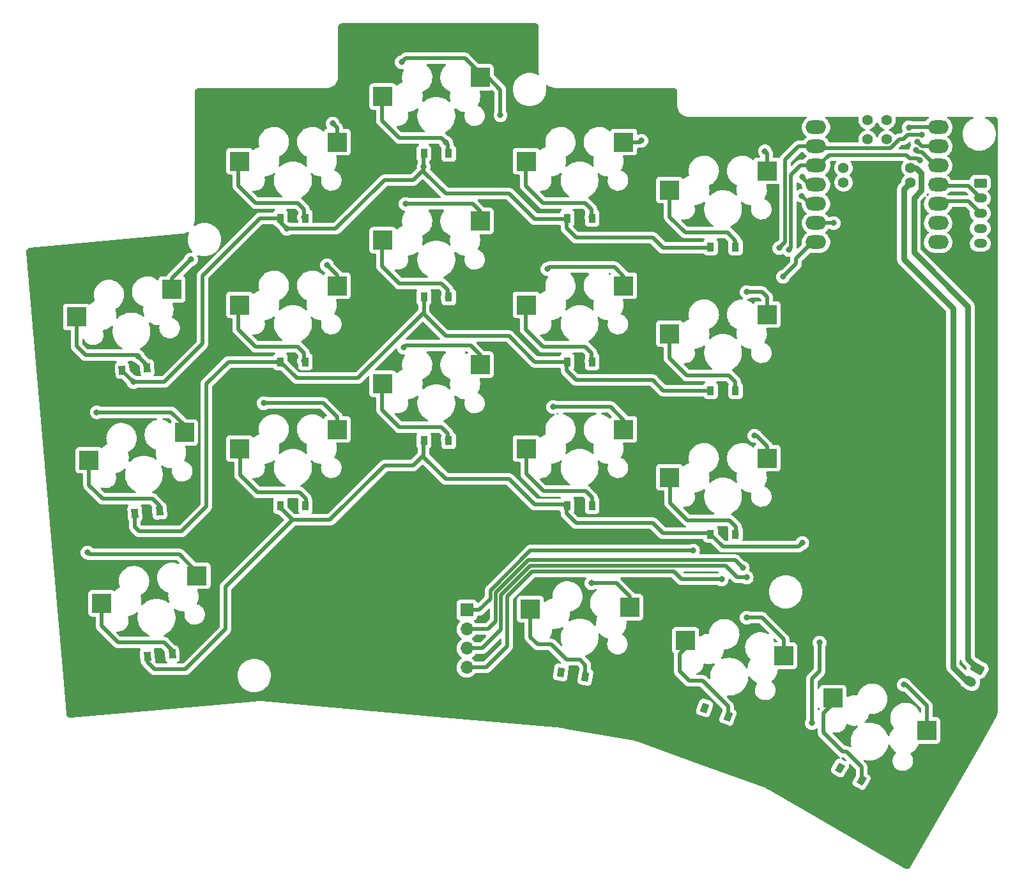
<source format=gbr>
%TF.GenerationSoftware,KiCad,Pcbnew,(6.0.0)*%
%TF.CreationDate,2022-12-29T10:21:43-08:00*%
%TF.ProjectId,mine,6d696e65-2e6b-4696-9361-645f70636258,v1.0.0*%
%TF.SameCoordinates,Original*%
%TF.FileFunction,Copper,L2,Bot*%
%TF.FilePolarity,Positive*%
%FSLAX46Y46*%
G04 Gerber Fmt 4.6, Leading zero omitted, Abs format (unit mm)*
G04 Created by KiCad (PCBNEW (6.0.0)) date 2022-12-29 10:21:43*
%MOMM*%
%LPD*%
G01*
G04 APERTURE LIST*
G04 Aperture macros list*
%AMRoundRect*
0 Rectangle with rounded corners*
0 $1 Rounding radius*
0 $2 $3 $4 $5 $6 $7 $8 $9 X,Y pos of 4 corners*
0 Add a 4 corners polygon primitive as box body*
4,1,4,$2,$3,$4,$5,$6,$7,$8,$9,$2,$3,0*
0 Add four circle primitives for the rounded corners*
1,1,$1+$1,$2,$3*
1,1,$1+$1,$4,$5*
1,1,$1+$1,$6,$7*
1,1,$1+$1,$8,$9*
0 Add four rect primitives between the rounded corners*
20,1,$1+$1,$2,$3,$4,$5,0*
20,1,$1+$1,$4,$5,$6,$7,0*
20,1,$1+$1,$6,$7,$8,$9,0*
20,1,$1+$1,$8,$9,$2,$3,0*%
%AMHorizOval*
0 Thick line with rounded ends*
0 $1 width*
0 $2 $3 position (X,Y) of the first rounded end (center of the circle)*
0 $4 $5 position (X,Y) of the second rounded end (center of the circle)*
0 Add line between two ends*
20,1,$1,$2,$3,$4,$5,0*
0 Add two circle primitives to create the rounded ends*
1,1,$1,$2,$3*
1,1,$1,$4,$5*%
%AMRotRect*
0 Rectangle, with rotation*
0 The origin of the aperture is its center*
0 $1 length*
0 $2 width*
0 $3 Rotation angle, in degrees counterclockwise*
0 Add horizontal line*
21,1,$1,$2,0,0,$3*%
G04 Aperture macros list end*
%TA.AperFunction,SMDPad,CuDef*%
%ADD10R,2.550000X2.500000*%
%TD*%
%TA.AperFunction,ComponentPad*%
%ADD11RoundRect,0.250000X-0.366266X0.615609X-0.716266X0.009391X0.366266X-0.615609X0.716266X-0.009391X0*%
%TD*%
%TA.AperFunction,ComponentPad*%
%ADD12HorizOval,1.200000X-0.238157X0.137500X0.238157X-0.137500X0*%
%TD*%
%TA.AperFunction,SMDPad,CuDef*%
%ADD13R,0.900000X1.200000*%
%TD*%
%TA.AperFunction,SMDPad,CuDef*%
%ADD14O,2.750000X1.800000*%
%TD*%
%TA.AperFunction,ComponentPad*%
%ADD15C,1.397000*%
%TD*%
%TA.AperFunction,ComponentPad*%
%ADD16R,1.700000X1.700000*%
%TD*%
%TA.AperFunction,ComponentPad*%
%ADD17O,1.700000X1.700000*%
%TD*%
%TA.AperFunction,SMDPad,CuDef*%
%ADD18RotRect,0.900000X1.200000X5.000000*%
%TD*%
%TA.AperFunction,SMDPad,CuDef*%
%ADD19RotRect,0.900000X1.200000X330.000000*%
%TD*%
%TA.AperFunction,SMDPad,CuDef*%
%ADD20RotRect,0.900000X1.200000X340.000000*%
%TD*%
%TA.AperFunction,ComponentPad*%
%ADD21RoundRect,0.250000X-0.625000X0.350000X-0.625000X-0.350000X0.625000X-0.350000X0.625000X0.350000X0*%
%TD*%
%TA.AperFunction,ComponentPad*%
%ADD22O,1.750000X1.200000*%
%TD*%
%TA.AperFunction,SMDPad,CuDef*%
%ADD23RotRect,0.900000X1.200000X350.000000*%
%TD*%
%TA.AperFunction,ViaPad*%
%ADD24C,0.800000*%
%TD*%
%TA.AperFunction,Conductor*%
%ADD25C,0.500000*%
%TD*%
%TA.AperFunction,Conductor*%
%ADD26C,0.750000*%
%TD*%
G04 APERTURE END LIST*
D10*
%TO.P,S4,1*%
%TO.N,ring_bottom*%
X45455000Y-81212500D03*
%TO.P,S4,2*%
%TO.N,COL_Ring*%
X58382000Y-78672500D03*
%TD*%
%TO.P,S1,1*%
%TO.N,pinky_bottom*%
X27174553Y-101722978D03*
%TO.P,S1,2*%
%TO.N,COL_Pink*%
X39830986Y-98065981D03*
%TD*%
%TO.P,S18,1*%
%TO.N,reachy_thumb_row*%
X124107842Y-114314201D03*
%TO.P,S18,2*%
%TO.N,COL_Innr*%
X136572952Y-118577997D03*
%TD*%
%TO.P,S9,1*%
%TO.N,middle_top*%
X64455000Y-34540000D03*
%TO.P,S9,2*%
%TO.N,COL_Midd*%
X77382000Y-32000000D03*
%TD*%
D11*
%TO.P,REF\u002A\u002A,1*%
%TO.N,BATN*%
X143264089Y-110362789D03*
D12*
%TO.P,REF\u002A\u002A,2*%
%TO.N,BATP*%
X142264089Y-112094840D03*
%TD*%
D13*
%TO.P,D14,1*%
%TO.N,ROW_Home*%
X107890000Y-73512500D03*
%TO.P,D14,2*%
%TO.N,inner_home*%
X111190000Y-73512500D03*
%TD*%
D10*
%TO.P,S15,1*%
%TO.N,inner_top*%
X102455000Y-46922500D03*
%TO.P,S15,2*%
%TO.N,COL_Innr*%
X115382000Y-44382500D03*
%TD*%
%TO.P,S10,1*%
%TO.N,index_bottom*%
X83455000Y-81212500D03*
%TO.P,S10,2*%
%TO.N,COL_Indx*%
X96382000Y-78672500D03*
%TD*%
D13*
%TO.P,D15,1*%
%TO.N,ROW_Top*%
X107890000Y-54462500D03*
%TO.P,D15,2*%
%TO.N,inner_top*%
X111190000Y-54462500D03*
%TD*%
D10*
%TO.P,S5,1*%
%TO.N,ring_home*%
X45455000Y-62162500D03*
%TO.P,S5,2*%
%TO.N,COL_Ring*%
X58382000Y-59622500D03*
%TD*%
D14*
%TO.P,MCU1,1*%
%TO.N,COL_Pink*%
X138052928Y-38611814D03*
%TO.P,MCU1,2*%
%TO.N,COL_Ring*%
X138052928Y-41151814D03*
%TO.P,MCU1,3*%
%TO.N,COL_Midd*%
X138052928Y-43691814D03*
%TO.P,MCU1,4*%
%TO.N,D10*%
X138052928Y-46231814D03*
%TO.P,MCU1,5*%
%TO.N,D9*%
X138052928Y-48771814D03*
%TO.P,MCU1,6*%
%TO.N,ROW_Bot*%
X138052928Y-51311814D03*
%TO.P,MCU1,7*%
%TO.N,ROW_Thumb*%
X138052928Y-53851814D03*
%TO.P,MCU1,8*%
%TO.N,ROW_Home*%
X121863008Y-53851814D03*
%TO.P,MCU1,9*%
%TO.N,ROW_Top*%
X121863008Y-51311814D03*
%TO.P,MCU1,10*%
%TO.N,COL_Innr*%
X121863008Y-48771814D03*
%TO.P,MCU1,11*%
%TO.N,COL_Indx*%
X121863008Y-46231814D03*
%TO.P,MCU1,12*%
%TO.N,3V3*%
X121863008Y-43691814D03*
%TO.P,MCU1,13*%
%TO.N,GND*%
X121863008Y-41151814D03*
%TO.P,MCU1,14*%
%TO.N,5V*%
X121863008Y-38611814D03*
D15*
%TO.P,MCU1,15*%
%TO.N,DIO_CLK*%
X128687968Y-37659814D03*
%TO.P,MCU1,16*%
%TO.N,CLK_DIO*%
X131227968Y-37659814D03*
%TO.P,MCU1,17*%
%TO.N,RST_GND*%
X128687968Y-40199814D03*
%TO.P,MCU1,18*%
%TO.N,GND_RST*%
X131227968Y-40199814D03*
%TO.P,MCU1,19*%
%TO.N,BATP*%
X125512968Y-45914814D03*
X134402968Y-45914814D03*
%TO.P,MCU1,20*%
%TO.N,BATN*%
X125512968Y-44009814D03*
X134402968Y-44009814D03*
%TD*%
D16*
%TO.P,REF\u002A\u002A,1*%
%TO.N,GND*%
X75592327Y-102619814D03*
D17*
%TO.P,REF\u002A\u002A,2*%
%TO.N,D10*%
X75592327Y-105159814D03*
%TO.P,REF\u002A\u002A,3*%
%TO.N,D9*%
X75592327Y-107699814D03*
%TO.P,REF\u002A\u002A,4*%
%TO.N,3V3*%
X75592327Y-110239814D03*
%TD*%
D13*
%TO.P,D12,1*%
%TO.N,ROW_Top*%
X88890000Y-50652500D03*
%TO.P,D12,2*%
%TO.N,index_top*%
X92190000Y-50652500D03*
%TD*%
D10*
%TO.P,S7,1*%
%TO.N,middle_bottom*%
X64455000Y-72640000D03*
%TO.P,S7,2*%
%TO.N,COL_Midd*%
X77382000Y-70100000D03*
%TD*%
%TO.P,S8,1*%
%TO.N,middle_home*%
X64455000Y-53590000D03*
%TO.P,S8,2*%
%TO.N,COL_Midd*%
X77382000Y-51050000D03*
%TD*%
%TO.P,S13,1*%
%TO.N,inner_bottom*%
X102455000Y-85022500D03*
%TO.P,S13,2*%
%TO.N,COL_Innr*%
X115382000Y-82482500D03*
%TD*%
D13*
%TO.P,D4,1*%
%TO.N,ROW_Bot*%
X50890000Y-88752500D03*
%TO.P,D4,2*%
%TO.N,ring_bottom*%
X54190000Y-88752500D03*
%TD*%
D10*
%TO.P,S3,1*%
%TO.N,pinky_top*%
X23853919Y-63767960D03*
%TO.P,S3,2*%
%TO.N,COL_Pink*%
X36510352Y-60110963D03*
%TD*%
D18*
%TO.P,D1,1*%
%TO.N,ROW_Bot*%
X33246026Y-108760595D03*
%TO.P,D1,2*%
%TO.N,pinky_bottom*%
X36533468Y-108472981D03*
%TD*%
D13*
%TO.P,D11,1*%
%TO.N,ROW_Home*%
X88890000Y-69702500D03*
%TO.P,D11,2*%
%TO.N,index_home*%
X92190000Y-69702500D03*
%TD*%
D10*
%TO.P,S14,1*%
%TO.N,inner_home*%
X102455000Y-65972500D03*
%TO.P,S14,2*%
%TO.N,COL_Innr*%
X115382000Y-63432500D03*
%TD*%
D13*
%TO.P,D10,1*%
%TO.N,ROW_Bot*%
X88890000Y-88752500D03*
%TO.P,D10,2*%
%TO.N,index_bottom*%
X92190000Y-88752500D03*
%TD*%
%TO.P,D7,1*%
%TO.N,ROW_Bot*%
X69890000Y-80180000D03*
%TO.P,D7,2*%
%TO.N,middle_bottom*%
X73190000Y-80180000D03*
%TD*%
D19*
%TO.P,D18,1*%
%TO.N,ROW_Thumb*%
X125044690Y-123561533D03*
%TO.P,D18,2*%
%TO.N,reachy_thumb_row*%
X127902574Y-125211533D03*
%TD*%
D13*
%TO.P,D9,1*%
%TO.N,ROW_Top*%
X69890000Y-42080000D03*
%TO.P,D9,2*%
%TO.N,middle_top*%
X73190000Y-42080000D03*
%TD*%
%TO.P,D5,1*%
%TO.N,ROW_Home*%
X50890000Y-69702500D03*
%TO.P,D5,2*%
%TO.N,ring_home*%
X54190000Y-69702500D03*
%TD*%
%TO.P,D13,1*%
%TO.N,ROW_Bot*%
X107890000Y-92562500D03*
%TO.P,D13,2*%
%TO.N,inner_bottom*%
X111190000Y-92562500D03*
%TD*%
D10*
%TO.P,S12,1*%
%TO.N,index_top*%
X83455000Y-43112500D03*
%TO.P,S12,2*%
%TO.N,COL_Indx*%
X96382000Y-40572500D03*
%TD*%
%TO.P,S2,1*%
%TO.N,pinky_home*%
X25514236Y-82745469D03*
%TO.P,S2,2*%
%TO.N,COL_Pink*%
X38170669Y-79088472D03*
%TD*%
D13*
%TO.P,D8,1*%
%TO.N,ROW_Home*%
X69890000Y-61130000D03*
%TO.P,D8,2*%
%TO.N,middle_home*%
X73190000Y-61130000D03*
%TD*%
D20*
%TO.P,D17,1*%
%TO.N,ROW_Thumb*%
X107100065Y-115607329D03*
%TO.P,D17,2*%
%TO.N,homey_thumb_row*%
X110201051Y-116735995D03*
%TD*%
D18*
%TO.P,D2,1*%
%TO.N,ROW_Home*%
X31585709Y-89783085D03*
%TO.P,D2,2*%
%TO.N,pinky_home*%
X34873151Y-89495471D03*
%TD*%
D10*
%TO.P,S16,1*%
%TO.N,tucky_thumb_row*%
X84003703Y-102520791D03*
%TO.P,S16,2*%
%TO.N,COL_Midd*%
X97175380Y-102264129D03*
%TD*%
D13*
%TO.P,D6,1*%
%TO.N,ROW_Top*%
X50890000Y-50652500D03*
%TO.P,D6,2*%
%TO.N,ring_top*%
X54190000Y-50652500D03*
%TD*%
D10*
%TO.P,S11,1*%
%TO.N,index_home*%
X83455000Y-62162500D03*
%TO.P,S11,2*%
%TO.N,COL_Indx*%
X96382000Y-59622500D03*
%TD*%
D21*
%TO.P,J2,1*%
%TO.N,GND*%
X143642327Y-46003814D03*
D22*
%TO.P,J2,2*%
%TO.N,D10*%
X143642327Y-48003814D03*
%TO.P,J2,3*%
%TO.N,D9*%
X143642327Y-50003814D03*
%TO.P,J2,4*%
%TO.N,3V3*%
X143642327Y-52003814D03*
%TO.P,J2,5*%
%TO.N,N/C*%
X143642327Y-54003814D03*
%TD*%
D18*
%TO.P,D3,1*%
%TO.N,ROW_Top*%
X29925392Y-70805576D03*
%TO.P,D3,2*%
%TO.N,pinky_top*%
X33212834Y-70517962D03*
%TD*%
D23*
%TO.P,D16,1*%
%TO.N,ROW_Thumb*%
X88046826Y-110890020D03*
%TO.P,D16,2*%
%TO.N,tucky_thumb_row*%
X91296692Y-111463058D03*
%TD*%
D10*
%TO.P,S6,1*%
%TO.N,ring_top*%
X45455000Y-43112500D03*
%TO.P,S6,2*%
%TO.N,COL_Ring*%
X58382000Y-40572500D03*
%TD*%
%TO.P,S17,1*%
%TO.N,homey_thumb_row*%
X104571668Y-106663167D03*
%TO.P,S17,2*%
%TO.N,COL_Indx*%
X117587806Y-108697642D03*
%TD*%
D24*
%TO.N,pinky_bottom*%
X36533468Y-108472981D03*
%TO.N,COL_Pink*%
X25309968Y-94999814D03*
X26531130Y-76408976D03*
X39025968Y-56137814D03*
X134164727Y-38637214D03*
%TO.N,ROW_Bot*%
X50859968Y-89053814D03*
X120042327Y-93729814D03*
X69859968Y-80412173D03*
X88779936Y-88924205D03*
X33246026Y-108760595D03*
X138330327Y-51311814D03*
X107850327Y-92459814D03*
%TO.N,pinky_home*%
X34873151Y-89495471D03*
%TO.N,ROW_Home*%
X31585709Y-89783085D03*
X50597641Y-69702500D03*
X88890000Y-69702500D03*
X117502327Y-58423814D03*
X69890000Y-61130000D03*
X107747641Y-73512500D03*
%TO.N,pinky_top*%
X32006563Y-68990302D03*
%TO.N,ROW_Top*%
X51725968Y-52073814D03*
X69859968Y-43845814D03*
X124207927Y-51311814D03*
X31405968Y-72393814D03*
X88800327Y-50803814D03*
X107890000Y-54462500D03*
%TO.N,ring_bottom*%
X54190000Y-88752500D03*
%TO.N,COL_Ring*%
X135282327Y-40516814D03*
X57059968Y-56899814D03*
X48668327Y-75187814D03*
X57821968Y-38103814D03*
%TO.N,ring_home*%
X54011968Y-69599814D03*
%TO.N,ring_top*%
X54011968Y-50549814D03*
%TO.N,middle_bottom*%
X73061968Y-80004173D03*
%TO.N,COL_Midd*%
X67219968Y-67821814D03*
X67473968Y-48771814D03*
X80042327Y-37003814D03*
X135141584Y-41648157D03*
X92111968Y-99063814D03*
X66965968Y-29975814D03*
%TO.N,middle_home*%
X73061968Y-61217814D03*
%TO.N,middle_top*%
X72820295Y-40631487D03*
%TO.N,index_bottom*%
X92190000Y-88752500D03*
%TO.N,COL_Indx*%
X98715968Y-40389814D03*
X112685968Y-103635814D03*
X120051968Y-45215814D03*
X86269968Y-57407814D03*
X87031968Y-75695814D03*
%TO.N,index_home*%
X92111968Y-69599814D03*
%TO.N,index_top*%
X92111968Y-50549814D03*
%TO.N,inner_bottom*%
X111260968Y-92633814D03*
%TO.N,COL_Innr*%
X113701968Y-79505814D03*
X115095968Y-41789814D03*
X133513968Y-112525814D03*
X119983648Y-47687493D03*
X112685968Y-60455814D03*
%TO.N,inner_home*%
X111161968Y-73409814D03*
%TO.N,inner_top*%
X111190000Y-54462500D03*
%TO.N,tucky_thumb_row*%
X91296692Y-111299449D03*
%TO.N,ROW_Thumb*%
X107100065Y-115607329D03*
X121321968Y-117605814D03*
X125044690Y-123561533D03*
X138527928Y-53851814D03*
X88046826Y-110890020D03*
X122337968Y-106937814D03*
%TO.N,homey_thumb_row*%
X110201051Y-116735995D03*
%TO.N,reachy_thumb_row*%
X127902574Y-125211533D03*
%TO.N,GND*%
X135917327Y-39602414D03*
X105564327Y-94745814D03*
X116994327Y-54613814D03*
%TO.N,D10*%
X138527928Y-46231814D03*
X112168327Y-97031814D03*
%TO.N,3V3*%
X118264327Y-54867814D03*
X109374327Y-98555814D03*
X135637927Y-43006014D03*
%TO.N,D9*%
X112676327Y-98301814D03*
X138584327Y-48517814D03*
%TD*%
D25*
%TO.N,pinky_bottom*%
X29373968Y-106937814D02*
X27174553Y-104738399D01*
X36533468Y-108001314D02*
X35469968Y-106937814D01*
X36533468Y-108472981D02*
X36533468Y-108001314D01*
X35469968Y-106937814D02*
X29373968Y-106937814D01*
X27174553Y-104738399D02*
X27174553Y-101722978D01*
%TO.N,COL_Pink*%
X36510352Y-60110963D02*
X36510352Y-58653430D01*
X36510352Y-58653430D02*
X39025968Y-56137814D01*
X36437130Y-76408976D02*
X26531130Y-76408976D01*
X134164727Y-38637214D02*
X134190127Y-38611814D01*
X38170669Y-79088472D02*
X38170669Y-78142515D01*
X25563968Y-95253814D02*
X25309968Y-94999814D01*
X39830986Y-97582832D02*
X37501968Y-95253814D01*
X134190127Y-38611814D02*
X138527928Y-38611814D01*
X39830986Y-98065981D02*
X39830986Y-97582832D01*
X38170669Y-78142515D02*
X36437130Y-76408976D01*
X37501968Y-95253814D02*
X25563968Y-95253814D01*
%TO.N,ROW_Bot*%
X38263968Y-110493814D02*
X43597968Y-105159814D01*
X34199968Y-110493814D02*
X38263968Y-110493814D01*
X120042327Y-93729814D02*
X119534327Y-94237814D01*
X69859968Y-80412173D02*
X69859968Y-80077314D01*
X50859968Y-88649814D02*
X50859968Y-89053814D01*
X33246026Y-108760595D02*
X33246026Y-109539872D01*
X33246026Y-109539872D02*
X34199968Y-110493814D01*
X119534327Y-94237814D02*
X109565314Y-94237814D01*
X107859968Y-92459814D02*
X107850327Y-92459814D01*
X69859968Y-82327160D02*
X69859968Y-82067096D01*
X109565314Y-94237814D02*
X107890000Y-92562500D01*
X88779936Y-88729846D02*
X88859968Y-88649814D01*
X64649936Y-83467128D02*
X68459936Y-83467128D01*
X52487968Y-90681814D02*
X57435250Y-90681814D01*
X43597968Y-99571814D02*
X52487968Y-90681814D01*
X81159936Y-85245128D02*
X72777936Y-85245128D01*
X88859968Y-88649814D02*
X84564622Y-88649814D01*
X88779936Y-88924205D02*
X88779936Y-88729846D01*
X69859968Y-82067096D02*
X69859968Y-80412173D01*
X101582622Y-92459814D02*
X100209936Y-91087128D01*
X50859968Y-89053814D02*
X52487968Y-90681814D01*
X84564622Y-88649814D02*
X81159936Y-85245128D01*
X100209936Y-91087128D02*
X90049936Y-91087128D01*
X88779936Y-89817128D02*
X88779936Y-88924205D01*
X107850327Y-92459814D02*
X101582622Y-92459814D01*
X43597968Y-105159814D02*
X43597968Y-99571814D01*
X90049936Y-91087128D02*
X88779936Y-89817128D01*
X72777936Y-85245128D02*
X69859968Y-82327160D01*
X57435250Y-90681814D02*
X64649936Y-83467128D01*
X68459936Y-83467128D02*
X69859968Y-82067096D01*
%TO.N,pinky_home*%
X33945968Y-87887814D02*
X27341968Y-87887814D01*
X34873151Y-88814997D02*
X33945968Y-87887814D01*
X34873151Y-89495471D02*
X34873151Y-88814997D01*
X27341968Y-87887814D02*
X25514236Y-86060082D01*
X25514236Y-86060082D02*
X25514236Y-82745469D01*
%TO.N,ROW_Home*%
X101612654Y-73512500D02*
X100239968Y-72139814D01*
X53073314Y-71885814D02*
X61123968Y-71885814D01*
X69890000Y-63119782D02*
X69890000Y-61130000D01*
X90079968Y-72139814D02*
X88809968Y-70869814D01*
X69890000Y-63379846D02*
X69890000Y-63119782D01*
X50890000Y-69702500D02*
X53073314Y-71885814D01*
X88809968Y-69782532D02*
X88890000Y-69702500D01*
X121388008Y-53851814D02*
X119218327Y-56021495D01*
X107747641Y-73512500D02*
X101612654Y-73512500D01*
X41057968Y-88903814D02*
X37755968Y-92205814D01*
X50890000Y-69702500D02*
X50597641Y-69702500D01*
X44003282Y-69702500D02*
X41057968Y-72647814D01*
X100239968Y-72139814D02*
X90079968Y-72139814D01*
X41057968Y-72647814D02*
X41057968Y-88903814D01*
X32167968Y-92205814D02*
X31585709Y-91623555D01*
X72807968Y-66297814D02*
X69890000Y-63379846D01*
X31585709Y-91623555D02*
X31585709Y-89783085D01*
X88890000Y-69702500D02*
X84594654Y-69702500D01*
X81189968Y-66297814D02*
X72807968Y-66297814D01*
X37755968Y-92205814D02*
X32167968Y-92205814D01*
X119218327Y-56021495D02*
X119218327Y-56707814D01*
X61123968Y-71885814D02*
X69890000Y-63119782D01*
X50597641Y-69702500D02*
X44003282Y-69702500D01*
X119218327Y-56707814D02*
X117502327Y-58423814D01*
X88809968Y-70869814D02*
X88809968Y-69782532D01*
X107890000Y-73512500D02*
X107747641Y-73512500D01*
X84594654Y-69702500D02*
X81189968Y-66297814D01*
%TO.N,pinky_top*%
X23853919Y-67635765D02*
X23853919Y-63767960D01*
X31913968Y-68837814D02*
X25055968Y-68837814D01*
X33212834Y-70517962D02*
X33212834Y-70136680D01*
X32006563Y-68990302D02*
X31913968Y-68837814D01*
X25055968Y-68837814D02*
X23853919Y-67635765D01*
X33212834Y-70136680D02*
X32006563Y-68990302D01*
%TO.N,ROW_Top*%
X40549968Y-67313814D02*
X35469968Y-72393814D01*
X72777936Y-47399128D02*
X69859968Y-44481160D01*
X40549968Y-58296173D02*
X40549968Y-67313814D01*
X88779936Y-50883846D02*
X88859968Y-50803814D01*
X69859968Y-44481160D02*
X69859968Y-44221096D01*
X90049936Y-53241128D02*
X88779936Y-51971128D01*
X50859968Y-50803814D02*
X50859968Y-51207814D01*
X101582622Y-54613814D02*
X100209936Y-53241128D01*
X107859968Y-54613814D02*
X101582622Y-54613814D01*
X100209936Y-53241128D02*
X90049936Y-53241128D01*
X50859968Y-51207814D02*
X51725968Y-52073814D01*
X69859968Y-44221096D02*
X69859968Y-43845814D01*
X81159936Y-47399128D02*
X72777936Y-47399128D01*
X68459936Y-45621128D02*
X69859968Y-44221096D01*
X84564622Y-50803814D02*
X81159936Y-47399128D01*
X64649936Y-45621128D02*
X68459936Y-45621128D01*
X88779936Y-51971128D02*
X88779936Y-50883846D01*
X58197250Y-52073814D02*
X64649936Y-45621128D01*
X48193641Y-50652500D02*
X40549968Y-58296173D01*
X51725968Y-52073814D02*
X58197250Y-52073814D01*
X69859968Y-43845814D02*
X69859968Y-42231314D01*
X29925392Y-70913238D02*
X29925392Y-70805576D01*
X50890000Y-50652500D02*
X48193641Y-50652500D01*
X31405968Y-72393814D02*
X29925392Y-70913238D01*
X124207927Y-51311814D02*
X121388008Y-51311814D01*
X88859968Y-50803814D02*
X88800327Y-50803814D01*
X35469968Y-72393814D02*
X31405968Y-72393814D01*
X88800327Y-50803814D02*
X84564622Y-50803814D01*
%TO.N,ring_bottom*%
X47837936Y-87023128D02*
X45530968Y-84716160D01*
X53425936Y-87023128D02*
X47837936Y-87023128D01*
X45530968Y-84716160D02*
X45530968Y-81363814D01*
X54265968Y-88903814D02*
X54265968Y-87863160D01*
X54265968Y-87863160D02*
X53425936Y-87023128D01*
%TO.N,COL_Ring*%
X58382000Y-77027487D02*
X58382000Y-78672500D01*
X58382000Y-38663846D02*
X57821968Y-38103814D01*
X57059968Y-56899814D02*
X58382000Y-58221846D01*
X48668327Y-75187814D02*
X56542327Y-75187814D01*
X56542327Y-75187814D02*
X58382000Y-77027487D01*
X135917327Y-41151814D02*
X138527928Y-41151814D01*
X58382000Y-40572500D02*
X58382000Y-38663846D01*
X58382000Y-58221846D02*
X58382000Y-59622500D01*
X135282327Y-40516814D02*
X135917327Y-41151814D01*
%TO.N,ring_home*%
X47583936Y-67719128D02*
X45276968Y-65412160D01*
X45276968Y-65412160D02*
X45276968Y-62059814D01*
X54011968Y-68559160D02*
X53171936Y-67719128D01*
X54011968Y-69599814D02*
X54011968Y-68559160D01*
X53171936Y-67719128D02*
X47583936Y-67719128D01*
%TO.N,ring_top*%
X53171936Y-48669128D02*
X47583936Y-48669128D01*
X54011968Y-50549814D02*
X54011968Y-49509160D01*
X47583936Y-48669128D02*
X45276968Y-46362160D01*
X45276968Y-46362160D02*
X45276968Y-43009814D01*
X54011968Y-49509160D02*
X53171936Y-48669128D01*
%TO.N,middle_bottom*%
X73061968Y-80267814D02*
X73061968Y-80004173D01*
X72221936Y-78387128D02*
X66633936Y-78387128D01*
X73061968Y-80004173D02*
X73061968Y-79227160D01*
X64326968Y-76080160D02*
X64326968Y-72727814D01*
X73061968Y-79227160D02*
X72221936Y-78387128D01*
X66633936Y-78387128D02*
X64326968Y-76080160D01*
%TO.N,COL_Midd*%
X80042327Y-33654173D02*
X78388154Y-32000000D01*
X67473968Y-29467814D02*
X66965968Y-29975814D01*
X76363968Y-48771814D02*
X67473968Y-48771814D01*
X97175380Y-102264129D02*
X97175380Y-100825226D01*
X135395241Y-41901814D02*
X135854527Y-41901814D01*
X97175380Y-100825226D02*
X95667968Y-99317814D01*
X77382000Y-51050000D02*
X77382000Y-49789846D01*
X137644527Y-43691814D02*
X138527928Y-43691814D01*
X71283968Y-29467814D02*
X67473968Y-29467814D01*
X77382000Y-68839846D02*
X76363968Y-67821814D01*
X95667968Y-99317814D02*
X95413968Y-99063814D01*
X77382000Y-70100000D02*
X77382000Y-68839846D01*
X80042327Y-37003814D02*
X80042327Y-33654173D01*
X95413968Y-99063814D02*
X92111968Y-99063814D01*
X77382000Y-31501846D02*
X75855968Y-29975814D01*
X67727968Y-67567814D02*
X67473968Y-67567814D01*
X77382000Y-49789846D02*
X76363968Y-48771814D01*
X75855968Y-29975814D02*
X75347968Y-29467814D01*
X135141584Y-41648157D02*
X135395241Y-41901814D01*
X77382000Y-32000000D02*
X77382000Y-31501846D01*
X67473968Y-67567814D02*
X67219968Y-67821814D01*
X78388154Y-32000000D02*
X77382000Y-32000000D01*
X76109968Y-67567814D02*
X67727968Y-67567814D01*
X76363968Y-67821814D02*
X76109968Y-67567814D01*
X75347968Y-29467814D02*
X71283968Y-29467814D01*
X135854527Y-41901814D02*
X137644527Y-43691814D01*
%TO.N,middle_home*%
X66633936Y-59337128D02*
X64326968Y-57030160D01*
X64326968Y-57030160D02*
X64326968Y-53677814D01*
X72221936Y-59337128D02*
X66633936Y-59337128D01*
X73061968Y-61217814D02*
X73061968Y-60177160D01*
X73061968Y-60177160D02*
X72221936Y-59337128D01*
%TO.N,middle_top*%
X72221936Y-40033128D02*
X66633936Y-40033128D01*
X72820295Y-40631487D02*
X72221936Y-40033128D01*
X73061968Y-41913814D02*
X73061968Y-40873160D01*
X64326968Y-37726160D02*
X64326968Y-34373814D01*
X66633936Y-40033128D02*
X64326968Y-37726160D01*
X73061968Y-40873160D02*
X72820295Y-40631487D01*
%TO.N,index_bottom*%
X92190000Y-87711846D02*
X91349968Y-86871814D01*
X91349968Y-86871814D02*
X85761968Y-86871814D01*
X83455000Y-84564846D02*
X83455000Y-81212500D01*
X92190000Y-88752500D02*
X92190000Y-87711846D01*
X85761968Y-86871814D02*
X83455000Y-84564846D01*
%TO.N,COL_Indx*%
X96382000Y-58375846D02*
X95413968Y-57407814D01*
X120051968Y-45276255D02*
X121007527Y-46231814D01*
X114717968Y-103635814D02*
X112685968Y-103635814D01*
X121007527Y-46231814D02*
X121388008Y-46231814D01*
X96382000Y-77425846D02*
X94651968Y-75695814D01*
X94651968Y-75695814D02*
X87031968Y-75695814D01*
X96382000Y-59622500D02*
X96382000Y-58375846D01*
X96382000Y-78672500D02*
X96382000Y-77425846D01*
X96382000Y-40572500D02*
X98533282Y-40572500D01*
X95159968Y-57153814D02*
X86777968Y-57153814D01*
X120051968Y-45215814D02*
X120051968Y-45276255D01*
X86777968Y-57153814D02*
X86523968Y-57153814D01*
X117587806Y-108697642D02*
X117587806Y-106505652D01*
X98533282Y-40572500D02*
X98715968Y-40389814D01*
X95413968Y-57407814D02*
X95159968Y-57153814D01*
X116495968Y-105413814D02*
X114717968Y-103635814D01*
X117587806Y-106505652D02*
X116495968Y-105413814D01*
X86523968Y-57153814D02*
X86269968Y-57407814D01*
%TO.N,index_home*%
X92111968Y-69599814D02*
X92111968Y-68559160D01*
X83376968Y-65412160D02*
X83376968Y-62059814D01*
X85683936Y-67719128D02*
X83376968Y-65412160D01*
X91271936Y-67719128D02*
X85683936Y-67719128D01*
X92111968Y-68559160D02*
X91271936Y-67719128D01*
%TO.N,index_top*%
X83376968Y-46362160D02*
X83376968Y-43009814D01*
X85683936Y-48669128D02*
X83376968Y-46362160D01*
X92111968Y-50549814D02*
X92111968Y-49509160D01*
X91271936Y-48669128D02*
X85683936Y-48669128D01*
X92111968Y-49509160D02*
X91271936Y-48669128D01*
%TO.N,inner_bottom*%
X111260968Y-92633814D02*
X111260968Y-91593160D01*
X110420936Y-90753128D02*
X104832936Y-90753128D01*
X111260968Y-91593160D02*
X110420936Y-90753128D01*
X102525968Y-88446160D02*
X102525968Y-85093814D01*
X104832936Y-90753128D02*
X102525968Y-88446160D01*
%TO.N,COL_Innr*%
X133767968Y-112525814D02*
X133513968Y-112525814D01*
X121083727Y-48771814D02*
X121388008Y-48771814D01*
X136572952Y-115330798D02*
X136053968Y-114811814D01*
X115382000Y-82482500D02*
X115382000Y-80931846D01*
X115225968Y-60963814D02*
X114717968Y-60455814D01*
X114209968Y-79759814D02*
X113955968Y-79505814D01*
X119983648Y-47687493D02*
X119999406Y-47687493D01*
X114717968Y-60455814D02*
X112685968Y-60455814D01*
X115382000Y-80931846D02*
X114209968Y-79759814D01*
X115382000Y-63432500D02*
X115382000Y-61119846D01*
X115382000Y-61119846D02*
X115225968Y-60963814D01*
X136572952Y-118577997D02*
X136572952Y-115330798D01*
X119999406Y-47687493D02*
X121083727Y-48771814D01*
X113955968Y-79505814D02*
X113701968Y-79505814D01*
X115382000Y-42075846D02*
X115095968Y-41789814D01*
X115382000Y-44382500D02*
X115382000Y-42075846D01*
X136053968Y-114811814D02*
X133767968Y-112525814D01*
%TO.N,inner_home*%
X111161968Y-72369160D02*
X110321936Y-71529128D01*
X110321936Y-71529128D02*
X104733936Y-71529128D01*
X111161968Y-73409814D02*
X111161968Y-72369160D01*
X104733936Y-71529128D02*
X102426968Y-69222160D01*
X102426968Y-69222160D02*
X102426968Y-65869814D01*
%TO.N,inner_top*%
X102455000Y-50478846D02*
X102455000Y-46922500D01*
X104557968Y-52581814D02*
X102455000Y-50478846D01*
X110145968Y-52581814D02*
X104557968Y-52581814D01*
X111190000Y-54462500D02*
X111190000Y-53625846D01*
X111190000Y-53625846D02*
X110145968Y-52581814D01*
%TO.N,tucky_thumb_row*%
X84999968Y-107191814D02*
X84003703Y-106195549D01*
X86777968Y-107191814D02*
X84999968Y-107191814D01*
X84003703Y-106195549D02*
X84003703Y-102520791D01*
X91296692Y-111299449D02*
X91296692Y-109932538D01*
X91296692Y-109932538D02*
X90587968Y-109223814D01*
X90587968Y-109223814D02*
X88809968Y-109223814D01*
X91296692Y-111463058D02*
X91296692Y-111299449D01*
X88809968Y-109223814D02*
X86777968Y-107191814D01*
%TO.N,ROW_Thumb*%
X121321968Y-111763814D02*
X121321968Y-117605814D01*
X122337968Y-110747814D02*
X121321968Y-111763814D01*
X122337968Y-106937814D02*
X122337968Y-110747814D01*
%TO.N,homey_thumb_row*%
X103795968Y-108461814D02*
X103795968Y-110747814D01*
X104571668Y-107686114D02*
X103795968Y-108461814D01*
X104571668Y-106663167D02*
X104571668Y-107686114D01*
X105065968Y-112017814D02*
X106843968Y-112017814D01*
X110201051Y-115374897D02*
X110201051Y-116735995D01*
X103795968Y-110747814D02*
X105065968Y-112017814D01*
X106843968Y-112017814D02*
X110201051Y-115374897D01*
%TO.N,reachy_thumb_row*%
X122845968Y-116335814D02*
X122845968Y-118875814D01*
X125893968Y-121415814D02*
X127902574Y-123424420D01*
X124107842Y-114314201D02*
X124107842Y-115073940D01*
X125385968Y-121415814D02*
X125893968Y-121415814D01*
X127902574Y-123424420D02*
X127902574Y-125211533D01*
X124107842Y-115073940D02*
X122845968Y-116335814D01*
X122845968Y-118875814D02*
X125385968Y-121415814D01*
%TO.N,GND*%
X132945527Y-40177190D02*
X133462951Y-40177190D01*
X78702807Y-101143334D02*
X77226327Y-102619814D01*
X84001057Y-94745814D02*
X78702807Y-100044064D01*
X117756327Y-44961814D02*
X117756327Y-50295814D01*
X117756327Y-50295814D02*
X117756327Y-53851814D01*
X77226327Y-102619814D02*
X75592327Y-102619814D01*
X117756327Y-53851814D02*
X116994327Y-54613814D01*
X121388008Y-41151814D02*
X121634508Y-41398314D01*
X105564327Y-94745814D02*
X84001057Y-94745814D01*
X131724403Y-41398314D02*
X132945527Y-40177190D01*
X78702807Y-100044064D02*
X78702807Y-101143334D01*
X133462951Y-40177190D02*
X133783727Y-39856414D01*
X121634508Y-41398314D02*
X131724403Y-41398314D01*
X118264327Y-42421814D02*
X117756327Y-42929814D01*
X133783727Y-39856414D02*
X134037727Y-39602414D01*
X119534327Y-41151814D02*
X118264327Y-42421814D01*
X121388008Y-41151814D02*
X119534327Y-41151814D01*
X134037727Y-39602414D02*
X135917327Y-39602414D01*
X117756327Y-42929814D02*
X117756327Y-44961814D01*
%TO.N,D10*%
X112168327Y-97031814D02*
X111152327Y-96015814D01*
X78386327Y-105159814D02*
X75592327Y-105159814D01*
X79402327Y-104143814D02*
X78386327Y-105159814D01*
X138699128Y-46403014D02*
X142041527Y-46403014D01*
X142041527Y-46403014D02*
X143642327Y-48003814D01*
X138527928Y-46231814D02*
X138699128Y-46403014D01*
X83720327Y-96015814D02*
X79402327Y-100333814D01*
X111152327Y-96015814D02*
X83720327Y-96015814D01*
X79402327Y-100333814D02*
X79402327Y-104143814D01*
D26*
%TO.N,BATP*%
X140022727Y-110184214D02*
X140022727Y-62656214D01*
X133504327Y-46813455D02*
X134402968Y-45914814D01*
X142264089Y-112094840D02*
X141933353Y-112094840D01*
X133504327Y-56137814D02*
X133504327Y-46813455D01*
X141933353Y-112094840D02*
X140022727Y-110184214D01*
X140022727Y-62656214D02*
X133504327Y-56137814D01*
%TO.N,BATN*%
X143264089Y-110362789D02*
X142022727Y-109121427D01*
X142022727Y-62370214D02*
X134842327Y-55189814D01*
X134842327Y-47941814D02*
X135790327Y-46993814D01*
X142022727Y-109121427D02*
X142022727Y-62370214D01*
X134842327Y-55189814D02*
X134842327Y-47941814D01*
X135790327Y-46993814D02*
X135790327Y-44707814D01*
X135790327Y-44707814D02*
X135092327Y-44009814D01*
X135092327Y-44009814D02*
X134402968Y-44009814D01*
D25*
%TO.N,3V3*%
X122180868Y-43691814D02*
X123577868Y-42294814D01*
X80926327Y-100841814D02*
X80926327Y-107445814D01*
X80926327Y-107445814D02*
X78132327Y-110239814D01*
X135333127Y-42701214D02*
X135637927Y-43006014D01*
X84228327Y-97539814D02*
X80926327Y-100841814D01*
X104040327Y-98555814D02*
X103024327Y-97539814D01*
X134291727Y-42701214D02*
X135333127Y-42701214D01*
X78132327Y-110239814D02*
X75592327Y-110239814D01*
X118518327Y-54613814D02*
X118264327Y-54867814D01*
X118518327Y-44961814D02*
X118518327Y-54613814D01*
X119788327Y-43691814D02*
X118518327Y-44961814D01*
X121388008Y-43691814D02*
X119788327Y-43691814D01*
X109374327Y-98555814D02*
X104040327Y-98555814D01*
X123577868Y-42294814D02*
X133885327Y-42294814D01*
X121388008Y-43691814D02*
X122180868Y-43691814D01*
X103024327Y-97539814D02*
X84228327Y-97539814D01*
X133885327Y-42294814D02*
X134291727Y-42701214D01*
%TO.N,D9*%
X80102327Y-100649814D02*
X80102327Y-105221814D01*
X77624327Y-107699814D02*
X75592327Y-107699814D01*
X109882327Y-96777814D02*
X83974327Y-96777814D01*
X142041527Y-48403014D02*
X143642327Y-50003814D01*
X111406327Y-98301814D02*
X109882327Y-96777814D01*
X83974327Y-96777814D02*
X80102327Y-100649814D01*
X138584327Y-48715415D02*
X138584327Y-48517814D01*
X138699127Y-48403014D02*
X142041527Y-48403014D01*
X112676327Y-98301814D02*
X111406327Y-98301814D01*
X80102327Y-105221814D02*
X77624327Y-107699814D01*
X138527928Y-48771814D02*
X138584327Y-48715415D01*
X138584327Y-48517814D02*
X138699127Y-48403014D01*
%TD*%
%TA.AperFunction,NonConductor*%
G36*
X72784537Y-30246316D02*
G01*
X72831030Y-30299972D01*
X72841134Y-30370246D01*
X72811640Y-30434826D01*
X72792711Y-30452199D01*
X72792737Y-30452229D01*
X72792051Y-30452804D01*
X72790474Y-30454252D01*
X72785808Y-30457642D01*
X72583748Y-30652769D01*
X72410812Y-30874118D01*
X72408616Y-30877922D01*
X72408611Y-30877929D01*
X72332075Y-31010494D01*
X72270364Y-31117381D01*
X72165138Y-31377824D01*
X72164073Y-31382097D01*
X72164072Y-31382099D01*
X72108393Y-31605416D01*
X72097183Y-31650376D01*
X72096724Y-31654744D01*
X72096723Y-31654749D01*
X72069062Y-31917933D01*
X72067822Y-31929733D01*
X72067975Y-31934121D01*
X72067975Y-31934127D01*
X72074451Y-32119560D01*
X72077625Y-32210458D01*
X72078387Y-32214781D01*
X72078388Y-32214788D01*
X72102164Y-32349624D01*
X72126402Y-32487087D01*
X72213203Y-32754235D01*
X72215131Y-32758188D01*
X72215133Y-32758193D01*
X72270313Y-32871328D01*
X72336340Y-33006702D01*
X72338795Y-33010341D01*
X72338798Y-33010347D01*
X72386179Y-33080592D01*
X72493415Y-33239576D01*
X72496360Y-33242847D01*
X72496361Y-33242848D01*
X72523577Y-33273074D01*
X72681371Y-33448322D01*
X72684733Y-33451143D01*
X72684734Y-33451144D01*
X72733185Y-33491799D01*
X72896550Y-33628879D01*
X73134764Y-33777731D01*
X73301130Y-33851802D01*
X73339979Y-33869099D01*
X73394075Y-33915079D01*
X73414724Y-33983007D01*
X73410987Y-34014688D01*
X73370616Y-34176609D01*
X73367183Y-34190376D01*
X73366724Y-34194744D01*
X73366723Y-34194749D01*
X73339846Y-34450473D01*
X73337822Y-34469733D01*
X73337975Y-34474121D01*
X73337975Y-34474127D01*
X73344210Y-34652652D01*
X73347625Y-34750458D01*
X73348387Y-34754781D01*
X73348388Y-34754788D01*
X73372164Y-34889624D01*
X73396402Y-35027087D01*
X73397761Y-35031268D01*
X73397761Y-35031270D01*
X73413891Y-35080915D01*
X73415918Y-35151882D01*
X73379255Y-35212680D01*
X73315543Y-35244005D01*
X73245009Y-35235911D01*
X73213743Y-35216935D01*
X73152486Y-35166259D01*
X73013782Y-35051513D01*
X72747924Y-34882794D01*
X72744345Y-34881110D01*
X72744338Y-34881106D01*
X72466606Y-34750416D01*
X72466602Y-34750414D01*
X72463016Y-34748727D01*
X72163552Y-34651425D01*
X71854254Y-34592423D01*
X71760700Y-34586537D01*
X71620642Y-34577725D01*
X71620626Y-34577724D01*
X71618647Y-34577600D01*
X71461353Y-34577600D01*
X71459374Y-34577724D01*
X71459358Y-34577725D01*
X71319300Y-34586537D01*
X71225746Y-34592423D01*
X70916448Y-34651425D01*
X70616984Y-34748727D01*
X70613398Y-34750414D01*
X70613394Y-34750416D01*
X70335662Y-34881106D01*
X70335655Y-34881110D01*
X70332076Y-34882794D01*
X70066218Y-35051513D01*
X69927514Y-35166259D01*
X69865413Y-35217633D01*
X69800176Y-35245643D01*
X69730151Y-35233936D01*
X69677571Y-35186229D01*
X69659131Y-35117669D01*
X69662841Y-35090066D01*
X69711753Y-34893893D01*
X69711754Y-34893888D01*
X69712817Y-34889624D01*
X69713713Y-34881106D01*
X69741719Y-34614636D01*
X69741719Y-34614633D01*
X69742178Y-34610267D01*
X69741555Y-34592423D01*
X69732529Y-34333939D01*
X69732528Y-34333933D01*
X69732375Y-34329542D01*
X69722786Y-34275156D01*
X69684360Y-34057236D01*
X69683598Y-34052913D01*
X69673453Y-34021689D01*
X69671427Y-33950721D01*
X69708091Y-33889924D01*
X69750193Y-33864354D01*
X69814782Y-33840846D01*
X69814791Y-33840842D01*
X69818926Y-33839337D01*
X70066942Y-33707464D01*
X70070503Y-33704877D01*
X70290629Y-33544947D01*
X70290632Y-33544944D01*
X70294192Y-33542358D01*
X70326931Y-33510743D01*
X70417649Y-33423137D01*
X70496252Y-33347231D01*
X70669188Y-33125882D01*
X70671384Y-33122078D01*
X70671389Y-33122071D01*
X70803506Y-32893237D01*
X70809636Y-32882619D01*
X70914862Y-32622176D01*
X70928266Y-32568415D01*
X70981753Y-32353893D01*
X70981754Y-32353888D01*
X70982817Y-32349624D01*
X70983485Y-32343276D01*
X71011719Y-32074636D01*
X71011719Y-32074633D01*
X71012178Y-32070267D01*
X71010959Y-32035358D01*
X71002529Y-31793939D01*
X71002528Y-31793933D01*
X71002375Y-31789542D01*
X70993917Y-31741570D01*
X70960908Y-31554373D01*
X70953598Y-31512913D01*
X70866797Y-31245765D01*
X70743660Y-30993298D01*
X70741205Y-30989659D01*
X70741202Y-30989653D01*
X70644293Y-30845980D01*
X70586585Y-30760424D01*
X70398629Y-30551678D01*
X70395269Y-30548859D01*
X70395258Y-30548848D01*
X70276067Y-30448835D01*
X70236740Y-30389726D01*
X70235614Y-30318738D01*
X70273045Y-30258411D01*
X70337150Y-30227897D01*
X70357058Y-30226314D01*
X72716416Y-30226314D01*
X72784537Y-30246316D01*
G37*
%TD.AperFunction*%
%TA.AperFunction,NonConductor*%
G36*
X69117347Y-36105723D02*
G01*
X69166827Y-36156637D01*
X69180926Y-36226220D01*
X69172540Y-36261820D01*
X69155370Y-36305187D01*
X69077064Y-36610170D01*
X69037600Y-36922562D01*
X69037600Y-37237438D01*
X69077064Y-37549830D01*
X69155370Y-37854813D01*
X69271284Y-38147577D01*
X69273186Y-38151036D01*
X69273187Y-38151039D01*
X69420802Y-38419549D01*
X69422976Y-38423504D01*
X69504456Y-38535652D01*
X69571270Y-38627613D01*
X69608055Y-38678244D01*
X69823602Y-38907778D01*
X69938083Y-39002485D01*
X69997384Y-39051543D01*
X70037123Y-39110377D01*
X70038745Y-39181355D01*
X70001735Y-39241943D01*
X69937845Y-39272903D01*
X69917069Y-39274628D01*
X67000307Y-39274628D01*
X66932186Y-39254626D01*
X66911212Y-39237723D01*
X66327984Y-38654495D01*
X66293958Y-38592183D01*
X66299023Y-38521368D01*
X66341570Y-38464532D01*
X66408090Y-38439721D01*
X66417079Y-38439400D01*
X66517925Y-38439400D01*
X66584881Y-38433719D01*
X66684562Y-38425261D01*
X66684566Y-38425260D01*
X66689873Y-38424810D01*
X66695028Y-38423472D01*
X66695034Y-38423471D01*
X66908003Y-38368195D01*
X66908007Y-38368194D01*
X66913172Y-38366853D01*
X66918038Y-38364661D01*
X66918041Y-38364660D01*
X67118649Y-38274293D01*
X67123515Y-38272101D01*
X67127935Y-38269125D01*
X67127939Y-38269123D01*
X67250902Y-38186338D01*
X67314885Y-38143262D01*
X67481812Y-37984022D01*
X67518019Y-37935358D01*
X67616337Y-37803214D01*
X67616339Y-37803211D01*
X67619521Y-37798934D01*
X67674305Y-37691183D01*
X67721658Y-37598046D01*
X67721658Y-37598045D01*
X67724077Y-37593288D01*
X67766235Y-37457519D01*
X67790905Y-37378070D01*
X67790906Y-37378064D01*
X67792489Y-37372967D01*
X67812301Y-37223482D01*
X67822100Y-37149553D01*
X67822100Y-37149548D01*
X67822800Y-37144268D01*
X67814146Y-36913732D01*
X67768104Y-36694298D01*
X67773691Y-36623523D01*
X67816656Y-36567003D01*
X67882629Y-36542732D01*
X67927257Y-36539612D01*
X68005828Y-36534118D01*
X68005834Y-36534117D01*
X68010212Y-36533811D01*
X68284970Y-36475409D01*
X68289099Y-36473906D01*
X68289103Y-36473905D01*
X68544781Y-36380846D01*
X68544785Y-36380844D01*
X68548926Y-36379337D01*
X68796942Y-36247464D01*
X68905106Y-36168879D01*
X68963602Y-36126379D01*
X68981327Y-36113501D01*
X69048195Y-36089642D01*
X69117347Y-36105723D01*
G37*
%TD.AperFunction*%
%TA.AperFunction,NonConductor*%
G36*
X136796313Y-37228002D02*
G01*
X136842806Y-37281658D01*
X136852910Y-37351932D01*
X136823416Y-37416512D01*
X136798559Y-37438520D01*
X136692166Y-37510148D01*
X136688309Y-37513827D01*
X136688307Y-37513829D01*
X136646548Y-37553665D01*
X136519210Y-37675140D01*
X136424431Y-37802527D01*
X136367722Y-37845240D01*
X136323343Y-37853314D01*
X134664474Y-37853314D01*
X134613225Y-37842421D01*
X134453046Y-37771105D01*
X134453045Y-37771105D01*
X134447015Y-37768420D01*
X134334561Y-37744517D01*
X134266671Y-37730086D01*
X134266666Y-37730086D01*
X134260214Y-37728714D01*
X134069240Y-37728714D01*
X134062788Y-37730086D01*
X134062783Y-37730086D01*
X133994893Y-37744517D01*
X133882439Y-37768420D01*
X133876409Y-37771105D01*
X133876408Y-37771105D01*
X133714005Y-37843411D01*
X133714003Y-37843412D01*
X133707975Y-37846096D01*
X133702634Y-37849976D01*
X133702633Y-37849977D01*
X133669596Y-37873980D01*
X133553474Y-37958348D01*
X133549053Y-37963258D01*
X133549052Y-37963259D01*
X133444667Y-38079191D01*
X133425687Y-38100270D01*
X133395261Y-38152970D01*
X133335112Y-38257151D01*
X133330200Y-38265658D01*
X133271185Y-38447286D01*
X133270495Y-38453847D01*
X133270495Y-38453849D01*
X133256044Y-38591343D01*
X133251223Y-38637214D01*
X133251913Y-38643779D01*
X133269843Y-38814369D01*
X133271185Y-38827142D01*
X133330200Y-39008770D01*
X133364750Y-39068611D01*
X133365492Y-39069897D01*
X133382230Y-39138892D01*
X133359010Y-39205984D01*
X133345468Y-39221992D01*
X133185675Y-39381785D01*
X133123363Y-39415811D01*
X133096580Y-39418690D01*
X133012596Y-39418690D01*
X132993648Y-39417257D01*
X132986307Y-39416140D01*
X132979410Y-39415091D01*
X132979408Y-39415091D01*
X132972178Y-39413991D01*
X132964886Y-39414584D01*
X132964883Y-39414584D01*
X132919509Y-39418275D01*
X132909294Y-39418690D01*
X132901234Y-39418690D01*
X132887944Y-39420239D01*
X132873020Y-39421979D01*
X132868645Y-39422412D01*
X132803188Y-39427736D01*
X132803185Y-39427737D01*
X132795890Y-39428330D01*
X132788926Y-39430586D01*
X132782967Y-39431777D01*
X132777112Y-39433161D01*
X132769846Y-39434008D01*
X132701200Y-39458925D01*
X132697072Y-39460342D01*
X132634591Y-39480583D01*
X132634589Y-39480584D01*
X132627628Y-39482839D01*
X132621373Y-39486635D01*
X132615899Y-39489141D01*
X132610469Y-39491860D01*
X132603590Y-39494357D01*
X132597470Y-39498370D01*
X132597469Y-39498370D01*
X132542551Y-39534376D01*
X132538847Y-39536713D01*
X132476420Y-39574595D01*
X132468043Y-39581993D01*
X132468020Y-39581967D01*
X132465026Y-39584621D01*
X132461800Y-39587318D01*
X132455675Y-39591334D01*
X132450640Y-39596649D01*
X132447748Y-39599067D01*
X132382657Y-39627416D01*
X132312572Y-39616075D01*
X132263714Y-39574672D01*
X132263660Y-39574595D01*
X132156116Y-39421005D01*
X132006777Y-39271666D01*
X132002269Y-39268509D01*
X132002266Y-39268507D01*
X131838283Y-39153685D01*
X131838280Y-39153683D01*
X131833774Y-39150528D01*
X131828792Y-39148205D01*
X131828787Y-39148202D01*
X131647345Y-39063595D01*
X131647344Y-39063595D01*
X131642363Y-39061272D01*
X131637055Y-39059850D01*
X131637053Y-39059849D01*
X131605972Y-39051521D01*
X131545349Y-39014569D01*
X131514328Y-38950708D01*
X131522756Y-38880214D01*
X131567959Y-38825467D01*
X131605972Y-38808107D01*
X131637053Y-38799779D01*
X131637055Y-38799778D01*
X131642363Y-38798356D01*
X131647345Y-38796033D01*
X131828787Y-38711426D01*
X131828792Y-38711423D01*
X131833774Y-38709100D01*
X131840455Y-38704422D01*
X132002266Y-38591121D01*
X132002269Y-38591119D01*
X132006777Y-38587962D01*
X132156116Y-38438623D01*
X132277254Y-38265619D01*
X132279905Y-38259935D01*
X132364187Y-38079191D01*
X132364188Y-38079190D01*
X132366510Y-38074209D01*
X132376455Y-38037096D01*
X132419748Y-37875523D01*
X132419748Y-37875521D01*
X132421172Y-37870208D01*
X132439579Y-37659814D01*
X132421172Y-37449420D01*
X132398983Y-37366610D01*
X132400673Y-37295635D01*
X132440467Y-37236839D01*
X132505731Y-37208891D01*
X132520690Y-37208000D01*
X136728192Y-37208000D01*
X136796313Y-37228002D01*
G37*
%TD.AperFunction*%
%TA.AperFunction,NonConductor*%
G36*
X130007568Y-37954602D02*
G01*
X130062315Y-37999805D01*
X130079675Y-38037818D01*
X130089426Y-38074209D01*
X130091748Y-38079190D01*
X130091749Y-38079191D01*
X130176032Y-38259935D01*
X130178682Y-38265619D01*
X130299820Y-38438623D01*
X130449159Y-38587962D01*
X130453667Y-38591119D01*
X130453670Y-38591121D01*
X130615481Y-38704422D01*
X130622162Y-38709100D01*
X130627144Y-38711423D01*
X130627149Y-38711426D01*
X130808591Y-38796033D01*
X130813573Y-38798356D01*
X130818881Y-38799778D01*
X130818883Y-38799779D01*
X130849964Y-38808107D01*
X130910587Y-38845059D01*
X130941608Y-38908920D01*
X130933180Y-38979414D01*
X130887977Y-39034161D01*
X130849964Y-39051521D01*
X130818883Y-39059849D01*
X130818881Y-39059850D01*
X130813573Y-39061272D01*
X130808592Y-39063594D01*
X130808591Y-39063595D01*
X130627144Y-39148205D01*
X130627141Y-39148207D01*
X130622163Y-39150528D01*
X130449159Y-39271666D01*
X130299820Y-39421005D01*
X130178682Y-39594009D01*
X130176361Y-39598987D01*
X130176359Y-39598990D01*
X130093449Y-39776792D01*
X130089426Y-39785419D01*
X130088004Y-39790727D01*
X130088003Y-39790729D01*
X130079675Y-39821810D01*
X130042723Y-39882433D01*
X129978862Y-39913454D01*
X129908368Y-39905026D01*
X129853621Y-39859823D01*
X129836261Y-39821810D01*
X129827933Y-39790729D01*
X129827932Y-39790727D01*
X129826510Y-39785419D01*
X129822487Y-39776792D01*
X129739577Y-39598990D01*
X129739575Y-39598987D01*
X129737254Y-39594009D01*
X129616116Y-39421005D01*
X129466777Y-39271666D01*
X129462269Y-39268509D01*
X129462266Y-39268507D01*
X129298283Y-39153685D01*
X129298280Y-39153683D01*
X129293774Y-39150528D01*
X129288792Y-39148205D01*
X129288787Y-39148202D01*
X129107345Y-39063595D01*
X129107344Y-39063595D01*
X129102363Y-39061272D01*
X129097055Y-39059850D01*
X129097053Y-39059849D01*
X129065972Y-39051521D01*
X129005349Y-39014569D01*
X128974328Y-38950708D01*
X128982756Y-38880214D01*
X129027959Y-38825467D01*
X129065972Y-38808107D01*
X129097053Y-38799779D01*
X129097055Y-38799778D01*
X129102363Y-38798356D01*
X129107345Y-38796033D01*
X129288787Y-38711426D01*
X129288792Y-38711423D01*
X129293774Y-38709100D01*
X129300455Y-38704422D01*
X129462266Y-38591121D01*
X129462269Y-38591119D01*
X129466777Y-38587962D01*
X129616116Y-38438623D01*
X129737254Y-38265619D01*
X129739905Y-38259935D01*
X129824187Y-38079191D01*
X129824188Y-38079190D01*
X129826510Y-38074209D01*
X129836261Y-38037818D01*
X129873213Y-37977195D01*
X129937074Y-37946174D01*
X130007568Y-37954602D01*
G37*
%TD.AperFunction*%
%TA.AperFunction,NonConductor*%
G36*
X127463367Y-37228002D02*
G01*
X127509860Y-37281658D01*
X127519964Y-37351932D01*
X127516955Y-37366602D01*
X127494764Y-37449420D01*
X127476357Y-37659814D01*
X127494764Y-37870208D01*
X127496188Y-37875521D01*
X127496188Y-37875523D01*
X127539482Y-38037096D01*
X127549426Y-38074209D01*
X127551748Y-38079190D01*
X127551749Y-38079191D01*
X127636032Y-38259935D01*
X127638682Y-38265619D01*
X127759820Y-38438623D01*
X127909159Y-38587962D01*
X127913667Y-38591119D01*
X127913670Y-38591121D01*
X128075481Y-38704422D01*
X128082162Y-38709100D01*
X128087144Y-38711423D01*
X128087149Y-38711426D01*
X128268591Y-38796033D01*
X128273573Y-38798356D01*
X128278881Y-38799778D01*
X128278883Y-38799779D01*
X128309964Y-38808107D01*
X128370587Y-38845059D01*
X128401608Y-38908920D01*
X128393180Y-38979414D01*
X128347977Y-39034161D01*
X128309964Y-39051521D01*
X128278883Y-39059849D01*
X128278881Y-39059850D01*
X128273573Y-39061272D01*
X128268592Y-39063594D01*
X128268591Y-39063595D01*
X128087144Y-39148205D01*
X128087141Y-39148207D01*
X128082163Y-39150528D01*
X127909159Y-39271666D01*
X127759820Y-39421005D01*
X127638682Y-39594009D01*
X127636361Y-39598987D01*
X127636359Y-39598990D01*
X127553449Y-39776792D01*
X127549426Y-39785419D01*
X127548004Y-39790727D01*
X127548003Y-39790729D01*
X127506334Y-39946241D01*
X127494764Y-39989420D01*
X127476357Y-40199814D01*
X127494764Y-40410208D01*
X127496188Y-40415521D01*
X127496188Y-40415523D01*
X127513787Y-40481203D01*
X127512097Y-40552179D01*
X127472303Y-40610975D01*
X127407039Y-40638923D01*
X127392080Y-40639814D01*
X123735910Y-40639814D01*
X123667789Y-40619812D01*
X123618718Y-40560097D01*
X123617344Y-40556617D01*
X123604179Y-40523281D01*
X123480176Y-40318931D01*
X123434432Y-40266216D01*
X123327015Y-40142428D01*
X123327013Y-40142426D01*
X123323515Y-40138395D01*
X123319389Y-40135012D01*
X123319385Y-40135008D01*
X123142806Y-39990223D01*
X123142804Y-39990222D01*
X123138675Y-39986836D01*
X123134039Y-39984197D01*
X123132107Y-39982869D01*
X123087300Y-39927798D01*
X123079379Y-39857244D01*
X123110860Y-39793609D01*
X123133114Y-39774513D01*
X123170582Y-39749288D01*
X123223770Y-39713480D01*
X123396726Y-39548488D01*
X123402422Y-39540833D01*
X123473949Y-39444697D01*
X123539410Y-39356714D01*
X123549650Y-39336575D01*
X123645322Y-39148400D01*
X123645322Y-39148399D01*
X123647741Y-39143642D01*
X123696006Y-38988203D01*
X123717040Y-38920465D01*
X123717041Y-38920459D01*
X123718624Y-38915362D01*
X123737690Y-38771514D01*
X123749331Y-38683687D01*
X123749331Y-38683683D01*
X123750031Y-38678403D01*
X123748418Y-38635427D01*
X123745031Y-38545225D01*
X123741063Y-38439540D01*
X123718964Y-38334218D01*
X123693075Y-38210830D01*
X123693074Y-38210827D01*
X123691978Y-38205603D01*
X123604179Y-37983281D01*
X123480176Y-37778931D01*
X123471055Y-37768420D01*
X123327015Y-37602428D01*
X123327013Y-37602426D01*
X123323515Y-37598395D01*
X123319389Y-37595012D01*
X123319385Y-37595008D01*
X123142803Y-37450221D01*
X123138675Y-37446836D01*
X123134039Y-37444197D01*
X123134036Y-37444195D01*
X123132818Y-37443502D01*
X123132406Y-37443075D01*
X123129640Y-37441174D01*
X123130027Y-37440611D01*
X123083512Y-37392420D01*
X123069650Y-37322789D01*
X123095633Y-37256718D01*
X123153213Y-37215184D01*
X123195150Y-37208000D01*
X127395246Y-37208000D01*
X127463367Y-37228002D01*
G37*
%TD.AperFunction*%
%TA.AperFunction,NonConductor*%
G36*
X134298721Y-40518267D02*
G01*
X134355557Y-40560814D01*
X134379999Y-40623152D01*
X134386275Y-40682862D01*
X134388785Y-40706742D01*
X134447800Y-40888370D01*
X134462739Y-40914244D01*
X134479477Y-40983237D01*
X134456258Y-41050329D01*
X134447256Y-41061554D01*
X134406968Y-41106299D01*
X134406966Y-41106302D01*
X134402544Y-41111213D01*
X134399242Y-41116932D01*
X134399240Y-41116935D01*
X134318995Y-41255923D01*
X134307057Y-41276601D01*
X134248042Y-41458229D01*
X134247351Y-41464801D01*
X134246859Y-41467117D01*
X134213130Y-41529591D01*
X134150981Y-41563912D01*
X134097954Y-41564280D01*
X134054910Y-41555327D01*
X134050626Y-41554357D01*
X133979717Y-41537006D01*
X133974115Y-41536658D01*
X133974112Y-41536658D01*
X133968563Y-41536314D01*
X133968565Y-41536278D01*
X133964572Y-41536039D01*
X133960380Y-41535665D01*
X133953212Y-41534174D01*
X133887002Y-41535965D01*
X133875806Y-41536268D01*
X133872399Y-41536314D01*
X132963274Y-41536314D01*
X132895153Y-41516312D01*
X132848660Y-41462656D01*
X132838556Y-41392382D01*
X132868050Y-41327802D01*
X132874179Y-41321219D01*
X133222803Y-40972595D01*
X133285115Y-40938569D01*
X133311898Y-40935690D01*
X133395881Y-40935690D01*
X133414831Y-40937123D01*
X133429066Y-40939289D01*
X133429070Y-40939289D01*
X133436300Y-40940389D01*
X133443592Y-40939796D01*
X133443595Y-40939796D01*
X133488969Y-40936105D01*
X133499184Y-40935690D01*
X133507244Y-40935690D01*
X133520534Y-40934141D01*
X133535458Y-40932401D01*
X133539833Y-40931968D01*
X133605290Y-40926644D01*
X133605293Y-40926643D01*
X133612588Y-40926050D01*
X133619552Y-40923794D01*
X133625511Y-40922603D01*
X133631366Y-40921219D01*
X133638632Y-40920372D01*
X133707278Y-40895455D01*
X133711406Y-40894038D01*
X133773887Y-40873797D01*
X133773889Y-40873796D01*
X133780850Y-40871541D01*
X133787105Y-40867745D01*
X133792579Y-40865239D01*
X133798009Y-40862520D01*
X133804888Y-40860023D01*
X133824535Y-40847142D01*
X133865927Y-40820004D01*
X133869631Y-40817667D01*
X133932058Y-40779785D01*
X133939079Y-40773585D01*
X133940435Y-40772387D01*
X133940459Y-40772414D01*
X133943451Y-40769761D01*
X133946684Y-40767058D01*
X133952803Y-40763046D01*
X134006079Y-40706807D01*
X134008457Y-40704365D01*
X134165594Y-40547228D01*
X134227906Y-40513202D01*
X134298721Y-40518267D01*
G37*
%TD.AperFunction*%
%TA.AperFunction,NonConductor*%
G36*
X120197899Y-41930316D02*
G01*
X120237497Y-41970949D01*
X120241850Y-41978122D01*
X120245840Y-41984697D01*
X120249337Y-41988727D01*
X120354340Y-42109732D01*
X120402501Y-42165233D01*
X120406627Y-42168616D01*
X120406631Y-42168620D01*
X120583210Y-42313405D01*
X120587341Y-42316792D01*
X120591977Y-42319431D01*
X120593909Y-42320759D01*
X120638716Y-42375830D01*
X120646637Y-42446384D01*
X120615156Y-42510019D01*
X120592902Y-42529115D01*
X120502246Y-42590148D01*
X120498389Y-42593827D01*
X120498387Y-42593829D01*
X120489107Y-42602682D01*
X120329290Y-42755140D01*
X120234511Y-42882527D01*
X120177802Y-42925240D01*
X120133423Y-42933314D01*
X119855396Y-42933314D01*
X119836448Y-42931881D01*
X119829107Y-42930764D01*
X119822210Y-42929715D01*
X119822208Y-42929715D01*
X119814978Y-42928615D01*
X119807686Y-42929208D01*
X119807683Y-42929208D01*
X119762309Y-42932899D01*
X119752094Y-42933314D01*
X119744034Y-42933314D01*
X119730744Y-42934863D01*
X119715820Y-42936603D01*
X119711445Y-42937036D01*
X119645988Y-42942360D01*
X119645985Y-42942361D01*
X119638690Y-42942954D01*
X119631726Y-42945210D01*
X119625767Y-42946401D01*
X119619912Y-42947785D01*
X119612646Y-42948632D01*
X119544000Y-42973549D01*
X119539872Y-42974966D01*
X119477391Y-42995207D01*
X119477389Y-42995208D01*
X119470428Y-42997463D01*
X119464173Y-43001259D01*
X119458699Y-43003765D01*
X119453269Y-43006484D01*
X119446390Y-43008981D01*
X119385343Y-43049005D01*
X119381654Y-43051332D01*
X119369483Y-43058718D01*
X119324020Y-43086305D01*
X119324015Y-43086309D01*
X119319219Y-43089219D01*
X119310843Y-43096617D01*
X119310820Y-43096591D01*
X119307830Y-43099240D01*
X119304591Y-43101948D01*
X119298475Y-43105958D01*
X119293448Y-43111265D01*
X119293444Y-43111268D01*
X119245199Y-43162197D01*
X119242821Y-43164639D01*
X118729922Y-43677538D01*
X118667610Y-43711564D01*
X118596795Y-43706499D01*
X118539959Y-43663952D01*
X118515148Y-43597432D01*
X118514827Y-43588443D01*
X118514827Y-43296185D01*
X118534829Y-43228064D01*
X118551732Y-43207090D01*
X119811603Y-41947219D01*
X119873915Y-41913193D01*
X119900698Y-41910314D01*
X120129778Y-41910314D01*
X120197899Y-41930316D01*
G37*
%TD.AperFunction*%
%TA.AperFunction,NonConductor*%
G36*
X119476887Y-45920961D02*
G01*
X119595216Y-46006932D01*
X119601244Y-46009616D01*
X119601246Y-46009617D01*
X119763651Y-46081924D01*
X119763653Y-46081925D01*
X119768450Y-46084060D01*
X119768451Y-46084061D01*
X119769680Y-46084608D01*
X119769608Y-46084770D01*
X119816601Y-46113569D01*
X119945226Y-46242194D01*
X119979252Y-46304506D01*
X119982042Y-46326561D01*
X119984953Y-46404088D01*
X120030777Y-46622480D01*
X120031750Y-46627119D01*
X120026163Y-46697895D01*
X119983198Y-46754415D01*
X119916496Y-46778735D01*
X119908435Y-46778993D01*
X119888161Y-46778993D01*
X119881709Y-46780365D01*
X119881704Y-46780365D01*
X119819417Y-46793605D01*
X119701360Y-46818699D01*
X119695330Y-46821384D01*
X119695329Y-46821384D01*
X119532926Y-46893690D01*
X119532924Y-46893691D01*
X119526896Y-46896375D01*
X119521555Y-46900255D01*
X119521554Y-46900256D01*
X119476888Y-46932708D01*
X119410020Y-46956567D01*
X119340869Y-46940486D01*
X119291388Y-46889572D01*
X119276827Y-46830772D01*
X119276827Y-46022897D01*
X119296829Y-45954776D01*
X119350485Y-45908283D01*
X119420759Y-45898179D01*
X119476887Y-45920961D01*
G37*
%TD.AperFunction*%
%TA.AperFunction,NonConductor*%
G36*
X141743277Y-47181516D02*
G01*
X141764251Y-47198419D01*
X141995251Y-47429419D01*
X142029277Y-47491731D01*
X142024212Y-47562546D01*
X141981665Y-47619382D01*
X141915145Y-47644193D01*
X141906156Y-47644514D01*
X139419599Y-47644514D01*
X139351478Y-47624512D01*
X139339719Y-47615957D01*
X139328595Y-47606836D01*
X139323960Y-47604197D01*
X139322027Y-47602869D01*
X139277220Y-47547798D01*
X139269299Y-47477244D01*
X139300780Y-47413609D01*
X139323034Y-47394513D01*
X139324678Y-47393406D01*
X139413690Y-47333480D01*
X139557446Y-47196344D01*
X139620542Y-47163797D01*
X139644417Y-47161514D01*
X141675156Y-47161514D01*
X141743277Y-47181516D01*
G37*
%TD.AperFunction*%
%TA.AperFunction,NonConductor*%
G36*
X136749493Y-47374455D02*
G01*
X136756785Y-47380003D01*
X136777261Y-47396792D01*
X136781897Y-47399431D01*
X136783829Y-47400759D01*
X136828636Y-47455830D01*
X136836557Y-47526384D01*
X136805076Y-47590019D01*
X136782822Y-47609115D01*
X136730719Y-47644193D01*
X136701986Y-47663537D01*
X136634308Y-47684988D01*
X136565776Y-47666444D01*
X136518148Y-47613793D01*
X136506547Y-47543751D01*
X136529527Y-47489559D01*
X136527623Y-47488323D01*
X136531220Y-47482784D01*
X136535374Y-47477654D01*
X136564629Y-47420237D01*
X136613377Y-47368621D01*
X136682291Y-47351555D01*
X136749493Y-47374455D01*
G37*
%TD.AperFunction*%
%TA.AperFunction,NonConductor*%
G36*
X88117347Y-44678223D02*
G01*
X88166827Y-44729137D01*
X88180926Y-44798720D01*
X88172540Y-44834320D01*
X88155370Y-44877687D01*
X88077064Y-45182670D01*
X88037600Y-45495062D01*
X88037600Y-45809938D01*
X88077064Y-46122330D01*
X88155370Y-46427313D01*
X88271284Y-46720077D01*
X88273186Y-46723536D01*
X88273187Y-46723539D01*
X88411796Y-46975667D01*
X88422976Y-46996004D01*
X88494078Y-47093868D01*
X88545185Y-47164210D01*
X88608055Y-47250744D01*
X88823602Y-47480278D01*
X88826653Y-47482802D01*
X89045125Y-47663537D01*
X89066218Y-47680987D01*
X89069067Y-47682795D01*
X89112341Y-47738912D01*
X89118418Y-47809648D01*
X89085288Y-47872440D01*
X89023468Y-47907353D01*
X88994927Y-47910628D01*
X86050307Y-47910628D01*
X85982186Y-47890626D01*
X85961212Y-47873723D01*
X85314484Y-47226995D01*
X85280458Y-47164683D01*
X85285523Y-47093868D01*
X85328070Y-47037032D01*
X85394590Y-47012221D01*
X85403579Y-47011900D01*
X85517925Y-47011900D01*
X85584881Y-47006219D01*
X85684562Y-46997761D01*
X85684566Y-46997760D01*
X85689873Y-46997310D01*
X85695028Y-46995972D01*
X85695034Y-46995971D01*
X85908003Y-46940695D01*
X85908007Y-46940694D01*
X85913172Y-46939353D01*
X85918038Y-46937161D01*
X85918041Y-46937160D01*
X86118649Y-46846793D01*
X86123515Y-46844601D01*
X86127935Y-46841625D01*
X86127939Y-46841623D01*
X86236496Y-46768537D01*
X86314885Y-46715762D01*
X86481812Y-46556522D01*
X86542981Y-46474308D01*
X86616337Y-46375714D01*
X86616339Y-46375711D01*
X86619521Y-46371434D01*
X86675366Y-46261595D01*
X86721658Y-46170546D01*
X86721658Y-46170545D01*
X86724077Y-46165788D01*
X86772901Y-46008551D01*
X86790905Y-45950570D01*
X86790906Y-45950564D01*
X86792489Y-45945467D01*
X86821082Y-45729731D01*
X86822100Y-45722053D01*
X86822100Y-45722048D01*
X86822800Y-45716768D01*
X86822337Y-45704420D01*
X86815147Y-45512904D01*
X86814146Y-45486232D01*
X86768104Y-45266798D01*
X86773691Y-45196023D01*
X86816656Y-45139503D01*
X86882629Y-45115232D01*
X86927257Y-45112112D01*
X87005828Y-45106618D01*
X87005834Y-45106617D01*
X87010212Y-45106311D01*
X87284970Y-45047909D01*
X87289099Y-45046406D01*
X87289103Y-45046405D01*
X87544781Y-44953346D01*
X87544785Y-44953344D01*
X87548926Y-44951837D01*
X87796942Y-44819964D01*
X87834719Y-44792518D01*
X87963602Y-44698879D01*
X87981327Y-44686001D01*
X88048195Y-44662142D01*
X88117347Y-44678223D01*
G37*
%TD.AperFunction*%
%TA.AperFunction,NonConductor*%
G36*
X50117347Y-44678223D02*
G01*
X50166827Y-44729137D01*
X50180926Y-44798720D01*
X50172540Y-44834320D01*
X50155370Y-44877687D01*
X50077064Y-45182670D01*
X50037600Y-45495062D01*
X50037600Y-45809938D01*
X50077064Y-46122330D01*
X50155370Y-46427313D01*
X50271284Y-46720077D01*
X50273186Y-46723536D01*
X50273187Y-46723539D01*
X50411796Y-46975667D01*
X50422976Y-46996004D01*
X50494078Y-47093868D01*
X50545185Y-47164210D01*
X50608055Y-47250744D01*
X50823602Y-47480278D01*
X50826653Y-47482802D01*
X51045125Y-47663537D01*
X51066218Y-47680987D01*
X51069067Y-47682795D01*
X51112341Y-47738912D01*
X51118418Y-47809648D01*
X51085288Y-47872440D01*
X51023468Y-47907353D01*
X50994927Y-47910628D01*
X47950307Y-47910628D01*
X47882186Y-47890626D01*
X47861212Y-47873723D01*
X47209400Y-47221911D01*
X47175374Y-47159599D01*
X47180439Y-47088784D01*
X47222986Y-47031948D01*
X47289506Y-47007137D01*
X47320911Y-47008826D01*
X47331607Y-47010760D01*
X47349344Y-47011596D01*
X47354292Y-47011830D01*
X47354299Y-47011830D01*
X47355780Y-47011900D01*
X47517925Y-47011900D01*
X47584881Y-47006219D01*
X47684562Y-46997761D01*
X47684566Y-46997760D01*
X47689873Y-46997310D01*
X47695028Y-46995972D01*
X47695034Y-46995971D01*
X47908003Y-46940695D01*
X47908007Y-46940694D01*
X47913172Y-46939353D01*
X47918038Y-46937161D01*
X47918041Y-46937160D01*
X48118649Y-46846793D01*
X48123515Y-46844601D01*
X48127935Y-46841625D01*
X48127939Y-46841623D01*
X48236496Y-46768537D01*
X48314885Y-46715762D01*
X48481812Y-46556522D01*
X48542981Y-46474308D01*
X48616337Y-46375714D01*
X48616339Y-46375711D01*
X48619521Y-46371434D01*
X48675366Y-46261595D01*
X48721658Y-46170546D01*
X48721658Y-46170545D01*
X48724077Y-46165788D01*
X48772901Y-46008551D01*
X48790905Y-45950570D01*
X48790906Y-45950564D01*
X48792489Y-45945467D01*
X48821082Y-45729731D01*
X48822100Y-45722053D01*
X48822100Y-45722048D01*
X48822800Y-45716768D01*
X48822337Y-45704420D01*
X48815147Y-45512904D01*
X48814146Y-45486232D01*
X48768104Y-45266798D01*
X48773691Y-45196023D01*
X48816656Y-45139503D01*
X48882629Y-45115232D01*
X48927257Y-45112112D01*
X49005828Y-45106618D01*
X49005834Y-45106617D01*
X49010212Y-45106311D01*
X49284970Y-45047909D01*
X49289099Y-45046406D01*
X49289103Y-45046405D01*
X49544781Y-44953346D01*
X49544785Y-44953344D01*
X49548926Y-44951837D01*
X49796942Y-44819964D01*
X49834719Y-44792518D01*
X49963602Y-44698879D01*
X49981327Y-44686001D01*
X50048195Y-44662142D01*
X50117347Y-44678223D01*
G37*
%TD.AperFunction*%
%TA.AperFunction,NonConductor*%
G36*
X52873686Y-49447630D02*
G01*
X52894660Y-49464533D01*
X53216563Y-49786436D01*
X53250589Y-49848748D01*
X53253468Y-49875531D01*
X53253468Y-49878762D01*
X53245450Y-49922991D01*
X53241029Y-49934785D01*
X53238255Y-49942184D01*
X53237402Y-49950032D01*
X53237402Y-49950034D01*
X53234088Y-49980546D01*
X53231500Y-50004366D01*
X53231500Y-50050864D01*
X53214619Y-50113864D01*
X53187571Y-50160713D01*
X53177441Y-50178258D01*
X53118426Y-50359886D01*
X53117736Y-50366447D01*
X53117736Y-50366449D01*
X53105914Y-50478931D01*
X53098464Y-50549814D01*
X53099154Y-50556379D01*
X53114289Y-50700376D01*
X53118426Y-50739742D01*
X53177441Y-50921370D01*
X53208615Y-50975364D01*
X53214619Y-50985764D01*
X53231500Y-51048764D01*
X53231500Y-51189314D01*
X53211498Y-51257435D01*
X53157842Y-51303928D01*
X53105500Y-51315314D01*
X52268555Y-51315314D01*
X52194496Y-51291251D01*
X52188066Y-51286579D01*
X52188059Y-51286575D01*
X52182720Y-51282696D01*
X52176692Y-51280012D01*
X52176690Y-51280011D01*
X52014287Y-51207705D01*
X52014286Y-51207705D01*
X52008256Y-51205020D01*
X52001801Y-51203648D01*
X52001798Y-51203647D01*
X51969478Y-51196777D01*
X51948303Y-51192277D01*
X51885830Y-51158549D01*
X51851509Y-51096400D01*
X51848500Y-51069030D01*
X51848500Y-50004366D01*
X51841745Y-49942184D01*
X51790615Y-49805795D01*
X51703261Y-49689239D01*
X51656846Y-49654453D01*
X51614333Y-49597594D01*
X51609308Y-49526776D01*
X51643368Y-49464483D01*
X51705699Y-49430492D01*
X51732413Y-49427628D01*
X52805565Y-49427628D01*
X52873686Y-49447630D01*
G37*
%TD.AperFunction*%
%TA.AperFunction,NonConductor*%
G36*
X107117347Y-48488223D02*
G01*
X107166827Y-48539137D01*
X107180926Y-48608720D01*
X107172540Y-48644320D01*
X107155370Y-48687687D01*
X107077064Y-48992670D01*
X107037600Y-49305062D01*
X107037600Y-49619938D01*
X107077064Y-49932330D01*
X107155370Y-50237313D01*
X107156823Y-50240982D01*
X107156823Y-50240983D01*
X107176946Y-50291807D01*
X107271284Y-50530077D01*
X107273186Y-50533536D01*
X107273187Y-50533539D01*
X107408669Y-50779979D01*
X107422976Y-50806004D01*
X107608055Y-51060744D01*
X107823602Y-51290278D01*
X108066218Y-51490987D01*
X108135685Y-51535072D01*
X108223701Y-51590929D01*
X108270500Y-51644318D01*
X108281005Y-51714533D01*
X108251881Y-51779281D01*
X108192375Y-51818005D01*
X108156187Y-51823314D01*
X104924339Y-51823314D01*
X104856218Y-51803312D01*
X104835244Y-51786409D01*
X104052346Y-51003511D01*
X104018320Y-50941199D01*
X104023385Y-50870384D01*
X104065932Y-50813548D01*
X104132452Y-50788737D01*
X104163862Y-50790427D01*
X104327523Y-50820022D01*
X104327530Y-50820023D01*
X104331607Y-50820760D01*
X104349344Y-50821596D01*
X104354292Y-50821830D01*
X104354299Y-50821830D01*
X104355780Y-50821900D01*
X104517925Y-50821900D01*
X104584881Y-50816219D01*
X104684562Y-50807761D01*
X104684566Y-50807760D01*
X104689873Y-50807310D01*
X104695028Y-50805972D01*
X104695034Y-50805971D01*
X104908003Y-50750695D01*
X104908007Y-50750694D01*
X104913172Y-50749353D01*
X104918038Y-50747161D01*
X104918041Y-50747160D01*
X105118649Y-50656793D01*
X105123515Y-50654601D01*
X105127935Y-50651625D01*
X105127939Y-50651623D01*
X105273628Y-50553538D01*
X105314885Y-50525762D01*
X105481812Y-50366522D01*
X105559872Y-50261606D01*
X105616337Y-50185714D01*
X105616339Y-50185711D01*
X105619521Y-50181434D01*
X105668741Y-50084625D01*
X105721658Y-49980546D01*
X105721658Y-49980545D01*
X105724077Y-49975788D01*
X105761723Y-49854550D01*
X105790905Y-49760570D01*
X105790906Y-49760564D01*
X105792489Y-49755467D01*
X105810976Y-49615979D01*
X105822100Y-49532053D01*
X105822100Y-49532048D01*
X105822800Y-49526768D01*
X105821844Y-49501286D01*
X105816044Y-49346785D01*
X105814146Y-49296232D01*
X105768104Y-49076798D01*
X105773691Y-49006023D01*
X105816656Y-48949503D01*
X105882629Y-48925232D01*
X105927257Y-48922112D01*
X106005828Y-48916618D01*
X106005834Y-48916617D01*
X106010212Y-48916311D01*
X106284970Y-48857909D01*
X106289099Y-48856406D01*
X106289103Y-48856405D01*
X106544781Y-48763346D01*
X106544785Y-48763344D01*
X106548926Y-48761837D01*
X106796942Y-48629964D01*
X106905106Y-48551379D01*
X106963602Y-48508879D01*
X106981327Y-48496001D01*
X107048195Y-48472142D01*
X107117347Y-48488223D01*
G37*
%TD.AperFunction*%
%TA.AperFunction,NonConductor*%
G36*
X72528267Y-49550316D02*
G01*
X72574760Y-49603972D01*
X72584864Y-49674246D01*
X72559436Y-49733887D01*
X72428403Y-49901603D01*
X72410812Y-49924118D01*
X72408616Y-49927922D01*
X72408611Y-49927929D01*
X72318143Y-50084625D01*
X72270364Y-50167381D01*
X72165138Y-50427824D01*
X72164073Y-50432097D01*
X72164072Y-50432099D01*
X72109339Y-50651623D01*
X72097183Y-50700376D01*
X72096724Y-50704744D01*
X72096723Y-50704749D01*
X72068982Y-50968698D01*
X72067822Y-50979733D01*
X72067975Y-50984121D01*
X72067975Y-50984127D01*
X72076909Y-51239941D01*
X72077625Y-51260458D01*
X72078387Y-51264781D01*
X72078388Y-51264788D01*
X72104677Y-51413879D01*
X72126402Y-51537087D01*
X72213203Y-51804235D01*
X72215131Y-51808188D01*
X72215133Y-51808193D01*
X72258606Y-51897325D01*
X72336340Y-52056702D01*
X72338795Y-52060341D01*
X72338798Y-52060347D01*
X72390838Y-52137499D01*
X72493415Y-52289576D01*
X72496360Y-52292847D01*
X72496361Y-52292848D01*
X72513313Y-52311675D01*
X72681371Y-52498322D01*
X72684733Y-52501143D01*
X72684734Y-52501144D01*
X72700360Y-52514256D01*
X72896550Y-52678879D01*
X73134764Y-52827731D01*
X73246985Y-52877695D01*
X73339979Y-52919099D01*
X73394075Y-52965079D01*
X73414724Y-53033007D01*
X73410987Y-53064688D01*
X73371546Y-53222878D01*
X73367183Y-53240376D01*
X73366724Y-53244744D01*
X73366723Y-53244749D01*
X73343264Y-53467956D01*
X73337822Y-53519733D01*
X73337975Y-53524121D01*
X73337975Y-53524127D01*
X73347360Y-53792863D01*
X73347625Y-53800458D01*
X73348387Y-53804781D01*
X73348388Y-53804788D01*
X73374622Y-53953568D01*
X73396402Y-54077087D01*
X73397761Y-54081268D01*
X73397761Y-54081270D01*
X73413891Y-54130915D01*
X73415918Y-54201882D01*
X73379255Y-54262680D01*
X73315543Y-54294005D01*
X73245009Y-54285911D01*
X73213743Y-54266935D01*
X73013782Y-54101513D01*
X72747924Y-53932794D01*
X72744345Y-53931110D01*
X72744338Y-53931106D01*
X72466606Y-53800416D01*
X72466602Y-53800414D01*
X72463016Y-53798727D01*
X72432526Y-53788820D01*
X72256467Y-53731615D01*
X72163552Y-53701425D01*
X71854254Y-53642423D01*
X71749270Y-53635818D01*
X71620642Y-53627725D01*
X71620626Y-53627724D01*
X71618647Y-53627600D01*
X71461353Y-53627600D01*
X71459374Y-53627724D01*
X71459358Y-53627725D01*
X71330730Y-53635818D01*
X71225746Y-53642423D01*
X70916448Y-53701425D01*
X70823533Y-53731615D01*
X70647475Y-53788820D01*
X70616984Y-53798727D01*
X70613398Y-53800414D01*
X70613394Y-53800416D01*
X70335662Y-53931106D01*
X70335655Y-53931110D01*
X70332076Y-53932794D01*
X70066218Y-54101513D01*
X69877027Y-54258025D01*
X69865413Y-54267633D01*
X69800176Y-54295643D01*
X69730151Y-54283936D01*
X69677571Y-54236229D01*
X69659131Y-54167669D01*
X69662841Y-54140066D01*
X69711753Y-53943893D01*
X69711754Y-53943888D01*
X69712817Y-53939624D01*
X69713309Y-53934948D01*
X69741719Y-53664636D01*
X69741719Y-53664633D01*
X69742178Y-53660267D01*
X69741555Y-53642423D01*
X69732529Y-53383939D01*
X69732528Y-53383933D01*
X69732375Y-53379542D01*
X69729063Y-53360755D01*
X69691350Y-53146878D01*
X69683598Y-53102913D01*
X69673453Y-53071689D01*
X69671427Y-53000721D01*
X69708091Y-52939924D01*
X69750193Y-52914354D01*
X69814782Y-52890846D01*
X69814791Y-52890842D01*
X69818926Y-52889337D01*
X70066942Y-52757464D01*
X70080286Y-52747769D01*
X70290629Y-52594947D01*
X70290632Y-52594944D01*
X70294192Y-52592358D01*
X70298396Y-52588299D01*
X70407104Y-52483320D01*
X70496252Y-52397231D01*
X70669188Y-52175882D01*
X70671384Y-52172078D01*
X70671389Y-52172071D01*
X70801633Y-51946480D01*
X70809636Y-51932619D01*
X70914862Y-51672176D01*
X70918740Y-51656622D01*
X70981753Y-51403893D01*
X70981754Y-51403888D01*
X70982817Y-51399624D01*
X70983631Y-51391886D01*
X71011719Y-51124636D01*
X71011719Y-51124633D01*
X71012178Y-51120267D01*
X71012025Y-51115873D01*
X71002529Y-50843939D01*
X71002528Y-50843933D01*
X71002375Y-50839542D01*
X70999265Y-50821900D01*
X70954360Y-50567236D01*
X70953598Y-50562913D01*
X70866797Y-50295765D01*
X70854416Y-50270379D01*
X70782476Y-50122883D01*
X70743660Y-50043298D01*
X70741205Y-50039659D01*
X70741202Y-50039653D01*
X70660930Y-49920645D01*
X70586585Y-49810424D01*
X70583642Y-49807155D01*
X70583633Y-49807144D01*
X70523738Y-49740624D01*
X70493020Y-49676617D01*
X70501785Y-49606163D01*
X70547248Y-49551632D01*
X70617374Y-49530314D01*
X72460146Y-49530314D01*
X72528267Y-49550316D01*
G37*
%TD.AperFunction*%
%TA.AperFunction,NonConductor*%
G36*
X119476888Y-48442278D02*
G01*
X119520020Y-48473615D01*
X119526896Y-48478611D01*
X119532924Y-48481295D01*
X119532926Y-48481296D01*
X119690336Y-48551379D01*
X119701360Y-48556287D01*
X119784431Y-48573945D01*
X119847328Y-48608096D01*
X119942254Y-48703022D01*
X119976280Y-48765334D01*
X119979070Y-48787389D01*
X119984953Y-48944088D01*
X119993541Y-48985017D01*
X120031772Y-49167223D01*
X120034038Y-49178025D01*
X120121837Y-49400347D01*
X120245840Y-49604697D01*
X120249337Y-49608727D01*
X120397261Y-49779194D01*
X120402501Y-49785233D01*
X120406627Y-49788616D01*
X120406631Y-49788620D01*
X120546909Y-49903640D01*
X120587341Y-49936792D01*
X120591977Y-49939431D01*
X120593909Y-49940759D01*
X120638716Y-49995830D01*
X120646637Y-50066384D01*
X120615156Y-50130019D01*
X120592902Y-50149115D01*
X120502246Y-50210148D01*
X120498389Y-50213827D01*
X120498387Y-50213829D01*
X120448304Y-50261606D01*
X120329290Y-50375140D01*
X120186606Y-50566914D01*
X120184190Y-50571665D01*
X120184188Y-50571669D01*
X120081284Y-50774068D01*
X120078275Y-50779986D01*
X120046925Y-50880948D01*
X120008976Y-51003163D01*
X120008975Y-51003169D01*
X120007392Y-51008266D01*
X119995711Y-51096400D01*
X119982813Y-51193712D01*
X119975985Y-51245225D01*
X119976185Y-51250554D01*
X119976185Y-51250555D01*
X119978745Y-51318732D01*
X119984953Y-51484088D01*
X120001374Y-51562350D01*
X120030910Y-51703115D01*
X120034038Y-51718025D01*
X120121837Y-51940347D01*
X120245840Y-52144697D01*
X120249337Y-52148727D01*
X120397254Y-52319186D01*
X120402501Y-52325233D01*
X120406627Y-52328616D01*
X120406631Y-52328620D01*
X120568057Y-52460980D01*
X120587341Y-52476792D01*
X120591977Y-52479431D01*
X120593909Y-52480759D01*
X120638716Y-52535830D01*
X120646637Y-52606384D01*
X120615156Y-52670019D01*
X120592902Y-52689115D01*
X120502246Y-52750148D01*
X120498389Y-52753827D01*
X120498387Y-52753829D01*
X120451066Y-52798971D01*
X120329290Y-52915140D01*
X120326107Y-52919417D01*
X120326107Y-52919418D01*
X120280332Y-52980942D01*
X120186606Y-53106914D01*
X120184190Y-53111665D01*
X120184188Y-53111669D01*
X120116527Y-53244749D01*
X120078275Y-53319986D01*
X120042834Y-53434126D01*
X120008976Y-53543163D01*
X120008975Y-53543169D01*
X120007392Y-53548266D01*
X119995788Y-53635818D01*
X119979154Y-53761318D01*
X119975985Y-53785225D01*
X119976185Y-53790554D01*
X119976185Y-53790555D01*
X119977583Y-53827778D01*
X119984953Y-54024088D01*
X119986048Y-54029305D01*
X119986048Y-54029308D01*
X119998368Y-54088024D01*
X119992781Y-54158800D01*
X119964148Y-54202993D01*
X119491922Y-54675219D01*
X119429610Y-54709245D01*
X119358795Y-54704180D01*
X119301959Y-54661633D01*
X119277148Y-54595113D01*
X119276827Y-54586124D01*
X119276827Y-48544214D01*
X119296829Y-48476093D01*
X119350485Y-48429600D01*
X119420759Y-48419496D01*
X119476888Y-48442278D01*
G37*
%TD.AperFunction*%
%TA.AperFunction,NonConductor*%
G36*
X84662259Y-24810379D02*
G01*
X84673121Y-24812520D01*
X84682060Y-24811715D01*
X84691026Y-24812185D01*
X84691013Y-24812439D01*
X84712412Y-24813330D01*
X84760344Y-24821713D01*
X84775757Y-24824409D01*
X84807609Y-24834476D01*
X84880720Y-24868813D01*
X84908804Y-24886895D01*
X84970323Y-24939241D01*
X84992669Y-24964071D01*
X85038264Y-25030739D01*
X85053302Y-25060573D01*
X85079773Y-25136880D01*
X85086441Y-25169617D01*
X85090576Y-25230356D01*
X85090492Y-25248632D01*
X85090258Y-25251656D01*
X85088304Y-25260416D01*
X85088887Y-25269370D01*
X85088887Y-25269373D01*
X85091734Y-25313071D01*
X85092000Y-25321261D01*
X85092000Y-30961003D01*
X85091067Y-30976310D01*
X85086883Y-31010494D01*
X85087293Y-31023027D01*
X85088198Y-31027808D01*
X85088218Y-31027988D01*
X85089690Y-31038027D01*
X85118664Y-31316105D01*
X85119480Y-31319724D01*
X85167902Y-31534564D01*
X85163367Y-31605416D01*
X85121247Y-31662568D01*
X85054914Y-31687876D01*
X84989257Y-31675274D01*
X84750473Y-31557519D01*
X84750471Y-31557518D01*
X84746778Y-31555697D01*
X84684523Y-31534564D01*
X84476609Y-31463986D01*
X84476605Y-31463985D01*
X84472699Y-31462659D01*
X84468655Y-31461855D01*
X84468649Y-31461853D01*
X84192863Y-31406996D01*
X84192860Y-31406996D01*
X84188820Y-31406192D01*
X84184709Y-31405923D01*
X84184705Y-31405922D01*
X83904119Y-31387532D01*
X83900000Y-31387262D01*
X83895881Y-31387532D01*
X83615295Y-31405922D01*
X83615291Y-31405923D01*
X83611180Y-31406192D01*
X83607140Y-31406996D01*
X83607137Y-31406996D01*
X83331351Y-31461853D01*
X83331345Y-31461855D01*
X83327301Y-31462659D01*
X83323395Y-31463985D01*
X83323391Y-31463986D01*
X83115477Y-31534564D01*
X83053222Y-31555697D01*
X83049529Y-31557518D01*
X83049527Y-31557519D01*
X82797335Y-31681886D01*
X82797330Y-31681889D01*
X82793631Y-31683713D01*
X82552970Y-31844517D01*
X82549876Y-31847231D01*
X82549870Y-31847235D01*
X82364867Y-32009479D01*
X82335358Y-32035358D01*
X82332649Y-32038447D01*
X82147235Y-32249870D01*
X82147231Y-32249876D01*
X82144517Y-32252970D01*
X81983713Y-32493631D01*
X81981889Y-32497330D01*
X81981886Y-32497335D01*
X81873378Y-32717369D01*
X81855697Y-32753222D01*
X81854374Y-32757120D01*
X81854373Y-32757122D01*
X81803960Y-32905634D01*
X81762659Y-33027301D01*
X81761855Y-33031345D01*
X81761853Y-33031351D01*
X81715748Y-33263139D01*
X81706192Y-33311180D01*
X81705923Y-33315291D01*
X81705922Y-33315295D01*
X81697417Y-33445060D01*
X81689307Y-33568797D01*
X81687262Y-33600000D01*
X81687532Y-33604119D01*
X81704701Y-33866065D01*
X81706192Y-33888820D01*
X81706996Y-33892860D01*
X81706996Y-33892863D01*
X81745181Y-34084830D01*
X81762659Y-34172699D01*
X81763985Y-34176605D01*
X81763986Y-34176609D01*
X81815900Y-34329542D01*
X81855697Y-34446778D01*
X81857518Y-34450471D01*
X81857519Y-34450473D01*
X81957223Y-34652652D01*
X81983713Y-34706369D01*
X82144517Y-34947030D01*
X82147231Y-34950124D01*
X82147235Y-34950130D01*
X82234285Y-35049391D01*
X82335358Y-35164642D01*
X82338447Y-35167351D01*
X82549870Y-35352765D01*
X82549876Y-35352769D01*
X82552970Y-35355483D01*
X82793631Y-35516287D01*
X82797330Y-35518111D01*
X82797335Y-35518114D01*
X83022150Y-35628980D01*
X83053222Y-35644303D01*
X83057120Y-35645626D01*
X83057122Y-35645627D01*
X83323391Y-35736014D01*
X83323395Y-35736015D01*
X83327301Y-35737341D01*
X83331345Y-35738145D01*
X83331351Y-35738147D01*
X83607137Y-35793004D01*
X83607140Y-35793004D01*
X83611180Y-35793808D01*
X83615291Y-35794077D01*
X83615295Y-35794078D01*
X83895881Y-35812468D01*
X83900000Y-35812738D01*
X83904119Y-35812468D01*
X84184705Y-35794078D01*
X84184709Y-35794077D01*
X84188820Y-35793808D01*
X84192860Y-35793004D01*
X84192863Y-35793004D01*
X84468649Y-35738147D01*
X84468655Y-35738145D01*
X84472699Y-35737341D01*
X84476605Y-35736015D01*
X84476609Y-35736014D01*
X84742878Y-35645627D01*
X84742880Y-35645626D01*
X84746778Y-35644303D01*
X84777850Y-35628980D01*
X85002665Y-35518114D01*
X85002670Y-35518111D01*
X85006369Y-35516287D01*
X85247030Y-35355483D01*
X85250124Y-35352769D01*
X85250130Y-35352765D01*
X85461553Y-35167351D01*
X85464642Y-35164642D01*
X85565715Y-35049391D01*
X85652765Y-34950130D01*
X85652769Y-34950124D01*
X85655483Y-34947030D01*
X85816287Y-34706369D01*
X85842778Y-34652652D01*
X85942481Y-34450473D01*
X85942482Y-34450471D01*
X85944303Y-34446778D01*
X85984100Y-34329542D01*
X86036014Y-34176609D01*
X86036015Y-34176605D01*
X86037341Y-34172699D01*
X86054820Y-34084830D01*
X86093004Y-33892863D01*
X86093004Y-33892860D01*
X86093808Y-33888820D01*
X86095300Y-33866065D01*
X86112468Y-33604119D01*
X86112738Y-33600000D01*
X86100748Y-33417070D01*
X86094078Y-33315295D01*
X86094077Y-33315291D01*
X86093808Y-33311180D01*
X86062877Y-33155680D01*
X86069205Y-33084968D01*
X86112759Y-33028900D01*
X86179712Y-33005281D01*
X86249501Y-33022007D01*
X86465278Y-33146708D01*
X86468696Y-33148178D01*
X86732584Y-33261668D01*
X86732588Y-33261669D01*
X86736005Y-33263139D01*
X86776771Y-33275228D01*
X87014990Y-33345871D01*
X87014993Y-33345872D01*
X87018545Y-33346925D01*
X87308978Y-33396904D01*
X87312685Y-33397099D01*
X87345900Y-33398846D01*
X87570966Y-33410683D01*
X87584446Y-33412123D01*
X87590739Y-33413141D01*
X87596983Y-33413177D01*
X87598411Y-33413186D01*
X87598415Y-33413186D01*
X87603278Y-33413214D01*
X87628823Y-33409389D01*
X87647482Y-33408000D01*
X102956203Y-33408000D01*
X102973412Y-33409181D01*
X103002686Y-33413217D01*
X103011565Y-33411898D01*
X103013110Y-33411890D01*
X103042063Y-33411162D01*
X103069331Y-33413822D01*
X103102626Y-33417070D01*
X103130820Y-33423137D01*
X103206292Y-33448704D01*
X103232368Y-33461022D01*
X103300055Y-33503083D01*
X103322647Y-33521008D01*
X103378992Y-33577353D01*
X103396917Y-33599945D01*
X103438978Y-33667632D01*
X103451296Y-33693708D01*
X103476863Y-33769180D01*
X103482930Y-33797373D01*
X103488240Y-33851802D01*
X103488780Y-33867772D01*
X103488538Y-33875927D01*
X103487002Y-33884775D01*
X103490428Y-33915079D01*
X103491202Y-33921925D01*
X103492000Y-33936080D01*
X103492000Y-35647726D01*
X103490314Y-35668265D01*
X103486895Y-35688958D01*
X103486778Y-35701498D01*
X103487482Y-35706312D01*
X103488945Y-35716324D01*
X103489916Y-35725111D01*
X103498856Y-35844149D01*
X103504473Y-35918947D01*
X103551853Y-36131804D01*
X103629303Y-36335652D01*
X103631506Y-36339617D01*
X103631507Y-36339619D01*
X103733010Y-36522301D01*
X103733015Y-36522308D01*
X103735216Y-36526270D01*
X103737965Y-36529876D01*
X103737965Y-36529877D01*
X103862418Y-36693169D01*
X103867400Y-36699706D01*
X103870647Y-36702889D01*
X103990558Y-36820449D01*
X104023115Y-36852368D01*
X104026788Y-36855054D01*
X104195467Y-36978410D01*
X104195471Y-36978413D01*
X104199135Y-36981092D01*
X104274552Y-37021063D01*
X104387802Y-37081086D01*
X104387805Y-37081088D01*
X104391812Y-37083211D01*
X104396083Y-37084737D01*
X104396086Y-37084739D01*
X104494483Y-37119910D01*
X104597154Y-37156609D01*
X104601603Y-37157507D01*
X104601602Y-37157507D01*
X104788857Y-37195314D01*
X104810907Y-37199766D01*
X104815442Y-37200016D01*
X104815447Y-37200017D01*
X104988064Y-37209546D01*
X104999922Y-37210765D01*
X105011313Y-37212484D01*
X105011317Y-37212484D01*
X105016125Y-37213210D01*
X105022394Y-37213181D01*
X105023804Y-37213174D01*
X105023806Y-37213174D01*
X105028664Y-37213151D01*
X105050840Y-37209592D01*
X105070806Y-37208000D01*
X120538272Y-37208000D01*
X120606393Y-37228002D01*
X120652886Y-37281658D01*
X120662990Y-37351932D01*
X120633496Y-37416512D01*
X120608639Y-37438520D01*
X120502246Y-37510148D01*
X120498389Y-37513827D01*
X120498387Y-37513829D01*
X120456628Y-37553665D01*
X120329290Y-37675140D01*
X120326109Y-37679416D01*
X120326107Y-37679418D01*
X120289430Y-37728714D01*
X120186606Y-37866914D01*
X120184190Y-37871665D01*
X120184188Y-37871669D01*
X120132912Y-37972522D01*
X120078275Y-38079986D01*
X120050647Y-38168962D01*
X120008976Y-38303163D01*
X120008975Y-38303169D01*
X120007392Y-38308266D01*
X119993194Y-38415388D01*
X119977254Y-38535652D01*
X119975985Y-38545225D01*
X119976185Y-38550554D01*
X119976185Y-38550555D01*
X119977634Y-38589153D01*
X119984953Y-38784088D01*
X119986048Y-38789306D01*
X120027781Y-38988203D01*
X120034038Y-39018025D01*
X120121837Y-39240347D01*
X120245840Y-39444697D01*
X120249337Y-39448727D01*
X120379729Y-39598990D01*
X120402501Y-39625233D01*
X120406627Y-39628616D01*
X120406631Y-39628620D01*
X120583210Y-39773405D01*
X120587341Y-39776792D01*
X120591977Y-39779431D01*
X120593909Y-39780759D01*
X120638716Y-39835830D01*
X120646637Y-39906384D01*
X120615156Y-39970019D01*
X120592902Y-39989115D01*
X120502246Y-40050148D01*
X120329290Y-40215140D01*
X120234511Y-40342527D01*
X120177802Y-40385240D01*
X120133423Y-40393314D01*
X119601396Y-40393314D01*
X119582448Y-40391881D01*
X119575107Y-40390764D01*
X119568210Y-40389715D01*
X119568208Y-40389715D01*
X119560978Y-40388615D01*
X119553686Y-40389208D01*
X119553683Y-40389208D01*
X119508309Y-40392899D01*
X119498094Y-40393314D01*
X119490034Y-40393314D01*
X119476744Y-40394863D01*
X119461820Y-40396603D01*
X119457445Y-40397036D01*
X119391988Y-40402360D01*
X119391985Y-40402361D01*
X119384690Y-40402954D01*
X119377726Y-40405210D01*
X119371767Y-40406401D01*
X119365912Y-40407785D01*
X119358646Y-40408632D01*
X119290000Y-40433549D01*
X119285872Y-40434966D01*
X119223391Y-40455207D01*
X119223389Y-40455208D01*
X119216428Y-40457463D01*
X119210173Y-40461259D01*
X119204699Y-40463765D01*
X119199269Y-40466484D01*
X119192390Y-40468981D01*
X119131343Y-40509005D01*
X119127654Y-40511332D01*
X119115483Y-40518718D01*
X119070020Y-40546305D01*
X119070015Y-40546309D01*
X119065219Y-40549219D01*
X119056843Y-40556617D01*
X119056820Y-40556591D01*
X119053830Y-40559240D01*
X119050591Y-40561948D01*
X119044475Y-40565958D01*
X119039448Y-40571265D01*
X119039444Y-40571268D01*
X118991199Y-40622197D01*
X118988821Y-40624639D01*
X117267416Y-42346044D01*
X117253004Y-42358430D01*
X117241409Y-42366963D01*
X117241404Y-42366968D01*
X117235509Y-42371306D01*
X117230770Y-42376884D01*
X117230767Y-42376887D01*
X117201292Y-42411582D01*
X117194362Y-42419098D01*
X117188667Y-42424793D01*
X117186387Y-42427675D01*
X117171046Y-42447065D01*
X117168255Y-42450469D01*
X117125736Y-42500517D01*
X117120994Y-42506099D01*
X117117666Y-42512615D01*
X117114299Y-42517664D01*
X117111132Y-42522793D01*
X117106593Y-42528530D01*
X117075672Y-42594689D01*
X117073766Y-42598588D01*
X117061767Y-42622087D01*
X117012974Y-42673660D01*
X116944045Y-42690667D01*
X116904547Y-42679639D01*
X116903705Y-42681885D01*
X116767316Y-42630755D01*
X116705134Y-42624000D01*
X116266500Y-42624000D01*
X116198379Y-42603998D01*
X116151886Y-42550342D01*
X116140500Y-42498000D01*
X116140500Y-42142909D01*
X116141933Y-42123960D01*
X116142924Y-42117447D01*
X116145198Y-42102497D01*
X116140915Y-42049836D01*
X116140500Y-42039623D01*
X116140500Y-42031553D01*
X116140078Y-42027933D01*
X116140077Y-42027915D01*
X116137208Y-42003307D01*
X116136775Y-41998932D01*
X116131454Y-41933507D01*
X116131453Y-41933504D01*
X116130860Y-41926209D01*
X116128604Y-41919245D01*
X116127413Y-41913286D01*
X116126029Y-41907431D01*
X116125182Y-41900165D01*
X116100265Y-41831519D01*
X116098848Y-41827391D01*
X116078607Y-41764910D01*
X116078606Y-41764908D01*
X116076351Y-41757947D01*
X116072555Y-41751692D01*
X116070049Y-41746218D01*
X116067330Y-41740788D01*
X116064833Y-41733909D01*
X116024809Y-41672862D01*
X116022491Y-41669189D01*
X116004399Y-41639374D01*
X115989786Y-41602512D01*
X115989510Y-41599886D01*
X115930495Y-41418258D01*
X115921669Y-41402970D01*
X115878270Y-41327802D01*
X115835008Y-41252870D01*
X115772653Y-41183617D01*
X115711643Y-41115859D01*
X115711642Y-41115858D01*
X115707221Y-41110948D01*
X115552720Y-40998696D01*
X115546692Y-40996012D01*
X115546690Y-40996011D01*
X115384287Y-40923705D01*
X115384286Y-40923705D01*
X115378256Y-40921020D01*
X115258035Y-40895466D01*
X115197912Y-40882686D01*
X115197907Y-40882686D01*
X115191455Y-40881314D01*
X115000481Y-40881314D01*
X114994029Y-40882686D01*
X114994024Y-40882686D01*
X114933901Y-40895466D01*
X114813680Y-40921020D01*
X114807650Y-40923705D01*
X114807649Y-40923705D01*
X114645246Y-40996011D01*
X114645244Y-40996012D01*
X114639216Y-40998696D01*
X114484715Y-41110948D01*
X114480294Y-41115858D01*
X114480293Y-41115859D01*
X114419284Y-41183617D01*
X114356928Y-41252870D01*
X114313666Y-41327802D01*
X114270268Y-41402970D01*
X114261441Y-41418258D01*
X114202426Y-41599886D01*
X114201736Y-41606447D01*
X114201736Y-41606449D01*
X114190593Y-41712468D01*
X114182464Y-41789814D01*
X114183154Y-41796379D01*
X114198272Y-41940215D01*
X114202426Y-41979742D01*
X114261441Y-42161370D01*
X114264744Y-42167092D01*
X114264745Y-42167093D01*
X114284540Y-42201379D01*
X114356928Y-42326758D01*
X114435203Y-42413692D01*
X114465919Y-42477697D01*
X114457155Y-42548151D01*
X114411693Y-42602682D01*
X114341566Y-42624000D01*
X114058866Y-42624000D01*
X113996684Y-42630755D01*
X113860295Y-42681885D01*
X113743739Y-42769239D01*
X113656385Y-42885795D01*
X113655137Y-42889125D01*
X113606808Y-42937344D01*
X113537417Y-42952357D01*
X113465557Y-42923210D01*
X113315999Y-42797715D01*
X113266822Y-42756450D01*
X113266818Y-42756447D01*
X113263450Y-42753621D01*
X113025236Y-42604769D01*
X112812425Y-42510019D01*
X112772639Y-42492305D01*
X112772637Y-42492304D01*
X112768625Y-42490518D01*
X112549464Y-42427675D01*
X112502837Y-42414305D01*
X112502836Y-42414305D01*
X112498610Y-42413093D01*
X112494260Y-42412482D01*
X112494257Y-42412481D01*
X112385838Y-42397244D01*
X112220448Y-42374000D01*
X112009854Y-42374000D01*
X112007668Y-42374153D01*
X112007664Y-42374153D01*
X111804173Y-42388382D01*
X111804168Y-42388383D01*
X111799788Y-42388689D01*
X111525030Y-42447091D01*
X111520901Y-42448594D01*
X111520897Y-42448595D01*
X111265219Y-42541654D01*
X111265215Y-42541656D01*
X111261074Y-42543163D01*
X111013058Y-42675036D01*
X111009499Y-42677622D01*
X111009497Y-42677623D01*
X110865201Y-42782460D01*
X110785808Y-42840142D01*
X110782644Y-42843198D01*
X110782641Y-42843200D01*
X110766351Y-42858931D01*
X110583748Y-43035269D01*
X110410812Y-43256618D01*
X110408616Y-43260422D01*
X110408611Y-43260429D01*
X110328314Y-43399509D01*
X110270364Y-43499881D01*
X110165138Y-43760324D01*
X110164073Y-43764597D01*
X110164072Y-43764599D01*
X110107856Y-43990070D01*
X110097183Y-44032876D01*
X110096724Y-44037244D01*
X110096723Y-44037249D01*
X110083011Y-44167712D01*
X110067822Y-44312233D01*
X110067975Y-44316621D01*
X110067975Y-44316627D01*
X110076503Y-44560822D01*
X110077625Y-44592958D01*
X110078387Y-44597281D01*
X110078388Y-44597288D01*
X110104207Y-44743711D01*
X110126402Y-44869587D01*
X110213203Y-45136735D01*
X110215131Y-45140688D01*
X110215133Y-45140693D01*
X110270313Y-45253828D01*
X110336340Y-45389202D01*
X110338795Y-45392841D01*
X110338798Y-45392847D01*
X110390838Y-45469999D01*
X110493415Y-45622076D01*
X110496360Y-45625347D01*
X110496361Y-45625348D01*
X110514241Y-45645206D01*
X110681371Y-45830822D01*
X110896550Y-46011379D01*
X111134764Y-46160231D01*
X111272306Y-46221469D01*
X111339979Y-46251599D01*
X111394075Y-46297579D01*
X111414724Y-46365507D01*
X111410987Y-46397188D01*
X111369002Y-46565581D01*
X111367183Y-46572876D01*
X111366724Y-46577244D01*
X111366723Y-46577249D01*
X111338624Y-46844601D01*
X111337822Y-46852233D01*
X111337975Y-46856621D01*
X111337975Y-46856627D01*
X111347397Y-47126425D01*
X111347625Y-47132958D01*
X111348387Y-47137281D01*
X111348388Y-47137288D01*
X111372151Y-47272055D01*
X111396402Y-47409587D01*
X111397761Y-47413768D01*
X111397761Y-47413770D01*
X111413891Y-47463415D01*
X111415918Y-47534382D01*
X111379255Y-47595180D01*
X111315543Y-47626505D01*
X111245009Y-47618411D01*
X111213743Y-47599435D01*
X111152486Y-47548759D01*
X111013782Y-47434013D01*
X110747924Y-47265294D01*
X110744345Y-47263610D01*
X110744338Y-47263606D01*
X110466606Y-47132916D01*
X110466602Y-47132914D01*
X110463016Y-47131227D01*
X110459034Y-47129933D01*
X110332390Y-47088784D01*
X110163552Y-47033925D01*
X109854254Y-46974923D01*
X109760700Y-46969037D01*
X109620642Y-46960225D01*
X109620626Y-46960224D01*
X109618647Y-46960100D01*
X109461353Y-46960100D01*
X109459374Y-46960224D01*
X109459358Y-46960225D01*
X109319300Y-46969037D01*
X109225746Y-46974923D01*
X108916448Y-47033925D01*
X108747610Y-47088784D01*
X108620967Y-47129933D01*
X108616984Y-47131227D01*
X108613398Y-47132914D01*
X108613394Y-47132916D01*
X108335662Y-47263606D01*
X108335655Y-47263610D01*
X108332076Y-47265294D01*
X108066218Y-47434013D01*
X107927514Y-47548759D01*
X107865413Y-47600133D01*
X107800176Y-47628143D01*
X107730151Y-47616436D01*
X107677571Y-47568729D01*
X107659131Y-47500169D01*
X107662841Y-47472566D01*
X107711753Y-47276393D01*
X107711754Y-47276388D01*
X107712817Y-47272124D01*
X107713713Y-47263606D01*
X107741719Y-46997136D01*
X107741719Y-46997133D01*
X107742178Y-46992767D01*
X107742025Y-46988373D01*
X107732529Y-46716439D01*
X107732528Y-46716433D01*
X107732375Y-46712042D01*
X107730975Y-46704097D01*
X107697667Y-46515203D01*
X107683598Y-46435413D01*
X107674500Y-46407412D01*
X107673453Y-46404189D01*
X107671427Y-46333221D01*
X107708091Y-46272424D01*
X107750193Y-46246854D01*
X107814782Y-46223346D01*
X107814791Y-46223342D01*
X107818926Y-46221837D01*
X108066942Y-46089964D01*
X108076369Y-46083115D01*
X108290629Y-45927447D01*
X108290632Y-45927444D01*
X108294192Y-45924858D01*
X108298228Y-45920961D01*
X108404051Y-45818768D01*
X108496252Y-45729731D01*
X108669188Y-45508382D01*
X108671384Y-45504578D01*
X108671389Y-45504571D01*
X108807435Y-45268931D01*
X108809636Y-45265119D01*
X108914862Y-45004676D01*
X108918746Y-44989097D01*
X108981753Y-44736393D01*
X108981754Y-44736388D01*
X108982817Y-44732124D01*
X108984241Y-44718581D01*
X109011719Y-44457136D01*
X109011719Y-44457133D01*
X109012178Y-44452767D01*
X109011767Y-44440996D01*
X109002529Y-44176439D01*
X109002528Y-44176433D01*
X109002375Y-44172042D01*
X108978608Y-44037249D01*
X108954360Y-43899736D01*
X108953598Y-43895413D01*
X108866797Y-43628265D01*
X108864724Y-43624013D01*
X108782433Y-43455294D01*
X108743660Y-43375798D01*
X108741205Y-43372159D01*
X108741202Y-43372153D01*
X108660935Y-43253153D01*
X108586585Y-43142924D01*
X108556196Y-43109173D01*
X108461869Y-43004413D01*
X108398629Y-42934178D01*
X108183450Y-42753621D01*
X107945236Y-42604769D01*
X107732425Y-42510019D01*
X107692639Y-42492305D01*
X107692637Y-42492304D01*
X107688625Y-42490518D01*
X107469464Y-42427675D01*
X107422837Y-42414305D01*
X107422836Y-42414305D01*
X107418610Y-42413093D01*
X107414260Y-42412482D01*
X107414257Y-42412481D01*
X107305838Y-42397244D01*
X107140448Y-42374000D01*
X106929854Y-42374000D01*
X106927668Y-42374153D01*
X106927664Y-42374153D01*
X106724173Y-42388382D01*
X106724168Y-42388383D01*
X106719788Y-42388689D01*
X106445030Y-42447091D01*
X106440901Y-42448594D01*
X106440897Y-42448595D01*
X106185219Y-42541654D01*
X106185215Y-42541656D01*
X106181074Y-42543163D01*
X105933058Y-42675036D01*
X105929499Y-42677622D01*
X105929497Y-42677623D01*
X105785201Y-42782460D01*
X105705808Y-42840142D01*
X105702644Y-42843198D01*
X105702641Y-42843200D01*
X105686351Y-42858931D01*
X105503748Y-43035269D01*
X105330812Y-43256618D01*
X105328616Y-43260422D01*
X105328611Y-43260429D01*
X105248314Y-43399509D01*
X105190364Y-43499881D01*
X105085138Y-43760324D01*
X105084073Y-43764597D01*
X105084072Y-43764599D01*
X105027856Y-43990070D01*
X105017183Y-44032876D01*
X105016724Y-44037244D01*
X105016723Y-44037249D01*
X105003011Y-44167712D01*
X104987822Y-44312233D01*
X104987975Y-44316621D01*
X104987975Y-44316627D01*
X104996503Y-44560822D01*
X104997625Y-44592958D01*
X104998387Y-44597281D01*
X104998388Y-44597288D01*
X105024207Y-44743711D01*
X105046402Y-44869587D01*
X105053110Y-44890231D01*
X105056547Y-44900811D01*
X105058573Y-44971779D01*
X105021909Y-45032576D01*
X104979807Y-45058146D01*
X104915218Y-45081654D01*
X104915209Y-45081658D01*
X104911074Y-45083163D01*
X104663058Y-45215036D01*
X104659499Y-45217622D01*
X104659497Y-45217623D01*
X104471198Y-45354430D01*
X104435808Y-45380142D01*
X104432644Y-45383198D01*
X104432641Y-45383200D01*
X104416351Y-45398931D01*
X104390590Y-45423809D01*
X104370337Y-45443367D01*
X104307441Y-45476299D01*
X104236724Y-45469999D01*
X104180960Y-45426715D01*
X104180615Y-45425795D01*
X104093261Y-45309239D01*
X103976705Y-45221885D01*
X103840316Y-45170755D01*
X103778134Y-45164000D01*
X101131866Y-45164000D01*
X101069684Y-45170755D01*
X100933295Y-45221885D01*
X100816739Y-45309239D01*
X100729385Y-45425795D01*
X100678255Y-45562184D01*
X100671500Y-45624366D01*
X100671500Y-48220634D01*
X100678255Y-48282816D01*
X100729385Y-48419205D01*
X100816739Y-48535761D01*
X100933295Y-48623115D01*
X101069684Y-48674245D01*
X101131866Y-48681000D01*
X101570500Y-48681000D01*
X101638621Y-48701002D01*
X101685114Y-48754658D01*
X101696500Y-48807000D01*
X101696500Y-50411776D01*
X101695067Y-50430726D01*
X101693051Y-50443979D01*
X101691801Y-50452195D01*
X101692394Y-50459487D01*
X101692394Y-50459490D01*
X101696085Y-50504864D01*
X101696500Y-50515079D01*
X101696500Y-50523139D01*
X101698049Y-50536429D01*
X101699789Y-50551353D01*
X101700222Y-50555728D01*
X101700807Y-50562913D01*
X101706140Y-50628483D01*
X101708396Y-50635447D01*
X101709587Y-50641406D01*
X101710971Y-50647261D01*
X101711818Y-50654527D01*
X101736735Y-50723173D01*
X101738152Y-50727301D01*
X101758343Y-50789626D01*
X101760649Y-50796745D01*
X101764445Y-50803000D01*
X101766951Y-50808474D01*
X101769670Y-50813904D01*
X101772167Y-50820783D01*
X101776180Y-50826903D01*
X101776180Y-50826904D01*
X101812186Y-50881822D01*
X101814523Y-50885526D01*
X101852405Y-50947953D01*
X101856121Y-50952161D01*
X101856122Y-50952162D01*
X101859803Y-50956330D01*
X101859776Y-50956354D01*
X101862429Y-50959346D01*
X101865132Y-50962579D01*
X101869144Y-50968698D01*
X101874456Y-50973730D01*
X101925383Y-51021974D01*
X101927825Y-51024352D01*
X103974198Y-53070725D01*
X103986584Y-53085137D01*
X103995117Y-53096732D01*
X103995122Y-53096737D01*
X103999460Y-53102632D01*
X104005038Y-53107371D01*
X104005041Y-53107374D01*
X104039736Y-53136849D01*
X104047252Y-53143779D01*
X104052947Y-53149474D01*
X104055829Y-53151754D01*
X104075219Y-53167095D01*
X104078623Y-53169886D01*
X104127229Y-53211180D01*
X104134253Y-53217147D01*
X104140769Y-53220475D01*
X104145818Y-53223842D01*
X104150947Y-53227009D01*
X104156684Y-53231548D01*
X104222843Y-53262469D01*
X104226737Y-53264372D01*
X104291776Y-53297583D01*
X104298885Y-53299322D01*
X104304519Y-53301418D01*
X104310289Y-53303337D01*
X104316918Y-53306436D01*
X104324081Y-53307926D01*
X104324084Y-53307927D01*
X104374798Y-53318475D01*
X104388403Y-53321305D01*
X104392669Y-53322271D01*
X104463578Y-53339622D01*
X104469180Y-53339970D01*
X104469183Y-53339970D01*
X104474732Y-53340314D01*
X104474730Y-53340349D01*
X104478702Y-53340589D01*
X104482923Y-53340966D01*
X104490083Y-53342455D01*
X104567510Y-53340360D01*
X104570918Y-53340314D01*
X106943956Y-53340314D01*
X107012077Y-53360316D01*
X107058570Y-53413972D01*
X107068674Y-53484246D01*
X107044782Y-53541879D01*
X106989385Y-53615795D01*
X106938255Y-53752184D01*
X106937525Y-53758901D01*
X106902558Y-53820108D01*
X106839603Y-53852927D01*
X106815194Y-53855314D01*
X101948993Y-53855314D01*
X101880872Y-53835312D01*
X101859898Y-53818409D01*
X100793706Y-52752217D01*
X100781320Y-52737805D01*
X100772787Y-52726210D01*
X100772782Y-52726205D01*
X100768444Y-52720310D01*
X100762866Y-52715571D01*
X100762863Y-52715568D01*
X100728168Y-52686093D01*
X100720652Y-52679163D01*
X100714957Y-52673468D01*
X100697517Y-52659670D01*
X100692685Y-52655847D01*
X100689281Y-52653056D01*
X100639233Y-52610537D01*
X100639231Y-52610536D01*
X100633651Y-52605795D01*
X100627135Y-52602467D01*
X100622086Y-52599100D01*
X100616957Y-52595933D01*
X100611220Y-52591394D01*
X100545061Y-52560473D01*
X100541161Y-52558567D01*
X100531132Y-52553446D01*
X100476128Y-52525359D01*
X100469020Y-52523620D01*
X100463377Y-52521521D01*
X100457614Y-52519604D01*
X100450986Y-52516506D01*
X100379519Y-52501641D01*
X100375235Y-52500671D01*
X100304326Y-52483320D01*
X100298724Y-52482972D01*
X100298721Y-52482972D01*
X100293172Y-52482628D01*
X100293174Y-52482592D01*
X100289181Y-52482353D01*
X100284989Y-52481979D01*
X100277821Y-52480488D01*
X100211611Y-52482279D01*
X100200415Y-52482582D01*
X100197008Y-52482628D01*
X90416307Y-52482628D01*
X90348186Y-52462626D01*
X90327212Y-52445723D01*
X89688268Y-51806779D01*
X89654242Y-51744467D01*
X89659307Y-51673652D01*
X89692078Y-51629839D01*
X89689731Y-51627492D01*
X89696081Y-51621142D01*
X89703261Y-51615761D01*
X89790615Y-51499205D01*
X89841745Y-51362816D01*
X89848500Y-51300634D01*
X89848500Y-50004366D01*
X89841745Y-49942184D01*
X89790615Y-49805795D01*
X89703261Y-49689239D01*
X89656846Y-49654453D01*
X89614333Y-49597594D01*
X89609308Y-49526776D01*
X89643368Y-49464483D01*
X89705699Y-49430492D01*
X89732413Y-49427628D01*
X90905565Y-49427628D01*
X90973686Y-49447630D01*
X90994660Y-49464533D01*
X91244710Y-49714583D01*
X91278736Y-49776895D01*
X91273597Y-49847907D01*
X91241029Y-49934782D01*
X91241027Y-49934788D01*
X91238255Y-49942184D01*
X91231500Y-50004366D01*
X91231500Y-50299692D01*
X91225333Y-50338629D01*
X91220467Y-50353603D01*
X91220466Y-50353607D01*
X91218426Y-50359886D01*
X91217736Y-50366449D01*
X91217735Y-50366456D01*
X91205914Y-50478931D01*
X91198464Y-50549814D01*
X91199154Y-50556379D01*
X91217552Y-50731425D01*
X91218426Y-50739742D01*
X91220466Y-50746020D01*
X91220467Y-50746025D01*
X91225333Y-50760999D01*
X91231500Y-50799936D01*
X91231500Y-51300634D01*
X91238255Y-51362816D01*
X91289385Y-51499205D01*
X91376739Y-51615761D01*
X91493295Y-51703115D01*
X91629684Y-51754245D01*
X91691866Y-51761000D01*
X92688134Y-51761000D01*
X92750316Y-51754245D01*
X92886705Y-51703115D01*
X93003261Y-51615761D01*
X93090615Y-51499205D01*
X93141745Y-51362816D01*
X93148500Y-51300634D01*
X93148500Y-50004366D01*
X93141745Y-49942184D01*
X93090615Y-49805795D01*
X93003261Y-49689239D01*
X92993982Y-49682285D01*
X92925041Y-49630616D01*
X92882526Y-49573757D01*
X92876354Y-49535714D01*
X92875167Y-49535811D01*
X92870883Y-49483142D01*
X92870468Y-49472927D01*
X92870468Y-49464867D01*
X92869223Y-49454182D01*
X92867179Y-49436657D01*
X92866746Y-49432281D01*
X92866601Y-49430492D01*
X92863977Y-49398232D01*
X92861422Y-49366822D01*
X92861421Y-49366819D01*
X92860828Y-49359524D01*
X92858572Y-49352560D01*
X92857385Y-49346621D01*
X92855998Y-49340750D01*
X92855150Y-49333479D01*
X92852654Y-49326603D01*
X92852652Y-49326594D01*
X92830243Y-49264862D01*
X92828833Y-49260758D01*
X92806320Y-49191261D01*
X92802524Y-49185006D01*
X92800025Y-49179547D01*
X92797297Y-49174099D01*
X92794801Y-49167223D01*
X92754773Y-49106170D01*
X92752449Y-49102487D01*
X92717472Y-49044846D01*
X92717469Y-49044842D01*
X92714563Y-49040053D01*
X92710854Y-49035854D01*
X92710851Y-49035849D01*
X92707165Y-49031676D01*
X92707192Y-49031652D01*
X92704539Y-49028660D01*
X92701836Y-49025427D01*
X92697824Y-49019308D01*
X92641585Y-48966032D01*
X92639143Y-48963654D01*
X91855706Y-48180217D01*
X91843320Y-48165805D01*
X91834787Y-48154210D01*
X91834782Y-48154205D01*
X91830444Y-48148310D01*
X91824866Y-48143571D01*
X91824863Y-48143568D01*
X91790168Y-48114093D01*
X91782652Y-48107163D01*
X91776957Y-48101468D01*
X91766188Y-48092948D01*
X91754685Y-48083847D01*
X91751282Y-48081057D01*
X91723755Y-48057671D01*
X91684790Y-47998322D01*
X91684097Y-47927329D01*
X91721896Y-47867231D01*
X91744534Y-47851301D01*
X91747924Y-47849706D01*
X91761506Y-47841087D01*
X92010438Y-47683109D01*
X92013782Y-47680987D01*
X92256398Y-47480278D01*
X92471945Y-47250744D01*
X92534816Y-47164210D01*
X92585922Y-47093868D01*
X92657024Y-46996004D01*
X92668205Y-46975667D01*
X92806813Y-46723539D01*
X92806814Y-46723536D01*
X92808716Y-46720077D01*
X92924630Y-46427313D01*
X93002936Y-46122330D01*
X93042400Y-45809938D01*
X93042400Y-45495062D01*
X93002936Y-45182670D01*
X92924630Y-44877687D01*
X92923181Y-44874026D01*
X92923175Y-44874009D01*
X92906763Y-44832560D01*
X92900282Y-44761860D01*
X92933054Y-44698879D01*
X92994674Y-44663615D01*
X93065576Y-44667262D01*
X93104905Y-44689653D01*
X93163179Y-44738551D01*
X93163184Y-44738555D01*
X93166550Y-44741379D01*
X93404764Y-44890231D01*
X93661375Y-45004482D01*
X93931390Y-45081907D01*
X93935740Y-45082518D01*
X93935743Y-45082519D01*
X94208483Y-45120850D01*
X94273157Y-45150138D01*
X94311730Y-45209742D01*
X94311279Y-45282988D01*
X94289095Y-45354430D01*
X94289094Y-45354436D01*
X94287511Y-45359533D01*
X94276400Y-45443367D01*
X94258832Y-45575922D01*
X94257200Y-45588232D01*
X94257400Y-45593562D01*
X94257400Y-45593563D01*
X94257951Y-45608250D01*
X94265854Y-45818768D01*
X94313228Y-46044550D01*
X94315186Y-46049509D01*
X94315187Y-46049511D01*
X94345459Y-46126165D01*
X94397967Y-46259122D01*
X94517647Y-46456349D01*
X94521144Y-46460379D01*
X94661808Y-46622480D01*
X94668847Y-46630592D01*
X94681031Y-46640582D01*
X94843115Y-46773484D01*
X94843121Y-46773488D01*
X94847243Y-46776868D01*
X95047735Y-46890994D01*
X95052751Y-46892815D01*
X95052756Y-46892817D01*
X95259575Y-46967889D01*
X95259579Y-46967890D01*
X95264590Y-46969709D01*
X95269839Y-46970658D01*
X95269842Y-46970659D01*
X95487523Y-47010022D01*
X95487530Y-47010023D01*
X95491607Y-47010760D01*
X95509344Y-47011596D01*
X95514292Y-47011830D01*
X95514299Y-47011830D01*
X95515780Y-47011900D01*
X95677925Y-47011900D01*
X95744881Y-47006219D01*
X95844562Y-46997761D01*
X95844566Y-46997760D01*
X95849873Y-46997310D01*
X95855028Y-46995972D01*
X95855034Y-46995971D01*
X96068003Y-46940695D01*
X96068007Y-46940694D01*
X96073172Y-46939353D01*
X96078038Y-46937161D01*
X96078041Y-46937160D01*
X96278649Y-46846793D01*
X96283515Y-46844601D01*
X96287935Y-46841625D01*
X96287939Y-46841623D01*
X96396496Y-46768537D01*
X96474885Y-46715762D01*
X96641812Y-46556522D01*
X96702981Y-46474308D01*
X96776337Y-46375714D01*
X96776339Y-46375711D01*
X96779521Y-46371434D01*
X96835366Y-46261595D01*
X96881658Y-46170546D01*
X96881658Y-46170545D01*
X96884077Y-46165788D01*
X96932901Y-46008551D01*
X96950905Y-45950570D01*
X96950906Y-45950564D01*
X96952489Y-45945467D01*
X96981082Y-45729731D01*
X96982100Y-45722053D01*
X96982100Y-45722048D01*
X96982800Y-45716768D01*
X96982337Y-45704420D01*
X96975147Y-45512904D01*
X96974146Y-45486232D01*
X96926772Y-45260450D01*
X96901329Y-45196023D01*
X96869422Y-45115232D01*
X96842033Y-45045878D01*
X96731092Y-44863053D01*
X96725122Y-44853214D01*
X96725121Y-44853213D01*
X96722353Y-44848651D01*
X96674478Y-44793480D01*
X96574653Y-44678441D01*
X96574651Y-44678439D01*
X96571153Y-44674408D01*
X96504949Y-44620124D01*
X96396885Y-44531516D01*
X96396879Y-44531512D01*
X96392757Y-44528132D01*
X96192265Y-44414006D01*
X96106622Y-44382919D01*
X96049414Y-44340874D01*
X96024018Y-44274575D01*
X96040494Y-44201480D01*
X96157435Y-43998931D01*
X96159636Y-43995119D01*
X96264862Y-43734676D01*
X96267429Y-43724382D01*
X96331753Y-43466393D01*
X96331754Y-43466388D01*
X96332817Y-43462124D01*
X96333713Y-43453606D01*
X96361719Y-43187136D01*
X96361719Y-43187133D01*
X96362178Y-43182767D01*
X96362025Y-43178373D01*
X96352529Y-42906439D01*
X96352528Y-42906433D01*
X96352375Y-42902042D01*
X96349511Y-42885795D01*
X96313651Y-42682428D01*
X96303598Y-42625413D01*
X96268706Y-42518025D01*
X96261529Y-42495936D01*
X96259502Y-42424968D01*
X96296164Y-42364170D01*
X96359877Y-42332845D01*
X96381362Y-42331000D01*
X97705134Y-42331000D01*
X97767316Y-42324245D01*
X97903705Y-42273115D01*
X98020261Y-42185761D01*
X98107615Y-42069205D01*
X98158745Y-41932816D01*
X98165500Y-41870634D01*
X98165500Y-41457000D01*
X98185502Y-41388879D01*
X98239158Y-41342386D01*
X98291500Y-41331000D01*
X98466212Y-41331000D01*
X98485162Y-41332433D01*
X98499397Y-41334599D01*
X98499401Y-41334599D01*
X98506631Y-41335699D01*
X98513923Y-41335106D01*
X98513926Y-41335106D01*
X98559300Y-41331415D01*
X98569515Y-41331000D01*
X98577575Y-41331000D01*
X98590865Y-41329451D01*
X98605789Y-41327711D01*
X98610164Y-41327278D01*
X98675621Y-41321954D01*
X98675624Y-41321953D01*
X98682919Y-41321360D01*
X98689880Y-41319105D01*
X98695815Y-41317919D01*
X98701692Y-41316530D01*
X98708963Y-41315682D01*
X98715847Y-41313183D01*
X98715852Y-41313182D01*
X98735980Y-41305876D01*
X98778972Y-41298314D01*
X98811455Y-41298314D01*
X98817907Y-41296942D01*
X98817912Y-41296942D01*
X98913606Y-41276601D01*
X98998256Y-41258608D01*
X99011380Y-41252765D01*
X99166690Y-41183617D01*
X99166692Y-41183616D01*
X99172720Y-41180932D01*
X99327221Y-41068680D01*
X99331643Y-41063769D01*
X99450589Y-40931666D01*
X99450590Y-40931665D01*
X99455008Y-40926758D01*
X99521477Y-40811630D01*
X99547191Y-40767093D01*
X99547192Y-40767092D01*
X99550495Y-40761370D01*
X99609510Y-40579742D01*
X99611500Y-40560814D01*
X99628782Y-40396379D01*
X99629472Y-40389814D01*
X99622022Y-40318931D01*
X99610200Y-40206449D01*
X99610200Y-40206447D01*
X99609510Y-40199886D01*
X99550495Y-40018258D01*
X99532354Y-39986836D01*
X99498268Y-39927798D01*
X99455008Y-39852870D01*
X99441335Y-39837684D01*
X99331643Y-39715859D01*
X99331642Y-39715858D01*
X99327221Y-39710948D01*
X99172720Y-39598696D01*
X99166692Y-39596012D01*
X99166690Y-39596011D01*
X99004287Y-39523705D01*
X99004286Y-39523705D01*
X98998256Y-39521020D01*
X98891697Y-39498370D01*
X98817912Y-39482686D01*
X98817907Y-39482686D01*
X98811455Y-39481314D01*
X98620481Y-39481314D01*
X98614029Y-39482686D01*
X98614024Y-39482686D01*
X98540239Y-39498370D01*
X98433680Y-39521020D01*
X98427650Y-39523705D01*
X98427649Y-39523705D01*
X98342749Y-39561505D01*
X98272382Y-39570939D01*
X98208085Y-39540833D01*
X98170271Y-39480744D01*
X98165500Y-39446398D01*
X98165500Y-39274366D01*
X98158745Y-39212184D01*
X98107615Y-39075795D01*
X98020261Y-38959239D01*
X97903705Y-38871885D01*
X97767316Y-38820755D01*
X97705134Y-38814000D01*
X95058866Y-38814000D01*
X94996684Y-38820755D01*
X94860295Y-38871885D01*
X94743739Y-38959239D01*
X94738358Y-38966419D01*
X94661771Y-39068609D01*
X94656385Y-39075795D01*
X94655137Y-39079125D01*
X94606808Y-39127344D01*
X94537417Y-39142357D01*
X94465557Y-39113210D01*
X94316581Y-38988203D01*
X94266822Y-38946450D01*
X94266818Y-38946447D01*
X94263450Y-38943621D01*
X94025236Y-38794769D01*
X93768625Y-38680518D01*
X93498610Y-38603093D01*
X93494260Y-38602482D01*
X93494257Y-38602481D01*
X93363218Y-38584065D01*
X93220448Y-38564000D01*
X93009854Y-38564000D01*
X93007668Y-38564153D01*
X93007664Y-38564153D01*
X92804173Y-38578382D01*
X92804168Y-38578383D01*
X92799788Y-38578689D01*
X92525030Y-38637091D01*
X92520901Y-38638594D01*
X92520897Y-38638595D01*
X92265219Y-38731654D01*
X92265215Y-38731656D01*
X92261074Y-38733163D01*
X92013058Y-38865036D01*
X92009499Y-38867622D01*
X92009497Y-38867623D01*
X91802486Y-39018025D01*
X91785808Y-39030142D01*
X91782644Y-39033198D01*
X91782641Y-39033200D01*
X91755045Y-39059849D01*
X91583748Y-39225269D01*
X91410812Y-39446618D01*
X91408616Y-39450422D01*
X91408611Y-39450429D01*
X91306428Y-39627416D01*
X91270364Y-39689881D01*
X91165138Y-39950324D01*
X91164073Y-39954597D01*
X91164072Y-39954599D01*
X91099112Y-40215140D01*
X91097183Y-40222876D01*
X91096724Y-40227244D01*
X91096723Y-40227249D01*
X91072527Y-40457463D01*
X91067822Y-40502233D01*
X91067975Y-40506621D01*
X91067975Y-40506627D01*
X91077298Y-40773585D01*
X91077625Y-40782958D01*
X91078387Y-40787281D01*
X91078388Y-40787288D01*
X91102128Y-40921923D01*
X91126402Y-41059587D01*
X91213203Y-41326735D01*
X91215131Y-41330688D01*
X91215133Y-41330693D01*
X91257772Y-41418114D01*
X91336340Y-41579202D01*
X91338795Y-41582841D01*
X91338798Y-41582847D01*
X91390838Y-41659999D01*
X91493415Y-41812076D01*
X91496360Y-41815347D01*
X91496361Y-41815348D01*
X91572731Y-41900165D01*
X91681371Y-42020822D01*
X91896550Y-42201379D01*
X92134764Y-42350231D01*
X92289441Y-42419098D01*
X92339979Y-42441599D01*
X92394075Y-42487579D01*
X92414724Y-42555507D01*
X92410987Y-42587188D01*
X92369112Y-42755140D01*
X92367183Y-42762876D01*
X92366724Y-42767244D01*
X92366723Y-42767249D01*
X92338281Y-43037864D01*
X92337822Y-43042233D01*
X92337975Y-43046621D01*
X92337975Y-43046627D01*
X92346321Y-43285603D01*
X92347625Y-43322958D01*
X92348387Y-43327281D01*
X92348388Y-43327288D01*
X92372164Y-43462124D01*
X92396402Y-43599587D01*
X92397761Y-43603768D01*
X92397761Y-43603770D01*
X92413891Y-43653415D01*
X92415918Y-43724382D01*
X92379255Y-43785180D01*
X92315543Y-43816505D01*
X92245009Y-43808411D01*
X92213743Y-43789435D01*
X92208600Y-43785180D01*
X92013782Y-43624013D01*
X91777806Y-43474258D01*
X91751271Y-43457418D01*
X91751270Y-43457418D01*
X91747924Y-43455294D01*
X91744345Y-43453610D01*
X91744338Y-43453606D01*
X91466606Y-43322916D01*
X91466602Y-43322914D01*
X91463016Y-43321227D01*
X91163552Y-43223925D01*
X90854254Y-43164923D01*
X90760700Y-43159037D01*
X90620642Y-43150225D01*
X90620626Y-43150224D01*
X90618647Y-43150100D01*
X90461353Y-43150100D01*
X90459374Y-43150224D01*
X90459358Y-43150225D01*
X90319300Y-43159037D01*
X90225746Y-43164923D01*
X89916448Y-43223925D01*
X89616984Y-43321227D01*
X89613398Y-43322914D01*
X89613394Y-43322916D01*
X89335662Y-43453606D01*
X89335655Y-43453610D01*
X89332076Y-43455294D01*
X89328730Y-43457418D01*
X89328729Y-43457418D01*
X89302194Y-43474258D01*
X89066218Y-43624013D01*
X88903768Y-43758403D01*
X88865413Y-43790133D01*
X88800176Y-43818143D01*
X88730151Y-43806436D01*
X88677571Y-43758729D01*
X88659131Y-43690169D01*
X88662841Y-43662566D01*
X88711753Y-43466393D01*
X88711754Y-43466388D01*
X88712817Y-43462124D01*
X88713713Y-43453606D01*
X88741719Y-43187136D01*
X88741719Y-43187133D01*
X88742178Y-43182767D01*
X88742025Y-43178373D01*
X88732529Y-42906439D01*
X88732528Y-42906433D01*
X88732375Y-42902042D01*
X88729511Y-42885795D01*
X88693651Y-42682428D01*
X88683598Y-42625413D01*
X88674252Y-42596648D01*
X88673453Y-42594189D01*
X88671427Y-42523221D01*
X88708091Y-42462424D01*
X88750193Y-42436854D01*
X88814782Y-42413346D01*
X88814791Y-42413342D01*
X88818926Y-42411837D01*
X89066942Y-42279964D01*
X89099293Y-42256460D01*
X89290629Y-42117447D01*
X89290632Y-42117444D01*
X89294192Y-42114858D01*
X89306993Y-42102497D01*
X89414237Y-41998932D01*
X89496252Y-41919731D01*
X89669188Y-41698382D01*
X89671384Y-41694578D01*
X89671389Y-41694571D01*
X89802709Y-41467117D01*
X89809636Y-41455119D01*
X89914862Y-41194676D01*
X89918289Y-41180932D01*
X89981753Y-40926393D01*
X89981754Y-40926388D01*
X89982817Y-40922124D01*
X89983632Y-40914376D01*
X90011719Y-40647136D01*
X90011719Y-40647133D01*
X90012178Y-40642767D01*
X90011693Y-40628866D01*
X90002529Y-40366439D01*
X90002528Y-40366433D01*
X90002375Y-40362042D01*
X90000336Y-40350473D01*
X89954360Y-40089736D01*
X89953598Y-40085413D01*
X89866797Y-39818265D01*
X89855628Y-39795364D01*
X89773713Y-39627416D01*
X89743660Y-39565798D01*
X89741205Y-39562159D01*
X89741202Y-39562153D01*
X89650536Y-39427736D01*
X89586585Y-39332924D01*
X89398629Y-39124178D01*
X89376923Y-39105964D01*
X89253601Y-39002485D01*
X89183450Y-38943621D01*
X88945236Y-38794769D01*
X88688625Y-38680518D01*
X88418610Y-38603093D01*
X88414260Y-38602482D01*
X88414257Y-38602481D01*
X88283218Y-38584065D01*
X88140448Y-38564000D01*
X87929854Y-38564000D01*
X87927668Y-38564153D01*
X87927664Y-38564153D01*
X87724173Y-38578382D01*
X87724168Y-38578383D01*
X87719788Y-38578689D01*
X87445030Y-38637091D01*
X87440901Y-38638594D01*
X87440897Y-38638595D01*
X87185219Y-38731654D01*
X87185215Y-38731656D01*
X87181074Y-38733163D01*
X86933058Y-38865036D01*
X86929499Y-38867622D01*
X86929497Y-38867623D01*
X86722486Y-39018025D01*
X86705808Y-39030142D01*
X86702644Y-39033198D01*
X86702641Y-39033200D01*
X86675045Y-39059849D01*
X86503748Y-39225269D01*
X86330812Y-39446618D01*
X86328616Y-39450422D01*
X86328611Y-39450429D01*
X86226428Y-39627416D01*
X86190364Y-39689881D01*
X86085138Y-39950324D01*
X86084073Y-39954597D01*
X86084072Y-39954599D01*
X86019112Y-40215140D01*
X86017183Y-40222876D01*
X86016724Y-40227244D01*
X86016723Y-40227249D01*
X85992527Y-40457463D01*
X85987822Y-40502233D01*
X85987975Y-40506621D01*
X85987975Y-40506627D01*
X85997298Y-40773585D01*
X85997625Y-40782958D01*
X85998387Y-40787281D01*
X85998388Y-40787288D01*
X86022128Y-40921923D01*
X86046402Y-41059587D01*
X86055172Y-41086579D01*
X86056547Y-41090811D01*
X86058573Y-41161779D01*
X86021909Y-41222576D01*
X85979807Y-41248146D01*
X85915218Y-41271654D01*
X85915209Y-41271658D01*
X85911074Y-41273163D01*
X85663058Y-41405036D01*
X85659499Y-41407622D01*
X85659497Y-41407623D01*
X85444383Y-41563912D01*
X85435808Y-41570142D01*
X85432644Y-41573198D01*
X85432641Y-41573200D01*
X85370337Y-41633367D01*
X85307441Y-41666299D01*
X85236724Y-41659999D01*
X85180960Y-41616715D01*
X85180615Y-41615795D01*
X85093261Y-41499239D01*
X84976705Y-41411885D01*
X84840316Y-41360755D01*
X84778134Y-41354000D01*
X82131866Y-41354000D01*
X82069684Y-41360755D01*
X81933295Y-41411885D01*
X81816739Y-41499239D01*
X81729385Y-41615795D01*
X81678255Y-41752184D01*
X81671500Y-41814366D01*
X81671500Y-44410634D01*
X81678255Y-44472816D01*
X81729385Y-44609205D01*
X81816739Y-44725761D01*
X81933295Y-44813115D01*
X82069684Y-44864245D01*
X82131866Y-44871000D01*
X82492468Y-44871000D01*
X82560589Y-44891002D01*
X82607082Y-44944658D01*
X82618468Y-44997000D01*
X82618468Y-46295090D01*
X82617035Y-46314040D01*
X82616251Y-46319196D01*
X82613769Y-46335509D01*
X82614362Y-46342801D01*
X82614362Y-46342804D01*
X82618053Y-46388178D01*
X82618468Y-46398393D01*
X82618468Y-46406453D01*
X82618893Y-46410097D01*
X82621757Y-46434667D01*
X82622190Y-46439042D01*
X82627298Y-46501836D01*
X82628108Y-46511797D01*
X82630364Y-46518761D01*
X82631555Y-46524720D01*
X82632939Y-46530575D01*
X82633786Y-46537841D01*
X82658703Y-46606487D01*
X82660120Y-46610615D01*
X82675859Y-46659197D01*
X82682617Y-46680059D01*
X82686413Y-46686314D01*
X82688919Y-46691788D01*
X82691638Y-46697218D01*
X82694135Y-46704097D01*
X82698148Y-46710217D01*
X82698148Y-46710218D01*
X82734154Y-46765136D01*
X82736491Y-46768840D01*
X82774373Y-46831267D01*
X82778089Y-46835475D01*
X82778090Y-46835476D01*
X82781771Y-46839644D01*
X82781744Y-46839668D01*
X82784397Y-46842660D01*
X82787100Y-46845893D01*
X82791112Y-46852012D01*
X82806366Y-46866462D01*
X82847351Y-46905288D01*
X82849793Y-46907666D01*
X85100166Y-49158039D01*
X85112552Y-49172451D01*
X85121085Y-49184046D01*
X85121090Y-49184051D01*
X85125428Y-49189946D01*
X85131006Y-49194685D01*
X85131009Y-49194688D01*
X85165704Y-49224163D01*
X85173220Y-49231093D01*
X85178915Y-49236788D01*
X85181797Y-49239068D01*
X85201187Y-49254409D01*
X85204591Y-49257200D01*
X85244393Y-49291014D01*
X85260221Y-49304461D01*
X85266737Y-49307789D01*
X85271786Y-49311156D01*
X85276915Y-49314323D01*
X85282652Y-49318862D01*
X85348811Y-49349783D01*
X85352705Y-49351686D01*
X85417744Y-49384897D01*
X85424852Y-49386636D01*
X85430495Y-49388735D01*
X85436258Y-49390652D01*
X85442886Y-49393750D01*
X85450048Y-49395240D01*
X85450049Y-49395240D01*
X85514348Y-49408614D01*
X85518632Y-49409584D01*
X85589546Y-49426936D01*
X85595148Y-49427284D01*
X85595151Y-49427284D01*
X85600700Y-49427628D01*
X85600698Y-49427664D01*
X85604691Y-49427903D01*
X85608883Y-49428277D01*
X85616051Y-49429768D01*
X85693456Y-49427674D01*
X85696864Y-49427628D01*
X88047587Y-49427628D01*
X88115708Y-49447630D01*
X88162201Y-49501286D01*
X88172305Y-49571560D01*
X88142811Y-49636140D01*
X88123155Y-49654452D01*
X88076739Y-49689239D01*
X87989385Y-49805795D01*
X87938255Y-49942184D01*
X87937525Y-49948901D01*
X87902558Y-50010108D01*
X87839603Y-50042927D01*
X87815194Y-50045314D01*
X84930993Y-50045314D01*
X84862872Y-50025312D01*
X84841898Y-50008409D01*
X81743706Y-46910217D01*
X81731320Y-46895805D01*
X81722787Y-46884210D01*
X81722782Y-46884205D01*
X81718444Y-46878310D01*
X81712866Y-46873571D01*
X81712863Y-46873568D01*
X81678168Y-46844093D01*
X81670652Y-46837163D01*
X81664957Y-46831468D01*
X81651582Y-46820886D01*
X81642685Y-46813847D01*
X81639281Y-46811056D01*
X81589233Y-46768537D01*
X81589231Y-46768536D01*
X81583651Y-46763795D01*
X81577135Y-46760467D01*
X81572086Y-46757100D01*
X81566957Y-46753933D01*
X81561220Y-46749394D01*
X81495061Y-46718473D01*
X81491161Y-46716567D01*
X81426128Y-46683359D01*
X81419020Y-46681620D01*
X81413377Y-46679521D01*
X81407614Y-46677604D01*
X81400986Y-46674506D01*
X81377424Y-46669605D01*
X81329524Y-46659642D01*
X81325235Y-46658671D01*
X81297768Y-46651950D01*
X81254326Y-46641320D01*
X81248724Y-46640972D01*
X81248721Y-46640972D01*
X81243172Y-46640628D01*
X81243174Y-46640592D01*
X81239181Y-46640353D01*
X81234989Y-46639979D01*
X81227821Y-46638488D01*
X81161611Y-46640279D01*
X81150415Y-46640582D01*
X81147008Y-46640628D01*
X73144307Y-46640628D01*
X73076186Y-46620626D01*
X73055212Y-46603723D01*
X70742806Y-44291317D01*
X70708780Y-44229005D01*
X70712068Y-44163285D01*
X70751471Y-44042017D01*
X70753510Y-44035742D01*
X70758209Y-43991039D01*
X70772782Y-43852379D01*
X70773472Y-43845814D01*
X70753510Y-43655886D01*
X70694495Y-43474258D01*
X70687490Y-43462124D01*
X70656812Y-43408990D01*
X70635349Y-43371814D01*
X70618468Y-43308815D01*
X70618468Y-43169837D01*
X70638470Y-43101716D01*
X70668903Y-43069011D01*
X70696080Y-43048643D01*
X70696081Y-43048642D01*
X70703261Y-43043261D01*
X70790615Y-42926705D01*
X70841745Y-42790316D01*
X70848500Y-42728134D01*
X70848500Y-41431866D01*
X70841745Y-41369684D01*
X70790615Y-41233295D01*
X70703261Y-41116739D01*
X70586705Y-41029385D01*
X70580834Y-41027184D01*
X70531649Y-40977888D01*
X70516636Y-40908497D01*
X70541522Y-40842005D01*
X70598406Y-40799523D01*
X70642305Y-40791628D01*
X71825531Y-40791628D01*
X71893652Y-40811630D01*
X71940145Y-40865286D01*
X71945361Y-40878685D01*
X71985768Y-41003043D01*
X71989071Y-41008765D01*
X71989072Y-41008766D01*
X72004084Y-41034767D01*
X72081255Y-41168431D01*
X72085673Y-41173338D01*
X72085674Y-41173339D01*
X72203147Y-41303806D01*
X72233865Y-41367813D01*
X72234774Y-41401722D01*
X72231869Y-41428464D01*
X72231869Y-41428469D01*
X72231500Y-41431866D01*
X72231500Y-42728134D01*
X72238255Y-42790316D01*
X72289385Y-42926705D01*
X72376739Y-43043261D01*
X72493295Y-43130615D01*
X72629684Y-43181745D01*
X72691866Y-43188500D01*
X73688134Y-43188500D01*
X73750316Y-43181745D01*
X73886705Y-43130615D01*
X74003261Y-43043261D01*
X74090615Y-42926705D01*
X74141745Y-42790316D01*
X74148500Y-42728134D01*
X74148500Y-41431866D01*
X74141745Y-41369684D01*
X74090615Y-41233295D01*
X74003261Y-41116739D01*
X73921235Y-41055264D01*
X73893889Y-41034769D01*
X73893888Y-41034769D01*
X73886705Y-41029385D01*
X73885920Y-41029091D01*
X73838667Y-40981731D01*
X73824093Y-40914376D01*
X73823811Y-40914366D01*
X73823850Y-40913250D01*
X73823653Y-40912340D01*
X73823985Y-40909380D01*
X73824067Y-40907044D01*
X73825167Y-40899811D01*
X73824237Y-40888370D01*
X73820883Y-40847142D01*
X73820468Y-40836927D01*
X73820468Y-40828867D01*
X73818919Y-40815577D01*
X73817179Y-40800653D01*
X73816746Y-40796278D01*
X73811422Y-40730821D01*
X73811421Y-40730818D01*
X73810828Y-40723523D01*
X73808572Y-40716559D01*
X73807381Y-40710600D01*
X73805997Y-40704745D01*
X73805150Y-40697479D01*
X73780233Y-40628833D01*
X73778816Y-40624705D01*
X73758575Y-40562224D01*
X73758574Y-40562222D01*
X73756319Y-40555261D01*
X73752523Y-40549006D01*
X73750017Y-40543532D01*
X73747298Y-40538102D01*
X73744801Y-40531223D01*
X73738780Y-40522039D01*
X73735892Y-40517634D01*
X73715958Y-40461727D01*
X73714529Y-40448131D01*
X73714527Y-40448120D01*
X73713837Y-40441559D01*
X73711475Y-40434288D01*
X73656864Y-40266216D01*
X73654822Y-40259931D01*
X73559335Y-40094543D01*
X73547353Y-40081235D01*
X73435970Y-39957532D01*
X73435969Y-39957531D01*
X73431548Y-39952621D01*
X73302123Y-39858588D01*
X73282389Y-39844250D01*
X73282388Y-39844249D01*
X73277047Y-39840369D01*
X73271019Y-39837685D01*
X73271017Y-39837684D01*
X73108614Y-39765378D01*
X73108613Y-39765378D01*
X73102583Y-39762693D01*
X73096128Y-39761321D01*
X73096119Y-39761318D01*
X73039523Y-39749288D01*
X72976626Y-39715137D01*
X72805706Y-39544217D01*
X72793320Y-39529805D01*
X72784787Y-39518210D01*
X72784782Y-39518205D01*
X72780444Y-39512310D01*
X72774866Y-39507571D01*
X72774863Y-39507568D01*
X72740168Y-39478093D01*
X72732652Y-39471163D01*
X72731134Y-39469645D01*
X72697108Y-39407333D01*
X72702173Y-39336518D01*
X72744720Y-39279682D01*
X72752705Y-39274172D01*
X73013782Y-39108487D01*
X73256398Y-38907778D01*
X73471945Y-38678244D01*
X73508731Y-38627613D01*
X73575544Y-38535652D01*
X73657024Y-38423504D01*
X73659199Y-38419549D01*
X73806813Y-38151039D01*
X73806814Y-38151036D01*
X73808716Y-38147577D01*
X73924630Y-37854813D01*
X74002936Y-37549830D01*
X74042400Y-37237438D01*
X74042400Y-36922562D01*
X74002936Y-36610170D01*
X73924630Y-36305187D01*
X73923181Y-36301526D01*
X73923175Y-36301509D01*
X73906763Y-36260060D01*
X73900282Y-36189360D01*
X73933054Y-36126379D01*
X73994674Y-36091115D01*
X74065576Y-36094762D01*
X74104905Y-36117153D01*
X74163179Y-36166051D01*
X74163184Y-36166055D01*
X74166550Y-36168879D01*
X74404764Y-36317731D01*
X74661375Y-36431982D01*
X74931390Y-36509407D01*
X74935740Y-36510018D01*
X74935743Y-36510019D01*
X75208483Y-36548350D01*
X75273157Y-36577638D01*
X75311730Y-36637242D01*
X75311279Y-36710488D01*
X75289095Y-36781930D01*
X75289094Y-36781936D01*
X75287511Y-36787033D01*
X75286810Y-36792325D01*
X75258780Y-37003814D01*
X75257200Y-37015732D01*
X75265854Y-37246268D01*
X75313228Y-37472050D01*
X75315186Y-37477009D01*
X75315187Y-37477011D01*
X75343945Y-37549830D01*
X75397967Y-37686622D01*
X75467283Y-37800852D01*
X75509197Y-37869923D01*
X75517647Y-37883849D01*
X75521144Y-37887879D01*
X75656670Y-38044059D01*
X75668847Y-38058092D01*
X75672978Y-38061479D01*
X75843115Y-38200984D01*
X75843121Y-38200988D01*
X75847243Y-38204368D01*
X76047735Y-38318494D01*
X76052751Y-38320315D01*
X76052756Y-38320317D01*
X76259575Y-38395389D01*
X76259579Y-38395390D01*
X76264590Y-38397209D01*
X76269839Y-38398158D01*
X76269842Y-38398159D01*
X76487523Y-38437522D01*
X76487530Y-38437523D01*
X76491607Y-38438260D01*
X76509344Y-38439096D01*
X76514292Y-38439330D01*
X76514299Y-38439330D01*
X76515780Y-38439400D01*
X76677925Y-38439400D01*
X76744881Y-38433719D01*
X76844562Y-38425261D01*
X76844566Y-38425260D01*
X76849873Y-38424810D01*
X76855028Y-38423472D01*
X76855034Y-38423471D01*
X77068003Y-38368195D01*
X77068007Y-38368194D01*
X77073172Y-38366853D01*
X77078038Y-38364661D01*
X77078041Y-38364660D01*
X77278649Y-38274293D01*
X77283515Y-38272101D01*
X77287935Y-38269125D01*
X77287939Y-38269123D01*
X77410902Y-38186338D01*
X77474885Y-38143262D01*
X77641812Y-37984022D01*
X77678019Y-37935358D01*
X77776337Y-37803214D01*
X77776339Y-37803211D01*
X77779521Y-37798934D01*
X77834305Y-37691183D01*
X77881658Y-37598046D01*
X77881658Y-37598045D01*
X77884077Y-37593288D01*
X77926235Y-37457519D01*
X77950905Y-37378070D01*
X77950906Y-37378064D01*
X77952489Y-37372967D01*
X77972301Y-37223482D01*
X77982100Y-37149553D01*
X77982100Y-37149548D01*
X77982800Y-37144268D01*
X77974146Y-36913732D01*
X77926772Y-36687950D01*
X77901329Y-36623523D01*
X77869422Y-36542732D01*
X77842033Y-36473378D01*
X77722353Y-36276151D01*
X77647893Y-36190343D01*
X77574653Y-36105941D01*
X77574651Y-36105939D01*
X77571153Y-36101908D01*
X77529018Y-36067360D01*
X77396885Y-35959016D01*
X77396879Y-35959012D01*
X77392757Y-35955632D01*
X77192265Y-35841506D01*
X77106622Y-35810419D01*
X77049414Y-35768374D01*
X77024018Y-35702075D01*
X77040494Y-35628980D01*
X77157435Y-35426431D01*
X77159636Y-35422619D01*
X77264862Y-35162176D01*
X77285123Y-35080915D01*
X77331753Y-34893893D01*
X77331754Y-34893888D01*
X77332817Y-34889624D01*
X77333713Y-34881106D01*
X77361719Y-34614636D01*
X77361719Y-34614633D01*
X77362178Y-34610267D01*
X77361555Y-34592423D01*
X77352529Y-34333939D01*
X77352528Y-34333933D01*
X77352375Y-34329542D01*
X77342786Y-34275156D01*
X77304360Y-34057236D01*
X77303598Y-34052913D01*
X77265637Y-33936080D01*
X77261529Y-33923436D01*
X77259502Y-33852468D01*
X77296164Y-33791670D01*
X77359877Y-33760345D01*
X77381362Y-33758500D01*
X78705134Y-33758500D01*
X78767316Y-33751745D01*
X78903705Y-33700615D01*
X78904472Y-33702662D01*
X78961914Y-33690097D01*
X79028463Y-33714832D01*
X79042164Y-33726691D01*
X79246922Y-33931449D01*
X79280948Y-33993761D01*
X79283827Y-34020544D01*
X79283827Y-36466815D01*
X79266946Y-36529814D01*
X79259488Y-36542732D01*
X79220553Y-36610170D01*
X79207800Y-36632258D01*
X79148785Y-36813886D01*
X79148095Y-36820447D01*
X79148095Y-36820449D01*
X79137363Y-36922562D01*
X79128823Y-37003814D01*
X79129513Y-37010379D01*
X79144977Y-37157507D01*
X79148785Y-37193742D01*
X79207800Y-37375370D01*
X79211103Y-37381092D01*
X79211104Y-37381093D01*
X79224854Y-37404909D01*
X79303287Y-37540758D01*
X79307705Y-37545665D01*
X79307706Y-37545666D01*
X79418414Y-37668620D01*
X79431074Y-37682680D01*
X79499312Y-37732258D01*
X79563552Y-37778931D01*
X79585575Y-37794932D01*
X79591603Y-37797616D01*
X79591605Y-37797617D01*
X79737632Y-37862632D01*
X79760039Y-37872608D01*
X79834974Y-37888536D01*
X79940383Y-37910942D01*
X79940388Y-37910942D01*
X79946840Y-37912314D01*
X80137814Y-37912314D01*
X80144266Y-37910942D01*
X80144271Y-37910942D01*
X80249680Y-37888536D01*
X80324615Y-37872608D01*
X80347022Y-37862632D01*
X80493049Y-37797617D01*
X80493051Y-37797616D01*
X80499079Y-37794932D01*
X80521103Y-37778931D01*
X80585342Y-37732258D01*
X80653580Y-37682680D01*
X80666240Y-37668620D01*
X80776948Y-37545666D01*
X80776949Y-37545665D01*
X80781367Y-37540758D01*
X80859800Y-37404909D01*
X80873550Y-37381093D01*
X80873551Y-37381092D01*
X80876854Y-37375370D01*
X80935869Y-37193742D01*
X80939678Y-37157507D01*
X80955141Y-37010379D01*
X80955831Y-37003814D01*
X80947291Y-36922562D01*
X80936559Y-36820449D01*
X80936559Y-36820447D01*
X80935869Y-36813886D01*
X80876854Y-36632258D01*
X80864102Y-36610170D01*
X80825166Y-36542732D01*
X80817708Y-36529814D01*
X80800827Y-36466815D01*
X80800827Y-33721243D01*
X80802260Y-33702293D01*
X80804426Y-33688058D01*
X80804426Y-33688054D01*
X80805526Y-33680824D01*
X80801242Y-33628155D01*
X80800827Y-33617940D01*
X80800827Y-33609880D01*
X80800156Y-33604119D01*
X80797538Y-33581670D01*
X80797105Y-33577294D01*
X80796042Y-33564225D01*
X80791187Y-33504537D01*
X80788932Y-33497576D01*
X80787745Y-33491636D01*
X80786356Y-33485761D01*
X80785509Y-33478492D01*
X80760591Y-33409843D01*
X80759174Y-33405715D01*
X80738934Y-33343237D01*
X80738933Y-33343235D01*
X80736678Y-33336274D01*
X80732882Y-33330019D01*
X80730376Y-33324545D01*
X80727657Y-33319115D01*
X80725160Y-33312236D01*
X80699484Y-33273074D01*
X80685141Y-33251197D01*
X80682794Y-33247478D01*
X80681462Y-33245283D01*
X80644922Y-33185066D01*
X80637524Y-33176689D01*
X80637551Y-33176665D01*
X80634898Y-33173673D01*
X80632195Y-33170440D01*
X80628183Y-33164321D01*
X80571944Y-33111045D01*
X80569502Y-33108667D01*
X79202405Y-31741570D01*
X79168379Y-31679258D01*
X79165500Y-31652475D01*
X79165500Y-30701866D01*
X79158745Y-30639684D01*
X79107615Y-30503295D01*
X79020261Y-30386739D01*
X78903705Y-30299385D01*
X78767316Y-30248255D01*
X78705134Y-30241500D01*
X77246525Y-30241500D01*
X77178404Y-30221498D01*
X77157430Y-30204595D01*
X75931738Y-28978903D01*
X75919352Y-28964491D01*
X75910819Y-28952896D01*
X75910814Y-28952891D01*
X75906476Y-28946996D01*
X75900898Y-28942257D01*
X75900895Y-28942254D01*
X75866200Y-28912779D01*
X75858684Y-28905849D01*
X75852989Y-28900154D01*
X75846848Y-28895296D01*
X75830717Y-28882533D01*
X75827313Y-28879742D01*
X75777265Y-28837223D01*
X75777263Y-28837222D01*
X75771683Y-28832481D01*
X75765167Y-28829153D01*
X75760118Y-28825786D01*
X75754989Y-28822619D01*
X75749252Y-28818080D01*
X75683093Y-28787159D01*
X75679193Y-28785253D01*
X75614160Y-28752045D01*
X75607052Y-28750306D01*
X75601409Y-28748207D01*
X75595646Y-28746290D01*
X75589018Y-28743192D01*
X75517551Y-28728327D01*
X75513267Y-28727357D01*
X75478926Y-28718954D01*
X75442358Y-28710006D01*
X75436756Y-28709658D01*
X75436753Y-28709658D01*
X75431204Y-28709314D01*
X75431206Y-28709278D01*
X75427213Y-28709039D01*
X75423021Y-28708665D01*
X75415853Y-28707174D01*
X75352088Y-28708899D01*
X75338447Y-28709268D01*
X75335040Y-28709314D01*
X67541031Y-28709314D01*
X67522082Y-28707881D01*
X67521875Y-28707850D01*
X67500619Y-28704616D01*
X67493327Y-28705209D01*
X67493324Y-28705209D01*
X67447959Y-28708899D01*
X67437745Y-28709314D01*
X67429675Y-28709314D01*
X67426055Y-28709736D01*
X67426037Y-28709737D01*
X67401429Y-28712606D01*
X67397068Y-28713038D01*
X67371949Y-28715081D01*
X67331629Y-28718360D01*
X67331626Y-28718361D01*
X67324331Y-28718954D01*
X67317367Y-28721210D01*
X67311408Y-28722401D01*
X67305553Y-28723785D01*
X67298287Y-28724632D01*
X67229641Y-28749549D01*
X67225513Y-28750966D01*
X67163032Y-28771207D01*
X67163030Y-28771208D01*
X67156069Y-28773463D01*
X67149814Y-28777259D01*
X67144340Y-28779765D01*
X67138910Y-28782484D01*
X67132031Y-28784981D01*
X67070984Y-28825005D01*
X67067295Y-28827332D01*
X67058811Y-28832481D01*
X67009661Y-28862305D01*
X67009656Y-28862309D01*
X67004860Y-28865219D01*
X66996484Y-28872617D01*
X66996461Y-28872591D01*
X66993471Y-28875240D01*
X66990232Y-28877948D01*
X66984116Y-28881958D01*
X66979089Y-28887265D01*
X66979085Y-28887268D01*
X66930840Y-28938197D01*
X66928462Y-28940639D01*
X66809637Y-29059464D01*
X66746740Y-29093615D01*
X66690144Y-29105645D01*
X66690135Y-29105648D01*
X66683680Y-29107020D01*
X66677650Y-29109705D01*
X66677649Y-29109705D01*
X66515246Y-29182011D01*
X66515244Y-29182012D01*
X66509216Y-29184696D01*
X66354715Y-29296948D01*
X66226928Y-29438870D01*
X66131441Y-29604258D01*
X66072426Y-29785886D01*
X66052464Y-29975814D01*
X66072426Y-30165742D01*
X66131441Y-30347370D01*
X66226928Y-30512758D01*
X66231346Y-30517665D01*
X66231347Y-30517666D01*
X66348286Y-30647540D01*
X66354715Y-30654680D01*
X66414985Y-30698469D01*
X66500259Y-30760424D01*
X66509216Y-30766932D01*
X66515244Y-30769616D01*
X66515246Y-30769617D01*
X66677649Y-30841923D01*
X66683680Y-30844608D01*
X66777081Y-30864461D01*
X66864024Y-30882942D01*
X66864029Y-30882942D01*
X66870481Y-30884314D01*
X67061455Y-30884314D01*
X67070768Y-30882334D01*
X67084966Y-30879317D01*
X67155757Y-30884720D01*
X67212389Y-30927537D01*
X67236882Y-30994175D01*
X67220282Y-31065562D01*
X67190364Y-31117381D01*
X67085138Y-31377824D01*
X67084073Y-31382097D01*
X67084072Y-31382099D01*
X67028393Y-31605416D01*
X67017183Y-31650376D01*
X67016724Y-31654744D01*
X67016723Y-31654749D01*
X66989062Y-31917933D01*
X66987822Y-31929733D01*
X66987975Y-31934121D01*
X66987975Y-31934127D01*
X66994451Y-32119560D01*
X66997625Y-32210458D01*
X66998387Y-32214781D01*
X66998388Y-32214788D01*
X67022164Y-32349624D01*
X67046402Y-32487087D01*
X67049732Y-32497335D01*
X67056547Y-32518311D01*
X67058573Y-32589279D01*
X67021909Y-32650076D01*
X66979807Y-32675646D01*
X66915218Y-32699154D01*
X66915209Y-32699158D01*
X66911074Y-32700663D01*
X66663058Y-32832536D01*
X66659499Y-32835122D01*
X66659497Y-32835123D01*
X66463969Y-32977182D01*
X66435808Y-32997642D01*
X66432644Y-33000698D01*
X66432641Y-33000700D01*
X66414716Y-33018010D01*
X66386479Y-33045279D01*
X66370337Y-33060867D01*
X66307441Y-33093799D01*
X66236724Y-33087499D01*
X66180960Y-33044215D01*
X66180615Y-33043295D01*
X66093261Y-32926739D01*
X65976705Y-32839385D01*
X65840316Y-32788255D01*
X65778134Y-32781500D01*
X63131866Y-32781500D01*
X63069684Y-32788255D01*
X62933295Y-32839385D01*
X62816739Y-32926739D01*
X62729385Y-33043295D01*
X62678255Y-33179684D01*
X62671500Y-33241866D01*
X62671500Y-35838134D01*
X62678255Y-35900316D01*
X62729385Y-36036705D01*
X62816739Y-36153261D01*
X62933295Y-36240615D01*
X63069684Y-36291745D01*
X63131866Y-36298500D01*
X63442468Y-36298500D01*
X63510589Y-36318502D01*
X63557082Y-36372158D01*
X63568468Y-36424500D01*
X63568468Y-37659090D01*
X63567035Y-37678040D01*
X63565036Y-37691183D01*
X63563769Y-37699509D01*
X63564362Y-37706801D01*
X63564362Y-37706804D01*
X63568053Y-37752178D01*
X63568468Y-37762393D01*
X63568468Y-37770453D01*
X63568893Y-37774097D01*
X63571757Y-37798667D01*
X63572190Y-37803042D01*
X63577208Y-37864728D01*
X63578108Y-37875797D01*
X63580364Y-37882761D01*
X63581555Y-37888720D01*
X63582939Y-37894575D01*
X63583786Y-37901841D01*
X63608703Y-37970487D01*
X63610120Y-37974615D01*
X63618281Y-37999805D01*
X63632617Y-38044059D01*
X63636413Y-38050314D01*
X63638919Y-38055788D01*
X63641638Y-38061218D01*
X63644135Y-38068097D01*
X63648148Y-38074217D01*
X63648148Y-38074218D01*
X63684154Y-38129136D01*
X63686491Y-38132840D01*
X63724373Y-38195267D01*
X63728089Y-38199475D01*
X63728090Y-38199476D01*
X63731771Y-38203644D01*
X63731744Y-38203668D01*
X63734397Y-38206660D01*
X63737100Y-38209893D01*
X63741112Y-38216012D01*
X63746424Y-38221044D01*
X63797351Y-38269288D01*
X63799793Y-38271666D01*
X66050166Y-40522039D01*
X66062552Y-40536451D01*
X66071085Y-40548046D01*
X66071090Y-40548051D01*
X66075428Y-40553946D01*
X66081006Y-40558685D01*
X66081009Y-40558688D01*
X66115704Y-40588163D01*
X66123220Y-40595093D01*
X66128915Y-40600788D01*
X66131797Y-40603068D01*
X66151187Y-40618409D01*
X66154591Y-40621200D01*
X66185120Y-40647136D01*
X66210221Y-40668461D01*
X66216737Y-40671789D01*
X66221786Y-40675156D01*
X66226915Y-40678323D01*
X66232652Y-40682862D01*
X66298811Y-40713783D01*
X66302705Y-40715686D01*
X66367744Y-40748897D01*
X66374852Y-40750636D01*
X66380495Y-40752735D01*
X66386258Y-40754652D01*
X66392886Y-40757750D01*
X66400048Y-40759240D01*
X66400049Y-40759240D01*
X66433684Y-40766236D01*
X66463257Y-40772387D01*
X66464348Y-40772614D01*
X66468632Y-40773584D01*
X66539546Y-40790936D01*
X66545148Y-40791284D01*
X66545151Y-40791284D01*
X66550700Y-40791628D01*
X66550698Y-40791664D01*
X66554691Y-40791903D01*
X66558883Y-40792277D01*
X66566051Y-40793768D01*
X66643456Y-40791674D01*
X66646864Y-40791628D01*
X69137695Y-40791628D01*
X69205816Y-40811630D01*
X69252309Y-40865286D01*
X69262413Y-40935560D01*
X69232919Y-41000140D01*
X69199600Y-41027021D01*
X69193295Y-41029385D01*
X69076739Y-41116739D01*
X68989385Y-41233295D01*
X68938255Y-41369684D01*
X68931500Y-41431866D01*
X68931500Y-42728134D01*
X68938255Y-42790316D01*
X68989385Y-42926705D01*
X69071358Y-43036081D01*
X69076294Y-43042667D01*
X69101142Y-43109173D01*
X69101468Y-43118232D01*
X69101468Y-43308815D01*
X69084587Y-43371814D01*
X69063124Y-43408990D01*
X69032447Y-43462124D01*
X69025441Y-43474258D01*
X68966426Y-43655886D01*
X68946464Y-43845814D01*
X68947154Y-43852379D01*
X68960735Y-43981598D01*
X68947963Y-44051436D01*
X68924520Y-44083863D01*
X68182660Y-44825723D01*
X68120348Y-44859749D01*
X68093565Y-44862628D01*
X64717006Y-44862628D01*
X64698056Y-44861195D01*
X64683821Y-44859029D01*
X64683817Y-44859029D01*
X64676587Y-44857929D01*
X64669295Y-44858522D01*
X64669292Y-44858522D01*
X64623918Y-44862213D01*
X64613703Y-44862628D01*
X64605643Y-44862628D01*
X64592353Y-44864177D01*
X64577429Y-44865917D01*
X64573054Y-44866350D01*
X64507597Y-44871674D01*
X64507594Y-44871675D01*
X64500299Y-44872268D01*
X64493335Y-44874524D01*
X64487376Y-44875715D01*
X64481521Y-44877099D01*
X64474255Y-44877946D01*
X64405609Y-44902863D01*
X64401481Y-44904280D01*
X64339000Y-44924521D01*
X64338998Y-44924522D01*
X64332037Y-44926777D01*
X64325782Y-44930573D01*
X64320308Y-44933079D01*
X64314878Y-44935798D01*
X64307999Y-44938295D01*
X64301879Y-44942308D01*
X64301878Y-44942308D01*
X64246960Y-44978314D01*
X64243256Y-44980651D01*
X64180829Y-45018533D01*
X64172452Y-45025931D01*
X64172428Y-45025904D01*
X64169436Y-45028557D01*
X64166203Y-45031260D01*
X64160084Y-45035272D01*
X64150037Y-45045878D01*
X64106808Y-45091511D01*
X64104430Y-45093953D01*
X57919974Y-51278409D01*
X57857662Y-51312435D01*
X57830879Y-51315314D01*
X55274500Y-51315314D01*
X55206379Y-51295312D01*
X55159886Y-51241656D01*
X55148500Y-51189314D01*
X55148500Y-50004366D01*
X55141745Y-49942184D01*
X55090615Y-49805795D01*
X55003261Y-49689239D01*
X54886705Y-49601885D01*
X54878296Y-49598733D01*
X54878295Y-49598732D01*
X54852239Y-49588964D01*
X54795474Y-49546323D01*
X54770774Y-49479761D01*
X54770468Y-49470982D01*
X54770468Y-49464867D01*
X54769223Y-49454182D01*
X54767179Y-49436657D01*
X54766746Y-49432281D01*
X54766601Y-49430492D01*
X54763977Y-49398232D01*
X54761422Y-49366822D01*
X54761421Y-49366819D01*
X54760828Y-49359524D01*
X54758572Y-49352560D01*
X54757385Y-49346621D01*
X54755998Y-49340750D01*
X54755150Y-49333479D01*
X54752654Y-49326603D01*
X54752652Y-49326594D01*
X54730243Y-49264862D01*
X54728833Y-49260758D01*
X54706320Y-49191261D01*
X54702524Y-49185006D01*
X54700025Y-49179547D01*
X54697297Y-49174099D01*
X54694801Y-49167223D01*
X54654773Y-49106170D01*
X54652449Y-49102487D01*
X54617472Y-49044846D01*
X54617469Y-49044842D01*
X54614563Y-49040053D01*
X54610854Y-49035854D01*
X54610851Y-49035849D01*
X54607165Y-49031676D01*
X54607192Y-49031652D01*
X54604539Y-49028660D01*
X54601836Y-49025427D01*
X54597824Y-49019308D01*
X54541585Y-48966032D01*
X54539143Y-48963654D01*
X53755706Y-48180217D01*
X53743320Y-48165805D01*
X53734787Y-48154210D01*
X53734782Y-48154205D01*
X53730444Y-48148310D01*
X53724866Y-48143571D01*
X53724863Y-48143568D01*
X53690168Y-48114093D01*
X53682652Y-48107163D01*
X53676957Y-48101468D01*
X53663414Y-48090754D01*
X53622402Y-48032804D01*
X53619229Y-47961879D01*
X53654906Y-47900497D01*
X53687943Y-47877931D01*
X53744338Y-47851394D01*
X53744345Y-47851390D01*
X53747924Y-47849706D01*
X54013782Y-47680987D01*
X54256398Y-47480278D01*
X54471945Y-47250744D01*
X54534816Y-47164210D01*
X54585922Y-47093868D01*
X54657024Y-46996004D01*
X54668205Y-46975667D01*
X54806813Y-46723539D01*
X54806814Y-46723536D01*
X54808716Y-46720077D01*
X54924630Y-46427313D01*
X55002936Y-46122330D01*
X55042400Y-45809938D01*
X55042400Y-45495062D01*
X55002936Y-45182670D01*
X54924630Y-44877687D01*
X54923181Y-44874026D01*
X54923175Y-44874009D01*
X54906763Y-44832560D01*
X54900282Y-44761860D01*
X54933054Y-44698879D01*
X54994674Y-44663615D01*
X55065576Y-44667262D01*
X55104905Y-44689653D01*
X55163179Y-44738551D01*
X55163184Y-44738555D01*
X55166550Y-44741379D01*
X55404764Y-44890231D01*
X55661375Y-45004482D01*
X55931390Y-45081907D01*
X55935740Y-45082518D01*
X55935743Y-45082519D01*
X56208483Y-45120850D01*
X56273157Y-45150138D01*
X56311730Y-45209742D01*
X56311279Y-45282988D01*
X56289095Y-45354430D01*
X56289094Y-45354436D01*
X56287511Y-45359533D01*
X56276400Y-45443367D01*
X56258832Y-45575922D01*
X56257200Y-45588232D01*
X56257400Y-45593562D01*
X56257400Y-45593563D01*
X56257951Y-45608250D01*
X56265854Y-45818768D01*
X56313228Y-46044550D01*
X56315186Y-46049509D01*
X56315187Y-46049511D01*
X56345459Y-46126165D01*
X56397967Y-46259122D01*
X56517647Y-46456349D01*
X56521144Y-46460379D01*
X56661808Y-46622480D01*
X56668847Y-46630592D01*
X56681031Y-46640582D01*
X56843115Y-46773484D01*
X56843121Y-46773488D01*
X56847243Y-46776868D01*
X57047735Y-46890994D01*
X57052751Y-46892815D01*
X57052756Y-46892817D01*
X57259575Y-46967889D01*
X57259579Y-46967890D01*
X57264590Y-46969709D01*
X57269839Y-46970658D01*
X57269842Y-46970659D01*
X57487523Y-47010022D01*
X57487530Y-47010023D01*
X57491607Y-47010760D01*
X57509344Y-47011596D01*
X57514292Y-47011830D01*
X57514299Y-47011830D01*
X57515780Y-47011900D01*
X57677925Y-47011900D01*
X57744881Y-47006219D01*
X57844562Y-46997761D01*
X57844566Y-46997760D01*
X57849873Y-46997310D01*
X57855028Y-46995972D01*
X57855034Y-46995971D01*
X58068003Y-46940695D01*
X58068007Y-46940694D01*
X58073172Y-46939353D01*
X58078038Y-46937161D01*
X58078041Y-46937160D01*
X58278649Y-46846793D01*
X58283515Y-46844601D01*
X58287935Y-46841625D01*
X58287939Y-46841623D01*
X58396496Y-46768537D01*
X58474885Y-46715762D01*
X58641812Y-46556522D01*
X58702981Y-46474308D01*
X58776337Y-46375714D01*
X58776339Y-46375711D01*
X58779521Y-46371434D01*
X58835366Y-46261595D01*
X58881658Y-46170546D01*
X58881658Y-46170545D01*
X58884077Y-46165788D01*
X58932901Y-46008551D01*
X58950905Y-45950570D01*
X58950906Y-45950564D01*
X58952489Y-45945467D01*
X58981082Y-45729731D01*
X58982100Y-45722053D01*
X58982100Y-45722048D01*
X58982800Y-45716768D01*
X58982337Y-45704420D01*
X58975147Y-45512904D01*
X58974146Y-45486232D01*
X58926772Y-45260450D01*
X58901329Y-45196023D01*
X58869422Y-45115232D01*
X58842033Y-45045878D01*
X58731092Y-44863053D01*
X58725122Y-44853214D01*
X58725121Y-44853213D01*
X58722353Y-44848651D01*
X58674478Y-44793480D01*
X58574653Y-44678441D01*
X58574651Y-44678439D01*
X58571153Y-44674408D01*
X58504949Y-44620124D01*
X58396885Y-44531516D01*
X58396879Y-44531512D01*
X58392757Y-44528132D01*
X58192265Y-44414006D01*
X58106622Y-44382919D01*
X58049414Y-44340874D01*
X58024018Y-44274575D01*
X58040494Y-44201480D01*
X58157435Y-43998931D01*
X58159636Y-43995119D01*
X58264862Y-43734676D01*
X58267429Y-43724382D01*
X58331753Y-43466393D01*
X58331754Y-43466388D01*
X58332817Y-43462124D01*
X58333713Y-43453606D01*
X58361719Y-43187136D01*
X58361719Y-43187133D01*
X58362178Y-43182767D01*
X58362025Y-43178373D01*
X58352529Y-42906439D01*
X58352528Y-42906433D01*
X58352375Y-42902042D01*
X58349511Y-42885795D01*
X58313651Y-42682428D01*
X58303598Y-42625413D01*
X58268706Y-42518025D01*
X58261529Y-42495936D01*
X58259502Y-42424968D01*
X58296164Y-42364170D01*
X58359877Y-42332845D01*
X58381362Y-42331000D01*
X59705134Y-42331000D01*
X59767316Y-42324245D01*
X59903705Y-42273115D01*
X60020261Y-42185761D01*
X60107615Y-42069205D01*
X60158745Y-41932816D01*
X60165500Y-41870634D01*
X60165500Y-39274366D01*
X60158745Y-39212184D01*
X60107615Y-39075795D01*
X60020261Y-38959239D01*
X59903705Y-38871885D01*
X59767316Y-38820755D01*
X59705134Y-38814000D01*
X59270515Y-38814000D01*
X59202394Y-38793998D01*
X59155901Y-38740342D01*
X59145952Y-38690436D01*
X59145199Y-38690497D01*
X59144672Y-38684017D01*
X59144672Y-38684016D01*
X59140915Y-38637828D01*
X59140500Y-38627613D01*
X59140500Y-38619553D01*
X59137209Y-38591326D01*
X59136778Y-38586967D01*
X59133816Y-38550555D01*
X59130860Y-38514210D01*
X59128605Y-38507249D01*
X59127418Y-38501309D01*
X59126029Y-38495434D01*
X59125182Y-38488165D01*
X59100264Y-38419516D01*
X59098847Y-38415388D01*
X59078607Y-38352910D01*
X59078606Y-38352908D01*
X59076351Y-38345947D01*
X59072555Y-38339692D01*
X59070049Y-38334218D01*
X59067330Y-38328788D01*
X59064833Y-38321909D01*
X59055888Y-38308266D01*
X59024814Y-38260870D01*
X59022467Y-38257151D01*
X59000557Y-38221044D01*
X58984595Y-38194739D01*
X58977197Y-38186362D01*
X58977224Y-38186338D01*
X58974571Y-38183346D01*
X58971868Y-38180113D01*
X58967856Y-38173994D01*
X58911617Y-38120718D01*
X58909175Y-38118340D01*
X58742093Y-37951258D01*
X58711355Y-37901099D01*
X58704268Y-37879286D01*
X58656495Y-37732258D01*
X58638630Y-37701314D01*
X58611508Y-37654339D01*
X58561008Y-37566870D01*
X58502215Y-37501573D01*
X58437643Y-37429859D01*
X58437642Y-37429858D01*
X58433221Y-37424948D01*
X58278720Y-37312696D01*
X58272692Y-37310012D01*
X58272690Y-37310011D01*
X58110287Y-37237705D01*
X58110286Y-37237705D01*
X58104256Y-37235020D01*
X58001649Y-37213210D01*
X57923912Y-37196686D01*
X57923907Y-37196686D01*
X57917455Y-37195314D01*
X57726481Y-37195314D01*
X57720029Y-37196686D01*
X57720024Y-37196686D01*
X57642287Y-37213210D01*
X57539680Y-37235020D01*
X57533650Y-37237705D01*
X57533649Y-37237705D01*
X57371246Y-37310011D01*
X57371244Y-37310012D01*
X57365216Y-37312696D01*
X57210715Y-37424948D01*
X57206294Y-37429858D01*
X57206293Y-37429859D01*
X57141722Y-37501573D01*
X57082928Y-37566870D01*
X57032428Y-37654339D01*
X57005307Y-37701314D01*
X56987441Y-37732258D01*
X56928426Y-37913886D01*
X56927736Y-37920447D01*
X56927736Y-37920449D01*
X56912218Y-38068097D01*
X56908464Y-38103814D01*
X56909154Y-38110379D01*
X56925944Y-38270124D01*
X56928426Y-38293742D01*
X56987441Y-38475370D01*
X56990744Y-38481092D01*
X56990745Y-38481093D01*
X57079850Y-38635427D01*
X57096588Y-38704422D01*
X57073368Y-38771514D01*
X57017560Y-38815401D01*
X57002761Y-38820095D01*
X56996684Y-38820755D01*
X56860295Y-38871885D01*
X56743739Y-38959239D01*
X56738358Y-38966419D01*
X56661771Y-39068609D01*
X56656385Y-39075795D01*
X56655137Y-39079125D01*
X56606808Y-39127344D01*
X56537417Y-39142357D01*
X56465557Y-39113210D01*
X56316581Y-38988203D01*
X56266822Y-38946450D01*
X56266818Y-38946447D01*
X56263450Y-38943621D01*
X56025236Y-38794769D01*
X55768625Y-38680518D01*
X55498610Y-38603093D01*
X55494260Y-38602482D01*
X55494257Y-38602481D01*
X55363218Y-38584065D01*
X55220448Y-38564000D01*
X55009854Y-38564000D01*
X55007668Y-38564153D01*
X55007664Y-38564153D01*
X54804173Y-38578382D01*
X54804168Y-38578383D01*
X54799788Y-38578689D01*
X54525030Y-38637091D01*
X54520901Y-38638594D01*
X54520897Y-38638595D01*
X54265219Y-38731654D01*
X54265215Y-38731656D01*
X54261074Y-38733163D01*
X54013058Y-38865036D01*
X54009499Y-38867622D01*
X54009497Y-38867623D01*
X53802486Y-39018025D01*
X53785808Y-39030142D01*
X53782644Y-39033198D01*
X53782641Y-39033200D01*
X53755045Y-39059849D01*
X53583748Y-39225269D01*
X53410812Y-39446618D01*
X53408616Y-39450422D01*
X53408611Y-39450429D01*
X53306428Y-39627416D01*
X53270364Y-39689881D01*
X53165138Y-39950324D01*
X53164073Y-39954597D01*
X53164072Y-39954599D01*
X53099112Y-40215140D01*
X53097183Y-40222876D01*
X53096724Y-40227244D01*
X53096723Y-40227249D01*
X53072527Y-40457463D01*
X53067822Y-40502233D01*
X53067975Y-40506621D01*
X53067975Y-40506627D01*
X53077298Y-40773585D01*
X53077625Y-40782958D01*
X53078387Y-40787281D01*
X53078388Y-40787288D01*
X53102128Y-40921923D01*
X53126402Y-41059587D01*
X53213203Y-41326735D01*
X53215131Y-41330688D01*
X53215133Y-41330693D01*
X53257772Y-41418114D01*
X53336340Y-41579202D01*
X53338795Y-41582841D01*
X53338798Y-41582847D01*
X53390838Y-41659999D01*
X53493415Y-41812076D01*
X53496360Y-41815347D01*
X53496361Y-41815348D01*
X53572731Y-41900165D01*
X53681371Y-42020822D01*
X53896550Y-42201379D01*
X54134764Y-42350231D01*
X54289441Y-42419098D01*
X54339979Y-42441599D01*
X54394075Y-42487579D01*
X54414724Y-42555507D01*
X54410987Y-42587188D01*
X54369112Y-42755140D01*
X54367183Y-42762876D01*
X54366724Y-42767244D01*
X54366723Y-42767249D01*
X54338281Y-43037864D01*
X54337822Y-43042233D01*
X54337975Y-43046621D01*
X54337975Y-43046627D01*
X54346321Y-43285603D01*
X54347625Y-43322958D01*
X54348387Y-43327281D01*
X54348388Y-43327288D01*
X54372164Y-43462124D01*
X54396402Y-43599587D01*
X54397761Y-43603768D01*
X54397761Y-43603770D01*
X54413891Y-43653415D01*
X54415918Y-43724382D01*
X54379255Y-43785180D01*
X54315543Y-43816505D01*
X54245009Y-43808411D01*
X54213743Y-43789435D01*
X54208600Y-43785180D01*
X54013782Y-43624013D01*
X53777806Y-43474258D01*
X53751271Y-43457418D01*
X53751270Y-43457418D01*
X53747924Y-43455294D01*
X53744345Y-43453610D01*
X53744338Y-43453606D01*
X53466606Y-43322916D01*
X53466602Y-43322914D01*
X53463016Y-43321227D01*
X53163552Y-43223925D01*
X52854254Y-43164923D01*
X52760700Y-43159037D01*
X52620642Y-43150225D01*
X52620626Y-43150224D01*
X52618647Y-43150100D01*
X52461353Y-43150100D01*
X52459374Y-43150224D01*
X52459358Y-43150225D01*
X52319300Y-43159037D01*
X52225746Y-43164923D01*
X51916448Y-43223925D01*
X51616984Y-43321227D01*
X51613398Y-43322914D01*
X51613394Y-43322916D01*
X51335662Y-43453606D01*
X51335655Y-43453610D01*
X51332076Y-43455294D01*
X51328730Y-43457418D01*
X51328729Y-43457418D01*
X51302194Y-43474258D01*
X51066218Y-43624013D01*
X50903768Y-43758403D01*
X50865413Y-43790133D01*
X50800176Y-43818143D01*
X50730151Y-43806436D01*
X50677571Y-43758729D01*
X50659131Y-43690169D01*
X50662841Y-43662566D01*
X50711753Y-43466393D01*
X50711754Y-43466388D01*
X50712817Y-43462124D01*
X50713713Y-43453606D01*
X50741719Y-43187136D01*
X50741719Y-43187133D01*
X50742178Y-43182767D01*
X50742025Y-43178373D01*
X50732529Y-42906439D01*
X50732528Y-42906433D01*
X50732375Y-42902042D01*
X50729511Y-42885795D01*
X50693651Y-42682428D01*
X50683598Y-42625413D01*
X50674252Y-42596648D01*
X50673453Y-42594189D01*
X50671427Y-42523221D01*
X50708091Y-42462424D01*
X50750193Y-42436854D01*
X50814782Y-42413346D01*
X50814791Y-42413342D01*
X50818926Y-42411837D01*
X51066942Y-42279964D01*
X51099293Y-42256460D01*
X51290629Y-42117447D01*
X51290632Y-42117444D01*
X51294192Y-42114858D01*
X51306993Y-42102497D01*
X51414237Y-41998932D01*
X51496252Y-41919731D01*
X51669188Y-41698382D01*
X51671384Y-41694578D01*
X51671389Y-41694571D01*
X51802709Y-41467117D01*
X51809636Y-41455119D01*
X51914862Y-41194676D01*
X51918289Y-41180932D01*
X51981753Y-40926393D01*
X51981754Y-40926388D01*
X51982817Y-40922124D01*
X51983632Y-40914376D01*
X52011719Y-40647136D01*
X52011719Y-40647133D01*
X52012178Y-40642767D01*
X52011693Y-40628866D01*
X52002529Y-40366439D01*
X52002528Y-40366433D01*
X52002375Y-40362042D01*
X52000336Y-40350473D01*
X51954360Y-40089736D01*
X51953598Y-40085413D01*
X51866797Y-39818265D01*
X51855628Y-39795364D01*
X51773713Y-39627416D01*
X51743660Y-39565798D01*
X51741205Y-39562159D01*
X51741202Y-39562153D01*
X51650536Y-39427736D01*
X51586585Y-39332924D01*
X51398629Y-39124178D01*
X51376923Y-39105964D01*
X51253601Y-39002485D01*
X51183450Y-38943621D01*
X50945236Y-38794769D01*
X50688625Y-38680518D01*
X50418610Y-38603093D01*
X50414260Y-38602482D01*
X50414257Y-38602481D01*
X50283218Y-38584065D01*
X50140448Y-38564000D01*
X49929854Y-38564000D01*
X49927668Y-38564153D01*
X49927664Y-38564153D01*
X49724173Y-38578382D01*
X49724168Y-38578383D01*
X49719788Y-38578689D01*
X49445030Y-38637091D01*
X49440901Y-38638594D01*
X49440897Y-38638595D01*
X49185219Y-38731654D01*
X49185215Y-38731656D01*
X49181074Y-38733163D01*
X48933058Y-38865036D01*
X48929499Y-38867622D01*
X48929497Y-38867623D01*
X48722486Y-39018025D01*
X48705808Y-39030142D01*
X48702644Y-39033198D01*
X48702641Y-39033200D01*
X48675045Y-39059849D01*
X48503748Y-39225269D01*
X48330812Y-39446618D01*
X48328616Y-39450422D01*
X48328611Y-39450429D01*
X48226428Y-39627416D01*
X48190364Y-39689881D01*
X48085138Y-39950324D01*
X48084073Y-39954597D01*
X48084072Y-39954599D01*
X48019112Y-40215140D01*
X48017183Y-40222876D01*
X48016724Y-40227244D01*
X48016723Y-40227249D01*
X47992527Y-40457463D01*
X47987822Y-40502233D01*
X47987975Y-40506621D01*
X47987975Y-40506627D01*
X47997298Y-40773585D01*
X47997625Y-40782958D01*
X47998387Y-40787281D01*
X47998388Y-40787288D01*
X48022128Y-40921923D01*
X48046402Y-41059587D01*
X48055172Y-41086579D01*
X48056547Y-41090811D01*
X48058573Y-41161779D01*
X48021909Y-41222576D01*
X47979807Y-41248146D01*
X47915218Y-41271654D01*
X47915209Y-41271658D01*
X47911074Y-41273163D01*
X47663058Y-41405036D01*
X47659499Y-41407622D01*
X47659497Y-41407623D01*
X47444383Y-41563912D01*
X47435808Y-41570142D01*
X47432644Y-41573198D01*
X47432641Y-41573200D01*
X47370337Y-41633367D01*
X47307441Y-41666299D01*
X47236724Y-41659999D01*
X47180960Y-41616715D01*
X47180615Y-41615795D01*
X47093261Y-41499239D01*
X46976705Y-41411885D01*
X46840316Y-41360755D01*
X46778134Y-41354000D01*
X44131866Y-41354000D01*
X44069684Y-41360755D01*
X43933295Y-41411885D01*
X43816739Y-41499239D01*
X43729385Y-41615795D01*
X43678255Y-41752184D01*
X43671500Y-41814366D01*
X43671500Y-44410634D01*
X43678255Y-44472816D01*
X43729385Y-44609205D01*
X43816739Y-44725761D01*
X43933295Y-44813115D01*
X44069684Y-44864245D01*
X44131866Y-44871000D01*
X44392468Y-44871000D01*
X44460589Y-44891002D01*
X44507082Y-44944658D01*
X44518468Y-44997000D01*
X44518468Y-46295090D01*
X44517035Y-46314040D01*
X44516251Y-46319196D01*
X44513769Y-46335509D01*
X44514362Y-46342801D01*
X44514362Y-46342804D01*
X44518053Y-46388178D01*
X44518468Y-46398393D01*
X44518468Y-46406453D01*
X44518893Y-46410097D01*
X44521757Y-46434667D01*
X44522190Y-46439042D01*
X44527298Y-46501836D01*
X44528108Y-46511797D01*
X44530364Y-46518761D01*
X44531555Y-46524720D01*
X44532939Y-46530575D01*
X44533786Y-46537841D01*
X44558703Y-46606487D01*
X44560120Y-46610615D01*
X44575859Y-46659197D01*
X44582617Y-46680059D01*
X44586413Y-46686314D01*
X44588919Y-46691788D01*
X44591638Y-46697218D01*
X44594135Y-46704097D01*
X44598148Y-46710217D01*
X44598148Y-46710218D01*
X44634154Y-46765136D01*
X44636491Y-46768840D01*
X44674373Y-46831267D01*
X44678089Y-46835475D01*
X44678090Y-46835476D01*
X44681771Y-46839644D01*
X44681744Y-46839668D01*
X44684397Y-46842660D01*
X44687100Y-46845893D01*
X44691112Y-46852012D01*
X44706366Y-46866462D01*
X44747351Y-46905288D01*
X44749793Y-46907666D01*
X47000166Y-49158039D01*
X47012552Y-49172451D01*
X47021085Y-49184046D01*
X47021090Y-49184051D01*
X47025428Y-49189946D01*
X47031006Y-49194685D01*
X47031009Y-49194688D01*
X47065704Y-49224163D01*
X47073220Y-49231093D01*
X47078915Y-49236788D01*
X47081797Y-49239068D01*
X47101187Y-49254409D01*
X47104591Y-49257200D01*
X47144393Y-49291014D01*
X47160221Y-49304461D01*
X47166737Y-49307789D01*
X47171786Y-49311156D01*
X47176915Y-49314323D01*
X47182652Y-49318862D01*
X47248811Y-49349783D01*
X47252705Y-49351686D01*
X47317744Y-49384897D01*
X47324852Y-49386636D01*
X47330495Y-49388735D01*
X47336258Y-49390652D01*
X47342886Y-49393750D01*
X47350048Y-49395240D01*
X47350049Y-49395240D01*
X47414348Y-49408614D01*
X47418632Y-49409584D01*
X47489546Y-49426936D01*
X47495148Y-49427284D01*
X47495151Y-49427284D01*
X47500700Y-49427628D01*
X47500698Y-49427664D01*
X47504691Y-49427903D01*
X47508883Y-49428277D01*
X47516051Y-49429768D01*
X47593456Y-49427674D01*
X47596864Y-49427628D01*
X50047587Y-49427628D01*
X50115708Y-49447630D01*
X50162201Y-49501286D01*
X50172305Y-49571560D01*
X50142811Y-49636140D01*
X50123155Y-49654452D01*
X50076739Y-49689239D01*
X49989385Y-49805795D01*
X49986233Y-49814203D01*
X49981923Y-49822075D01*
X49980259Y-49821164D01*
X49944337Y-49868990D01*
X49877776Y-49893693D01*
X49868991Y-49894000D01*
X48260711Y-49894000D01*
X48241761Y-49892567D01*
X48227526Y-49890401D01*
X48227522Y-49890401D01*
X48220292Y-49889301D01*
X48213000Y-49889894D01*
X48212997Y-49889894D01*
X48167623Y-49893585D01*
X48157408Y-49894000D01*
X48149348Y-49894000D01*
X48136058Y-49895549D01*
X48121134Y-49897289D01*
X48116759Y-49897722D01*
X48051302Y-49903046D01*
X48051299Y-49903047D01*
X48044004Y-49903640D01*
X48037040Y-49905896D01*
X48031081Y-49907087D01*
X48025226Y-49908471D01*
X48017960Y-49909318D01*
X47949314Y-49934235D01*
X47945186Y-49935652D01*
X47882705Y-49955893D01*
X47882703Y-49955894D01*
X47875742Y-49958149D01*
X47869487Y-49961945D01*
X47864013Y-49964451D01*
X47858583Y-49967170D01*
X47851704Y-49969667D01*
X47845584Y-49973680D01*
X47845583Y-49973680D01*
X47790665Y-50009686D01*
X47786961Y-50012023D01*
X47724534Y-50049905D01*
X47716157Y-50057303D01*
X47716133Y-50057276D01*
X47713141Y-50059929D01*
X47709908Y-50062632D01*
X47703789Y-50066644D01*
X47698757Y-50071956D01*
X47650513Y-50122883D01*
X47648135Y-50125325D01*
X42632758Y-55140702D01*
X42570446Y-55174728D01*
X42499631Y-55169663D01*
X42442795Y-55127116D01*
X42417984Y-55060596D01*
X42433075Y-54991222D01*
X42448931Y-54968529D01*
X42552765Y-54850130D01*
X42552769Y-54850124D01*
X42555483Y-54847030D01*
X42716287Y-54606369D01*
X42718150Y-54602593D01*
X42842481Y-54350473D01*
X42842482Y-54350471D01*
X42844303Y-54346778D01*
X42905103Y-54167669D01*
X42936014Y-54076609D01*
X42936015Y-54076605D01*
X42937341Y-54072699D01*
X42944891Y-54034746D01*
X42993004Y-53792863D01*
X42993004Y-53792860D01*
X42993808Y-53788820D01*
X42995243Y-53766936D01*
X43012468Y-53504119D01*
X43012738Y-53500000D01*
X43002249Y-53339970D01*
X42994078Y-53215295D01*
X42994077Y-53215291D01*
X42993808Y-53211180D01*
X42993004Y-53207137D01*
X42938147Y-52931351D01*
X42938145Y-52931345D01*
X42937341Y-52927301D01*
X42935033Y-52920500D01*
X42845627Y-52657122D01*
X42845626Y-52657120D01*
X42844303Y-52653222D01*
X42826271Y-52616657D01*
X42718114Y-52397335D01*
X42718111Y-52397330D01*
X42716287Y-52393631D01*
X42555483Y-52152970D01*
X42552769Y-52149876D01*
X42552765Y-52149870D01*
X42367351Y-51938447D01*
X42364642Y-51935358D01*
X42321274Y-51897325D01*
X42150130Y-51747235D01*
X42150124Y-51747231D01*
X42147030Y-51744517D01*
X41906369Y-51583713D01*
X41902670Y-51581889D01*
X41902665Y-51581886D01*
X41650473Y-51457519D01*
X41650471Y-51457518D01*
X41646778Y-51455697D01*
X41642315Y-51454182D01*
X41376609Y-51363986D01*
X41376605Y-51363985D01*
X41372699Y-51362659D01*
X41368655Y-51361855D01*
X41368649Y-51361853D01*
X41092863Y-51306996D01*
X41092860Y-51306996D01*
X41088820Y-51306192D01*
X41084709Y-51305923D01*
X41084705Y-51305922D01*
X40804119Y-51287532D01*
X40800000Y-51287262D01*
X40795881Y-51287532D01*
X40515295Y-51305922D01*
X40515291Y-51305923D01*
X40511180Y-51306192D01*
X40507140Y-51306996D01*
X40507137Y-51306996D01*
X40231351Y-51361853D01*
X40231345Y-51361855D01*
X40227301Y-51362659D01*
X40223395Y-51363985D01*
X40223391Y-51363986D01*
X39957685Y-51454182D01*
X39953222Y-51455697D01*
X39949529Y-51457518D01*
X39949527Y-51457519D01*
X39697335Y-51581886D01*
X39697330Y-51581889D01*
X39693631Y-51583713D01*
X39663563Y-51603804D01*
X39588154Y-51654190D01*
X39520401Y-51675405D01*
X39451934Y-51656622D01*
X39404491Y-51603804D01*
X39393134Y-51533722D01*
X39402228Y-51500053D01*
X39408397Y-51485567D01*
X39410013Y-51481773D01*
X39428961Y-51413879D01*
X39473485Y-51254342D01*
X39473485Y-51254340D01*
X39474590Y-51250382D01*
X39481498Y-51201952D01*
X39507931Y-51016616D01*
X39507931Y-51016615D01*
X39508510Y-51012556D01*
X39510774Y-50810233D01*
X39511562Y-50797508D01*
X39512999Y-50784798D01*
X39512737Y-50778534D01*
X39512678Y-50777127D01*
X39512677Y-50777121D01*
X39512474Y-50772269D01*
X39510420Y-50761940D01*
X39508000Y-50737365D01*
X39508000Y-33962608D01*
X39510418Y-33938044D01*
X39510728Y-33936485D01*
X39510728Y-33936479D01*
X39512478Y-33927676D01*
X39511686Y-33918732D01*
X39512170Y-33909773D01*
X39512222Y-33909776D01*
X39513053Y-33888336D01*
X39526847Y-33805842D01*
X39535745Y-33775986D01*
X39576434Y-33683274D01*
X39592384Y-33656513D01*
X39612080Y-33631211D01*
X39654584Y-33576610D01*
X39676610Y-33554584D01*
X39756513Y-33492384D01*
X39783274Y-33476434D01*
X39875986Y-33435745D01*
X39905840Y-33426848D01*
X39983736Y-33413822D01*
X40000802Y-33412151D01*
X40006225Y-33411991D01*
X40015147Y-33413001D01*
X40023989Y-33411467D01*
X40023991Y-33411467D01*
X40033288Y-33409854D01*
X40054824Y-33408000D01*
X56946795Y-33408000D01*
X56967699Y-33409746D01*
X56987463Y-33413071D01*
X56993791Y-33413148D01*
X56995143Y-33413165D01*
X56995147Y-33413165D01*
X57000002Y-33413224D01*
X57014724Y-33411115D01*
X57023591Y-33410165D01*
X57180198Y-33398964D01*
X57215160Y-33396463D01*
X57219558Y-33395506D01*
X57219560Y-33395506D01*
X57421541Y-33351567D01*
X57421544Y-33351566D01*
X57425939Y-33350610D01*
X57628046Y-33275228D01*
X57650186Y-33263139D01*
X57813415Y-33174009D01*
X57817369Y-33171850D01*
X57854785Y-33143841D01*
X57986449Y-33045279D01*
X57986456Y-33045273D01*
X57990052Y-33042581D01*
X58142581Y-32890052D01*
X58145273Y-32886456D01*
X58145279Y-32886449D01*
X58269149Y-32720977D01*
X58271850Y-32717369D01*
X58353185Y-32568415D01*
X58373074Y-32531991D01*
X58373075Y-32531990D01*
X58375228Y-32528046D01*
X58450610Y-32325939D01*
X58465738Y-32256401D01*
X58495506Y-32119560D01*
X58495506Y-32119558D01*
X58496463Y-32115160D01*
X58502364Y-32032649D01*
X58508962Y-31940406D01*
X58510387Y-31928490D01*
X58510913Y-31925364D01*
X58513071Y-31912541D01*
X58513224Y-31900002D01*
X58509273Y-31872413D01*
X58508000Y-31854551D01*
X58508000Y-25391818D01*
X58510357Y-25367562D01*
X58510816Y-25365223D01*
X58510816Y-25365220D01*
X58512544Y-25356413D01*
X58511622Y-25346285D01*
X58512404Y-25316819D01*
X58522650Y-25246033D01*
X58529107Y-25220557D01*
X58560814Y-25134421D01*
X58572414Y-25110840D01*
X58621299Y-25033154D01*
X58637540Y-25012492D01*
X58684551Y-24964071D01*
X58701471Y-24946643D01*
X58721642Y-24929800D01*
X58797852Y-24878638D01*
X58821080Y-24866346D01*
X58906237Y-24832110D01*
X58931510Y-24824903D01*
X58934332Y-24824409D01*
X58995360Y-24813726D01*
X59011183Y-24813032D01*
X59011133Y-24812142D01*
X59020093Y-24811634D01*
X59029037Y-24812402D01*
X59037834Y-24810629D01*
X59037837Y-24810629D01*
X59038561Y-24810483D01*
X59063451Y-24808000D01*
X84637891Y-24808000D01*
X84662259Y-24810379D01*
G37*
%TD.AperFunction*%
%TA.AperFunction,NonConductor*%
G36*
X94632611Y-57932316D02*
G01*
X94679104Y-57985972D01*
X94689208Y-58056246D01*
X94665315Y-58113880D01*
X94656385Y-58125795D01*
X94655137Y-58129125D01*
X94606808Y-58177344D01*
X94537417Y-58192357D01*
X94465557Y-58163210D01*
X94431742Y-58134835D01*
X94392416Y-58075725D01*
X94391290Y-58004737D01*
X94428722Y-57944410D01*
X94492827Y-57913896D01*
X94512734Y-57912314D01*
X94564490Y-57912314D01*
X94632611Y-57932316D01*
G37*
%TD.AperFunction*%
%TA.AperFunction,NonConductor*%
G36*
X69117347Y-55155723D02*
G01*
X69166827Y-55206637D01*
X69180926Y-55276220D01*
X69172540Y-55311820D01*
X69155370Y-55355187D01*
X69077064Y-55660170D01*
X69037600Y-55972562D01*
X69037600Y-56287438D01*
X69077064Y-56599830D01*
X69110912Y-56731661D01*
X69152401Y-56893249D01*
X69155370Y-56904813D01*
X69156823Y-56908482D01*
X69156823Y-56908483D01*
X69166866Y-56933849D01*
X69271284Y-57197577D01*
X69273186Y-57201036D01*
X69273187Y-57201039D01*
X69407520Y-57445389D01*
X69422976Y-57473504D01*
X69608055Y-57728244D01*
X69823602Y-57957778D01*
X70066218Y-58158487D01*
X70332076Y-58327206D01*
X70335655Y-58328890D01*
X70335662Y-58328894D01*
X70356332Y-58338620D01*
X70409453Y-58385723D01*
X70428676Y-58454067D01*
X70407897Y-58521955D01*
X70353714Y-58567832D01*
X70302684Y-58578628D01*
X67000307Y-58578628D01*
X66932186Y-58558626D01*
X66911212Y-58541723D01*
X66037885Y-57668396D01*
X66003859Y-57606084D01*
X66008924Y-57535269D01*
X66051471Y-57478433D01*
X66117991Y-57453622D01*
X66149401Y-57455312D01*
X66327523Y-57487522D01*
X66327530Y-57487523D01*
X66331607Y-57488260D01*
X66349344Y-57489096D01*
X66354292Y-57489330D01*
X66354299Y-57489330D01*
X66355780Y-57489400D01*
X66517925Y-57489400D01*
X66584881Y-57483719D01*
X66684562Y-57475261D01*
X66684566Y-57475260D01*
X66689873Y-57474810D01*
X66695028Y-57473472D01*
X66695034Y-57473471D01*
X66908003Y-57418195D01*
X66908007Y-57418194D01*
X66913172Y-57416853D01*
X66918038Y-57414661D01*
X66918041Y-57414660D01*
X67118649Y-57324293D01*
X67123515Y-57322101D01*
X67127935Y-57319125D01*
X67127939Y-57319123D01*
X67229148Y-57250984D01*
X67314885Y-57193262D01*
X67481812Y-57034022D01*
X67562889Y-56925051D01*
X67616337Y-56853214D01*
X67616339Y-56853211D01*
X67619521Y-56848934D01*
X67674305Y-56741183D01*
X67721658Y-56648046D01*
X67721658Y-56648045D01*
X67724077Y-56643288D01*
X67760182Y-56527011D01*
X67790905Y-56428070D01*
X67790906Y-56428064D01*
X67792489Y-56422967D01*
X67811019Y-56283158D01*
X67822100Y-56199553D01*
X67822100Y-56199548D01*
X67822800Y-56194268D01*
X67814146Y-55963732D01*
X67768104Y-55744298D01*
X67773691Y-55673523D01*
X67816656Y-55617003D01*
X67882629Y-55592732D01*
X67927257Y-55589612D01*
X68005828Y-55584118D01*
X68005834Y-55584117D01*
X68010212Y-55583811D01*
X68284970Y-55525409D01*
X68289099Y-55523906D01*
X68289103Y-55523905D01*
X68544781Y-55430846D01*
X68544785Y-55430844D01*
X68548926Y-55429337D01*
X68796942Y-55297464D01*
X68809692Y-55288201D01*
X68973966Y-55168849D01*
X68981327Y-55163501D01*
X69048195Y-55139642D01*
X69117347Y-55155723D01*
G37*
%TD.AperFunction*%
%TA.AperFunction,NonConductor*%
G36*
X114419718Y-61234316D02*
G01*
X114440692Y-61251219D01*
X114586595Y-61397122D01*
X114620621Y-61459434D01*
X114623500Y-61486217D01*
X114623500Y-61548000D01*
X114603498Y-61616121D01*
X114549842Y-61662614D01*
X114497500Y-61674000D01*
X114058866Y-61674000D01*
X113996684Y-61680755D01*
X113860295Y-61731885D01*
X113743739Y-61819239D01*
X113727943Y-61840316D01*
X113661771Y-61928609D01*
X113656385Y-61935795D01*
X113655137Y-61939125D01*
X113606808Y-61987344D01*
X113537417Y-62002357D01*
X113465557Y-61973210D01*
X113318597Y-61849895D01*
X113266822Y-61806450D01*
X113266818Y-61806447D01*
X113263450Y-61803621D01*
X113025236Y-61654769D01*
X112950508Y-61621498D01*
X112859159Y-61580826D01*
X112805063Y-61534845D01*
X112784414Y-61466918D01*
X112803767Y-61398610D01*
X112856977Y-61351609D01*
X112884210Y-61342473D01*
X112915435Y-61335835D01*
X112961798Y-61325981D01*
X112961801Y-61325980D01*
X112968256Y-61324608D01*
X112983707Y-61317729D01*
X113136690Y-61249617D01*
X113136692Y-61249616D01*
X113142720Y-61246932D01*
X113148059Y-61243053D01*
X113148066Y-61243049D01*
X113154496Y-61238377D01*
X113228555Y-61214314D01*
X114351597Y-61214314D01*
X114419718Y-61234316D01*
G37*
%TD.AperFunction*%
%TA.AperFunction,NonConductor*%
G36*
X91715859Y-57932316D02*
G01*
X91762352Y-57985972D01*
X91772456Y-58056246D01*
X91742962Y-58120826D01*
X91735267Y-58128949D01*
X91583748Y-58275269D01*
X91410812Y-58496618D01*
X91408616Y-58500422D01*
X91408611Y-58500429D01*
X91302454Y-58684299D01*
X91270364Y-58739881D01*
X91165138Y-59000324D01*
X91164073Y-59004597D01*
X91164072Y-59004599D01*
X91110961Y-59217617D01*
X91097183Y-59272876D01*
X91096724Y-59277244D01*
X91096723Y-59277249D01*
X91084196Y-59396443D01*
X91067822Y-59552233D01*
X91067975Y-59556621D01*
X91067975Y-59556627D01*
X91077355Y-59825223D01*
X91077625Y-59832958D01*
X91078387Y-59837281D01*
X91078388Y-59837288D01*
X91104762Y-59986862D01*
X91126402Y-60109587D01*
X91213203Y-60376735D01*
X91215131Y-60380688D01*
X91215133Y-60380693D01*
X91262822Y-60478469D01*
X91336340Y-60629202D01*
X91338795Y-60632841D01*
X91338798Y-60632847D01*
X91390838Y-60709999D01*
X91493415Y-60862076D01*
X91496360Y-60865347D01*
X91496361Y-60865348D01*
X91501797Y-60871385D01*
X91681371Y-61070822D01*
X91896550Y-61251379D01*
X92134764Y-61400231D01*
X92267668Y-61459404D01*
X92339979Y-61491599D01*
X92394075Y-61537579D01*
X92414724Y-61605507D01*
X92410987Y-61637188D01*
X92368850Y-61806192D01*
X92367183Y-61812876D01*
X92366724Y-61817244D01*
X92366723Y-61817249D01*
X92338281Y-62087864D01*
X92337822Y-62092233D01*
X92337975Y-62096621D01*
X92337975Y-62096627D01*
X92346721Y-62347063D01*
X92347625Y-62372958D01*
X92348387Y-62377281D01*
X92348388Y-62377288D01*
X92372164Y-62512124D01*
X92396402Y-62649587D01*
X92397761Y-62653768D01*
X92397761Y-62653770D01*
X92413891Y-62703415D01*
X92415918Y-62774382D01*
X92379255Y-62835180D01*
X92315543Y-62866505D01*
X92245009Y-62858411D01*
X92213743Y-62839435D01*
X92192102Y-62821532D01*
X92013782Y-62674013D01*
X91818182Y-62549881D01*
X91751271Y-62507418D01*
X91751270Y-62507418D01*
X91747924Y-62505294D01*
X91744345Y-62503610D01*
X91744338Y-62503606D01*
X91466606Y-62372916D01*
X91466602Y-62372914D01*
X91463016Y-62371227D01*
X91398807Y-62350364D01*
X91236357Y-62297581D01*
X91163552Y-62273925D01*
X90854254Y-62214923D01*
X90760700Y-62209037D01*
X90620642Y-62200225D01*
X90620626Y-62200224D01*
X90618647Y-62200100D01*
X90461353Y-62200100D01*
X90459374Y-62200224D01*
X90459358Y-62200225D01*
X90319300Y-62209037D01*
X90225746Y-62214923D01*
X89916448Y-62273925D01*
X89843643Y-62297581D01*
X89681194Y-62350364D01*
X89616984Y-62371227D01*
X89613398Y-62372914D01*
X89613394Y-62372916D01*
X89335662Y-62503606D01*
X89335655Y-62503610D01*
X89332076Y-62505294D01*
X89328730Y-62507418D01*
X89328729Y-62507418D01*
X89261818Y-62549881D01*
X89066218Y-62674013D01*
X88903374Y-62808729D01*
X88865413Y-62840133D01*
X88800176Y-62868143D01*
X88730151Y-62856436D01*
X88677571Y-62808729D01*
X88659131Y-62740169D01*
X88662841Y-62712566D01*
X88711753Y-62516393D01*
X88711754Y-62516388D01*
X88712817Y-62512124D01*
X88713713Y-62503606D01*
X88741719Y-62237136D01*
X88741719Y-62237133D01*
X88742178Y-62232767D01*
X88742025Y-62228373D01*
X88732529Y-61956439D01*
X88732528Y-61956433D01*
X88732375Y-61952042D01*
X88731231Y-61945550D01*
X88694505Y-61737271D01*
X88683598Y-61675413D01*
X88673453Y-61644189D01*
X88671427Y-61573221D01*
X88708091Y-61512424D01*
X88750193Y-61486854D01*
X88814782Y-61463346D01*
X88814791Y-61463342D01*
X88818926Y-61461837D01*
X89066942Y-61329964D01*
X89074314Y-61324608D01*
X89290629Y-61167447D01*
X89290632Y-61167444D01*
X89294192Y-61164858D01*
X89302388Y-61156944D01*
X89411100Y-61051961D01*
X89496252Y-60969731D01*
X89669188Y-60748382D01*
X89671384Y-60744578D01*
X89671389Y-60744571D01*
X89807435Y-60508931D01*
X89809636Y-60505119D01*
X89914862Y-60244676D01*
X89940759Y-60140811D01*
X89981753Y-59976393D01*
X89981754Y-59976388D01*
X89982817Y-59972124D01*
X89984610Y-59955072D01*
X90011719Y-59697136D01*
X90011719Y-59697133D01*
X90012178Y-59692767D01*
X90012025Y-59688373D01*
X90002529Y-59416439D01*
X90002528Y-59416433D01*
X90002375Y-59412042D01*
X89999625Y-59396443D01*
X89954360Y-59139736D01*
X89953598Y-59135413D01*
X89866797Y-58868265D01*
X89862499Y-58859451D01*
X89802320Y-58736069D01*
X89743660Y-58615798D01*
X89741205Y-58612159D01*
X89741202Y-58612153D01*
X89640827Y-58463342D01*
X89586585Y-58382924D01*
X89546694Y-58338620D01*
X89401566Y-58177440D01*
X89398629Y-58174178D01*
X89394462Y-58170681D01*
X89356816Y-58139093D01*
X89351742Y-58134835D01*
X89312416Y-58075726D01*
X89311290Y-58004738D01*
X89348721Y-57944411D01*
X89412826Y-57913897D01*
X89432734Y-57912314D01*
X91647738Y-57912314D01*
X91715859Y-57932316D01*
G37*
%TD.AperFunction*%
%TA.AperFunction,NonConductor*%
G36*
X69804000Y-64382629D02*
G01*
X69849063Y-64411590D01*
X72031692Y-66594219D01*
X72065718Y-66656531D01*
X72060653Y-66727346D01*
X72018106Y-66784182D01*
X71951586Y-66808993D01*
X71942597Y-66809314D01*
X67577339Y-66809314D01*
X67509218Y-66789312D01*
X67462725Y-66735656D01*
X67452621Y-66665382D01*
X67482115Y-66600802D01*
X67488244Y-66594219D01*
X69670873Y-64411590D01*
X69733185Y-64377564D01*
X69804000Y-64382629D01*
G37*
%TD.AperFunction*%
%TA.AperFunction,NonConductor*%
G36*
X50117347Y-63728223D02*
G01*
X50166827Y-63779137D01*
X50180926Y-63848720D01*
X50172540Y-63884320D01*
X50155370Y-63927687D01*
X50077064Y-64232670D01*
X50037600Y-64545062D01*
X50037600Y-64859938D01*
X50077064Y-65172330D01*
X50155370Y-65477313D01*
X50271284Y-65770077D01*
X50273186Y-65773536D01*
X50273187Y-65773539D01*
X50420717Y-66041894D01*
X50422976Y-66046004D01*
X50519284Y-66178561D01*
X50600115Y-66289815D01*
X50608055Y-66300744D01*
X50823602Y-66530278D01*
X50826653Y-66532802D01*
X51050955Y-66718360D01*
X51066218Y-66730987D01*
X51069067Y-66732795D01*
X51112341Y-66788912D01*
X51118418Y-66859648D01*
X51085288Y-66922440D01*
X51023468Y-66957353D01*
X50994927Y-66960628D01*
X47950307Y-66960628D01*
X47882186Y-66940626D01*
X47861212Y-66923723D01*
X47209400Y-66271911D01*
X47175374Y-66209599D01*
X47180439Y-66138784D01*
X47222986Y-66081948D01*
X47289506Y-66057137D01*
X47320911Y-66058826D01*
X47331607Y-66060760D01*
X47349344Y-66061596D01*
X47354292Y-66061830D01*
X47354299Y-66061830D01*
X47355780Y-66061900D01*
X47517925Y-66061900D01*
X47584881Y-66056219D01*
X47684562Y-66047761D01*
X47684566Y-66047760D01*
X47689873Y-66047310D01*
X47695028Y-66045972D01*
X47695034Y-66045971D01*
X47908003Y-65990695D01*
X47908007Y-65990694D01*
X47913172Y-65989353D01*
X47918038Y-65987161D01*
X47918041Y-65987160D01*
X48118649Y-65896793D01*
X48123515Y-65894601D01*
X48127935Y-65891625D01*
X48127939Y-65891623D01*
X48260823Y-65802159D01*
X48314885Y-65765762D01*
X48481812Y-65606522D01*
X48546698Y-65519312D01*
X48616337Y-65425714D01*
X48616339Y-65425711D01*
X48619521Y-65421434D01*
X48674305Y-65313683D01*
X48721658Y-65220546D01*
X48721658Y-65220545D01*
X48724077Y-65215788D01*
X48772901Y-65058551D01*
X48790905Y-65000570D01*
X48790906Y-65000564D01*
X48792489Y-64995467D01*
X48820012Y-64787805D01*
X48822100Y-64772053D01*
X48822100Y-64772048D01*
X48822800Y-64766768D01*
X48814146Y-64536232D01*
X48768104Y-64316798D01*
X48773691Y-64246023D01*
X48816656Y-64189503D01*
X48882629Y-64165232D01*
X48927257Y-64162112D01*
X49005828Y-64156618D01*
X49005834Y-64156617D01*
X49010212Y-64156311D01*
X49284970Y-64097909D01*
X49289099Y-64096406D01*
X49289103Y-64096405D01*
X49544781Y-64003346D01*
X49544785Y-64003344D01*
X49548926Y-64001837D01*
X49796942Y-63869964D01*
X49820267Y-63853018D01*
X49971838Y-63742895D01*
X49981327Y-63736001D01*
X50048195Y-63712142D01*
X50117347Y-63728223D01*
G37*
%TD.AperFunction*%
%TA.AperFunction,NonConductor*%
G36*
X88117347Y-63728223D02*
G01*
X88166827Y-63779137D01*
X88180926Y-63848720D01*
X88172540Y-63884320D01*
X88155370Y-63927687D01*
X88077064Y-64232670D01*
X88037600Y-64545062D01*
X88037600Y-64859938D01*
X88077064Y-65172330D01*
X88155370Y-65477313D01*
X88271284Y-65770077D01*
X88273186Y-65773536D01*
X88273187Y-65773539D01*
X88420717Y-66041894D01*
X88422976Y-66046004D01*
X88519284Y-66178561D01*
X88600115Y-66289815D01*
X88608055Y-66300744D01*
X88823602Y-66530278D01*
X88826653Y-66532802D01*
X89050955Y-66718360D01*
X89066218Y-66730987D01*
X89069067Y-66732795D01*
X89112341Y-66788912D01*
X89118418Y-66859648D01*
X89085288Y-66922440D01*
X89023468Y-66957353D01*
X88994927Y-66960628D01*
X86050307Y-66960628D01*
X85982186Y-66940626D01*
X85961212Y-66923723D01*
X85314484Y-66276995D01*
X85280458Y-66214683D01*
X85285523Y-66143868D01*
X85328070Y-66087032D01*
X85394590Y-66062221D01*
X85403579Y-66061900D01*
X85517925Y-66061900D01*
X85584881Y-66056219D01*
X85684562Y-66047761D01*
X85684566Y-66047760D01*
X85689873Y-66047310D01*
X85695028Y-66045972D01*
X85695034Y-66045971D01*
X85908003Y-65990695D01*
X85908007Y-65990694D01*
X85913172Y-65989353D01*
X85918038Y-65987161D01*
X85918041Y-65987160D01*
X86118649Y-65896793D01*
X86123515Y-65894601D01*
X86127935Y-65891625D01*
X86127939Y-65891623D01*
X86260823Y-65802159D01*
X86314885Y-65765762D01*
X86481812Y-65606522D01*
X86546698Y-65519312D01*
X86616337Y-65425714D01*
X86616339Y-65425711D01*
X86619521Y-65421434D01*
X86674305Y-65313683D01*
X86721658Y-65220546D01*
X86721658Y-65220545D01*
X86724077Y-65215788D01*
X86772901Y-65058551D01*
X86790905Y-65000570D01*
X86790906Y-65000564D01*
X86792489Y-64995467D01*
X86820012Y-64787805D01*
X86822100Y-64772053D01*
X86822100Y-64772048D01*
X86822800Y-64766768D01*
X86814146Y-64536232D01*
X86768104Y-64316798D01*
X86773691Y-64246023D01*
X86816656Y-64189503D01*
X86882629Y-64165232D01*
X86927257Y-64162112D01*
X87005828Y-64156618D01*
X87005834Y-64156617D01*
X87010212Y-64156311D01*
X87284970Y-64097909D01*
X87289099Y-64096406D01*
X87289103Y-64096405D01*
X87544781Y-64003346D01*
X87544785Y-64003344D01*
X87548926Y-64001837D01*
X87796942Y-63869964D01*
X87820267Y-63853018D01*
X87971838Y-63742895D01*
X87981327Y-63736001D01*
X88048195Y-63712142D01*
X88117347Y-63728223D01*
G37*
%TD.AperFunction*%
%TA.AperFunction,NonConductor*%
G36*
X28632875Y-64912680D02*
G01*
X28688959Y-64956212D01*
X28712605Y-65023155D01*
X28708829Y-65061284D01*
X28671386Y-65207116D01*
X28671385Y-65207124D01*
X28670398Y-65210966D01*
X28630934Y-65523358D01*
X28630934Y-65838234D01*
X28670398Y-66150626D01*
X28748704Y-66455609D01*
X28864618Y-66748373D01*
X28866520Y-66751832D01*
X28866521Y-66751835D01*
X29009482Y-67011879D01*
X29016310Y-67024300D01*
X29093873Y-67131057D01*
X29197732Y-67274006D01*
X29201389Y-67279040D01*
X29416936Y-67508574D01*
X29659552Y-67709283D01*
X29809839Y-67804658D01*
X29876447Y-67846929D01*
X29923246Y-67900318D01*
X29933751Y-67970533D01*
X29904627Y-68035281D01*
X29845121Y-68074005D01*
X29808933Y-68079314D01*
X25422339Y-68079314D01*
X25354218Y-68059312D01*
X25333244Y-68042409D01*
X24649324Y-67358489D01*
X24615298Y-67296177D01*
X24612419Y-67269394D01*
X24612419Y-66786481D01*
X24632421Y-66718360D01*
X24686077Y-66671867D01*
X24756351Y-66661763D01*
X24820931Y-66691257D01*
X24850191Y-66729052D01*
X24850632Y-66730169D01*
X24970312Y-66927396D01*
X24973809Y-66931426D01*
X25114206Y-67093219D01*
X25121512Y-67101639D01*
X25125643Y-67105026D01*
X25295780Y-67244531D01*
X25295786Y-67244535D01*
X25299908Y-67247915D01*
X25500400Y-67362041D01*
X25505416Y-67363862D01*
X25505421Y-67363864D01*
X25712240Y-67438936D01*
X25712244Y-67438937D01*
X25717255Y-67440756D01*
X25722504Y-67441705D01*
X25722507Y-67441706D01*
X25940188Y-67481069D01*
X25940195Y-67481070D01*
X25944272Y-67481807D01*
X25962009Y-67482643D01*
X25966957Y-67482877D01*
X25966964Y-67482877D01*
X25968445Y-67482947D01*
X26130590Y-67482947D01*
X26207855Y-67476391D01*
X26297227Y-67468808D01*
X26297231Y-67468807D01*
X26302538Y-67468357D01*
X26307693Y-67467019D01*
X26307699Y-67467018D01*
X26520668Y-67411742D01*
X26520672Y-67411741D01*
X26525837Y-67410400D01*
X26530703Y-67408208D01*
X26530706Y-67408207D01*
X26731314Y-67317840D01*
X26736180Y-67315648D01*
X26740600Y-67312672D01*
X26740604Y-67312670D01*
X26884481Y-67215805D01*
X26927550Y-67186809D01*
X27094477Y-67027569D01*
X27169008Y-66927396D01*
X27229002Y-66846761D01*
X27229004Y-66846758D01*
X27232186Y-66842481D01*
X27289143Y-66730456D01*
X27334323Y-66641593D01*
X27334323Y-66641592D01*
X27336742Y-66636835D01*
X27375065Y-66513415D01*
X27403570Y-66421617D01*
X27403571Y-66421611D01*
X27405154Y-66416514D01*
X27421946Y-66289815D01*
X27434765Y-66193100D01*
X27434765Y-66193095D01*
X27435465Y-66187815D01*
X27433625Y-66138784D01*
X27429190Y-66020659D01*
X27426811Y-65957279D01*
X27379437Y-65731497D01*
X27371407Y-65711164D01*
X27342526Y-65638031D01*
X27336108Y-65567325D01*
X27368936Y-65504374D01*
X27433521Y-65468503D01*
X27634825Y-65425714D01*
X27671427Y-65417934D01*
X27675556Y-65416431D01*
X27675560Y-65416430D01*
X27931238Y-65323371D01*
X27931242Y-65323369D01*
X27935383Y-65321862D01*
X28183399Y-65189989D01*
X28195123Y-65181471D01*
X28407086Y-65027472D01*
X28407089Y-65027469D01*
X28410649Y-65024883D01*
X28435826Y-65000570D01*
X28499261Y-64939312D01*
X28562158Y-64906380D01*
X28632875Y-64912680D01*
G37*
%TD.AperFunction*%
%TA.AperFunction,NonConductor*%
G36*
X75680201Y-68346316D02*
G01*
X75726694Y-68399972D01*
X75736798Y-68470246D01*
X75712906Y-68527879D01*
X75661769Y-68596111D01*
X75656385Y-68603295D01*
X75655137Y-68606625D01*
X75606808Y-68654844D01*
X75537417Y-68669857D01*
X75465557Y-68640710D01*
X75370206Y-68560700D01*
X75356066Y-68548835D01*
X75316740Y-68489725D01*
X75315614Y-68418738D01*
X75353046Y-68358410D01*
X75417150Y-68327897D01*
X75437058Y-68326314D01*
X75612080Y-68326314D01*
X75680201Y-68346316D01*
G37*
%TD.AperFunction*%
%TA.AperFunction,NonConductor*%
G36*
X107117347Y-67538223D02*
G01*
X107166827Y-67589137D01*
X107180926Y-67658720D01*
X107172540Y-67694320D01*
X107155370Y-67737687D01*
X107077064Y-68042670D01*
X107037600Y-68355062D01*
X107037600Y-68669938D01*
X107077064Y-68982330D01*
X107155370Y-69287313D01*
X107271284Y-69580077D01*
X107273186Y-69583536D01*
X107273187Y-69583539D01*
X107408669Y-69829979D01*
X107422976Y-69856004D01*
X107608055Y-70110744D01*
X107823602Y-70340278D01*
X107826653Y-70342802D01*
X108058568Y-70534658D01*
X108066218Y-70540987D01*
X108069067Y-70542795D01*
X108112341Y-70598912D01*
X108118418Y-70669648D01*
X108085288Y-70732440D01*
X108023468Y-70767353D01*
X107994927Y-70770628D01*
X105100307Y-70770628D01*
X105032186Y-70750626D01*
X105011212Y-70733723D01*
X104364484Y-70086995D01*
X104330458Y-70024683D01*
X104335523Y-69953868D01*
X104378070Y-69897032D01*
X104444590Y-69872221D01*
X104453579Y-69871900D01*
X104517925Y-69871900D01*
X104584881Y-69866219D01*
X104684562Y-69857761D01*
X104684566Y-69857760D01*
X104689873Y-69857310D01*
X104695028Y-69855972D01*
X104695034Y-69855971D01*
X104908003Y-69800695D01*
X104908007Y-69800694D01*
X104913172Y-69799353D01*
X104918038Y-69797161D01*
X104918041Y-69797160D01*
X105118649Y-69706793D01*
X105123515Y-69704601D01*
X105127935Y-69701625D01*
X105127939Y-69701623D01*
X105241548Y-69625136D01*
X105314885Y-69575762D01*
X105481812Y-69416522D01*
X105559738Y-69311786D01*
X105616337Y-69235714D01*
X105616339Y-69235711D01*
X105619521Y-69231434D01*
X105675183Y-69121956D01*
X105721658Y-69030546D01*
X105721658Y-69030545D01*
X105724077Y-69025788D01*
X105763785Y-68897907D01*
X105790905Y-68810570D01*
X105790906Y-68810564D01*
X105792489Y-68805467D01*
X105810976Y-68665979D01*
X105822100Y-68582053D01*
X105822100Y-68582048D01*
X105822800Y-68576768D01*
X105821901Y-68552804D01*
X105816044Y-68396785D01*
X105814146Y-68346232D01*
X105768104Y-68126798D01*
X105773691Y-68056023D01*
X105816656Y-67999503D01*
X105882629Y-67975232D01*
X105927257Y-67972112D01*
X106005828Y-67966618D01*
X106005834Y-67966617D01*
X106010212Y-67966311D01*
X106284970Y-67907909D01*
X106289099Y-67906406D01*
X106289103Y-67906405D01*
X106544781Y-67813346D01*
X106544785Y-67813344D01*
X106548926Y-67811837D01*
X106796942Y-67679964D01*
X106801855Y-67676395D01*
X106969128Y-67554864D01*
X106981327Y-67546001D01*
X107048195Y-67522142D01*
X107117347Y-67538223D01*
G37*
%TD.AperFunction*%
%TA.AperFunction,NonConductor*%
G36*
X66251454Y-67935175D02*
G01*
X66308290Y-67977722D01*
X66327255Y-68014294D01*
X66348952Y-68081070D01*
X66385441Y-68193370D01*
X66388744Y-68199092D01*
X66388745Y-68199093D01*
X66417109Y-68248221D01*
X66480928Y-68358758D01*
X66485346Y-68363665D01*
X66485347Y-68363666D01*
X66589707Y-68479570D01*
X66608715Y-68500680D01*
X66678368Y-68551286D01*
X66757477Y-68608762D01*
X66763216Y-68612932D01*
X66769244Y-68615616D01*
X66769246Y-68615617D01*
X66931649Y-68687923D01*
X66937680Y-68690608D01*
X67031081Y-68710461D01*
X67118024Y-68728942D01*
X67118029Y-68728942D01*
X67124481Y-68730314D01*
X67262954Y-68730314D01*
X67331075Y-68750316D01*
X67377568Y-68803972D01*
X67387672Y-68874246D01*
X67362243Y-68933887D01*
X67333526Y-68970644D01*
X67330812Y-68974118D01*
X67328616Y-68977922D01*
X67328611Y-68977929D01*
X67238143Y-69134625D01*
X67190364Y-69217381D01*
X67085138Y-69477824D01*
X67084073Y-69482097D01*
X67084072Y-69482099D01*
X67019199Y-69742291D01*
X67017183Y-69750376D01*
X67016724Y-69754744D01*
X67016723Y-69754749D01*
X66989369Y-70015013D01*
X66987822Y-70029733D01*
X66987975Y-70034121D01*
X66987975Y-70034127D01*
X66997036Y-70293577D01*
X66997625Y-70310458D01*
X66998387Y-70314781D01*
X66998388Y-70314788D01*
X67024176Y-70461036D01*
X67046402Y-70587087D01*
X67055172Y-70614079D01*
X67056547Y-70618311D01*
X67058573Y-70689279D01*
X67021909Y-70750076D01*
X66979807Y-70775646D01*
X66915218Y-70799154D01*
X66915209Y-70799158D01*
X66911074Y-70800663D01*
X66663058Y-70932536D01*
X66659499Y-70935122D01*
X66659497Y-70935123D01*
X66455269Y-71083503D01*
X66435808Y-71097642D01*
X66432644Y-71100698D01*
X66432641Y-71100700D01*
X66370337Y-71160867D01*
X66307441Y-71193799D01*
X66236724Y-71187499D01*
X66180960Y-71144215D01*
X66180615Y-71143295D01*
X66093261Y-71026739D01*
X65976705Y-70939385D01*
X65840316Y-70888255D01*
X65778134Y-70881500D01*
X63505153Y-70881500D01*
X63437032Y-70861498D01*
X63390539Y-70807842D01*
X63380435Y-70737568D01*
X63409929Y-70672988D01*
X63416058Y-70666405D01*
X66118327Y-67964136D01*
X66180639Y-67930110D01*
X66251454Y-67935175D01*
G37*
%TD.AperFunction*%
%TA.AperFunction,NonConductor*%
G36*
X31341735Y-69616316D02*
G01*
X31367246Y-69638000D01*
X31395310Y-69669168D01*
X31475458Y-69727399D01*
X31529192Y-69766439D01*
X31549811Y-69781420D01*
X31555839Y-69784104D01*
X31555841Y-69784105D01*
X31659564Y-69830285D01*
X31724275Y-69859096D01*
X31730730Y-69860468D01*
X31730739Y-69860471D01*
X31812371Y-69877823D01*
X31872972Y-69909735D01*
X32036353Y-70065003D01*
X32176463Y-70198155D01*
X32192320Y-70213225D01*
X32227920Y-70274651D01*
X32231042Y-70293575D01*
X32245859Y-70462942D01*
X32312608Y-71225882D01*
X32314470Y-71247168D01*
X32326619Y-71308525D01*
X32330027Y-71315654D01*
X32330028Y-71315657D01*
X32377672Y-71415320D01*
X32389441Y-71439939D01*
X32391498Y-71442236D01*
X32411769Y-71507177D01*
X32392925Y-71575628D01*
X32340065Y-71623024D01*
X32285787Y-71635314D01*
X31948555Y-71635314D01*
X31874496Y-71611251D01*
X31868066Y-71606579D01*
X31868059Y-71606575D01*
X31862720Y-71602696D01*
X31856692Y-71600012D01*
X31856690Y-71600011D01*
X31694287Y-71527705D01*
X31694286Y-71527705D01*
X31688256Y-71525020D01*
X31681801Y-71523648D01*
X31681792Y-71523645D01*
X31625196Y-71511615D01*
X31562299Y-71477464D01*
X30919708Y-70834873D01*
X30885682Y-70772561D01*
X30883282Y-70756760D01*
X30882746Y-70750626D01*
X30831971Y-70170267D01*
X30824053Y-70079762D01*
X30824052Y-70079758D01*
X30823756Y-70076370D01*
X30811607Y-70015013D01*
X30793480Y-69977093D01*
X30761279Y-69909735D01*
X30748785Y-69883599D01*
X30679621Y-69806379D01*
X30649072Y-69742291D01*
X30658020Y-69671861D01*
X30703626Y-69617449D01*
X30773478Y-69596314D01*
X31273614Y-69596314D01*
X31341735Y-69616316D01*
G37*
%TD.AperFunction*%
%TA.AperFunction,NonConductor*%
G36*
X42403266Y-55128740D02*
G01*
X42457198Y-55174913D01*
X42477605Y-55242913D01*
X42458008Y-55311152D01*
X42440702Y-55332758D01*
X40061057Y-57712403D01*
X40046645Y-57724789D01*
X40035050Y-57733322D01*
X40035045Y-57733327D01*
X40029150Y-57737665D01*
X40024411Y-57743243D01*
X40024408Y-57743246D01*
X39994933Y-57777941D01*
X39988003Y-57785457D01*
X39982308Y-57791152D01*
X39980028Y-57794034D01*
X39964687Y-57813424D01*
X39961896Y-57816828D01*
X39921507Y-57864369D01*
X39914635Y-57872458D01*
X39911307Y-57878974D01*
X39907940Y-57884023D01*
X39904773Y-57889152D01*
X39900234Y-57894889D01*
X39869313Y-57961048D01*
X39867410Y-57964942D01*
X39834199Y-58029981D01*
X39832460Y-58037089D01*
X39830361Y-58042732D01*
X39828444Y-58048495D01*
X39825346Y-58055123D01*
X39823856Y-58062285D01*
X39823856Y-58062286D01*
X39810482Y-58126585D01*
X39809512Y-58130869D01*
X39792160Y-58201783D01*
X39791468Y-58212937D01*
X39791432Y-58212935D01*
X39791193Y-58216928D01*
X39790819Y-58221120D01*
X39789328Y-58228288D01*
X39790516Y-58272213D01*
X39791422Y-58305694D01*
X39791468Y-58309101D01*
X39791468Y-66947443D01*
X39771466Y-67015564D01*
X39754563Y-67036538D01*
X35192692Y-71598409D01*
X35130380Y-71632435D01*
X35103597Y-71635314D01*
X34181216Y-71635314D01*
X34113095Y-71615312D01*
X34066602Y-71561656D01*
X34056498Y-71491382D01*
X34085992Y-71426802D01*
X34097153Y-71415456D01*
X34100264Y-71412669D01*
X34106954Y-71406677D01*
X34122711Y-71381314D01*
X34150908Y-71335925D01*
X34183817Y-71282951D01*
X34222865Y-71142625D01*
X34223246Y-71124435D01*
X34224104Y-71083503D01*
X34224104Y-71083494D01*
X34224175Y-71080091D01*
X34144576Y-70170267D01*
X34111495Y-69792148D01*
X34111494Y-69792144D01*
X34111198Y-69788756D01*
X34099049Y-69727399D01*
X34091694Y-69712012D01*
X34051040Y-69626972D01*
X34036227Y-69595985D01*
X33939047Y-69487486D01*
X33926743Y-69479842D01*
X33830743Y-69420204D01*
X33815321Y-69410623D01*
X33674994Y-69371575D01*
X33667093Y-69371409D01*
X33667090Y-69371409D01*
X33615872Y-69370336D01*
X33615863Y-69370336D01*
X33612460Y-69370265D01*
X33604262Y-69370982D01*
X33572886Y-69373727D01*
X33503281Y-69359737D01*
X33475106Y-69339540D01*
X33468718Y-69333469D01*
X32919839Y-68811843D01*
X32886807Y-68759449D01*
X32841090Y-68618746D01*
X32828021Y-68596109D01*
X32780922Y-68514533D01*
X32745603Y-68453358D01*
X32732437Y-68438735D01*
X32622238Y-68316347D01*
X32622237Y-68316346D01*
X32617816Y-68311436D01*
X32491323Y-68219533D01*
X32468657Y-68203065D01*
X32468656Y-68203064D01*
X32463315Y-68199184D01*
X32457289Y-68196501D01*
X32457282Y-68196497D01*
X32301299Y-68127050D01*
X32247203Y-68081070D01*
X32226553Y-68013143D01*
X32245905Y-67944835D01*
X32298898Y-67897935D01*
X32332492Y-67882127D01*
X32341258Y-67878002D01*
X32359003Y-67866741D01*
X32466809Y-67798325D01*
X32607116Y-67709283D01*
X32849732Y-67508574D01*
X33065279Y-67279040D01*
X33068937Y-67274006D01*
X33172795Y-67131057D01*
X33250358Y-67024300D01*
X33257187Y-67011879D01*
X33400147Y-66751835D01*
X33400148Y-66751832D01*
X33402050Y-66748373D01*
X33517964Y-66455609D01*
X33596270Y-66150626D01*
X33635734Y-65838234D01*
X33635734Y-65523358D01*
X33596270Y-65210966D01*
X33517964Y-64905983D01*
X33508002Y-64880822D01*
X33415736Y-64647785D01*
X33409257Y-64577084D01*
X33442029Y-64514104D01*
X33503649Y-64478841D01*
X33574552Y-64482489D01*
X33599658Y-64494547D01*
X33758500Y-64593802D01*
X33762224Y-64596129D01*
X34018835Y-64710380D01*
X34288850Y-64787805D01*
X34293200Y-64788416D01*
X34293203Y-64788417D01*
X34377152Y-64800215D01*
X34567012Y-64826898D01*
X34733375Y-64826898D01*
X34801496Y-64846900D01*
X34847989Y-64900556D01*
X34858283Y-64969453D01*
X34835411Y-65142030D01*
X34831203Y-65173777D01*
X34831403Y-65179107D01*
X34831403Y-65179108D01*
X34831889Y-65192055D01*
X34839857Y-65404313D01*
X34887231Y-65630095D01*
X34889189Y-65635054D01*
X34889190Y-65635056D01*
X34923959Y-65723096D01*
X34971970Y-65844667D01*
X35091650Y-66041894D01*
X35095147Y-66045924D01*
X35237177Y-66209599D01*
X35242850Y-66216137D01*
X35246981Y-66219524D01*
X35417118Y-66359029D01*
X35417124Y-66359033D01*
X35421246Y-66362413D01*
X35621738Y-66476539D01*
X35626754Y-66478360D01*
X35626759Y-66478362D01*
X35833578Y-66553434D01*
X35833582Y-66553435D01*
X35838593Y-66555254D01*
X35843842Y-66556203D01*
X35843845Y-66556204D01*
X36061526Y-66595567D01*
X36061533Y-66595568D01*
X36065610Y-66596305D01*
X36083347Y-66597141D01*
X36088295Y-66597375D01*
X36088302Y-66597375D01*
X36089783Y-66597445D01*
X36251928Y-66597445D01*
X36318884Y-66591764D01*
X36418565Y-66583306D01*
X36418569Y-66583305D01*
X36423876Y-66582855D01*
X36429031Y-66581517D01*
X36429037Y-66581516D01*
X36642006Y-66526240D01*
X36642010Y-66526239D01*
X36647175Y-66524898D01*
X36652041Y-66522706D01*
X36652044Y-66522705D01*
X36852652Y-66432338D01*
X36857518Y-66430146D01*
X36861938Y-66427170D01*
X36861942Y-66427168D01*
X36963151Y-66359029D01*
X37048888Y-66301307D01*
X37215815Y-66142067D01*
X37284901Y-66049212D01*
X37350340Y-65961259D01*
X37350342Y-65961256D01*
X37353524Y-65956979D01*
X37408308Y-65849228D01*
X37455661Y-65756091D01*
X37455661Y-65756090D01*
X37458080Y-65751333D01*
X37501902Y-65610204D01*
X37524908Y-65536115D01*
X37524909Y-65536109D01*
X37526492Y-65531012D01*
X37545632Y-65386602D01*
X37556103Y-65307598D01*
X37556103Y-65307593D01*
X37556803Y-65302313D01*
X37555660Y-65271851D01*
X37550709Y-65139964D01*
X37548149Y-65071777D01*
X37500775Y-64845995D01*
X37479774Y-64792816D01*
X37456558Y-64734031D01*
X37416036Y-64631423D01*
X37296356Y-64434196D01*
X37274955Y-64409533D01*
X37148656Y-64263986D01*
X37148654Y-64263984D01*
X37145156Y-64259953D01*
X37096310Y-64219902D01*
X36970888Y-64117061D01*
X36970882Y-64117057D01*
X36966760Y-64113677D01*
X36766268Y-63999551D01*
X36761252Y-63997730D01*
X36761247Y-63997728D01*
X36559047Y-63924333D01*
X36501838Y-63882288D01*
X36476443Y-63815989D01*
X36492918Y-63742895D01*
X36507717Y-63717262D01*
X36517096Y-63701017D01*
X36622322Y-63440574D01*
X36642944Y-63357864D01*
X36689213Y-63172291D01*
X36689214Y-63172286D01*
X36690277Y-63168022D01*
X36698767Y-63087249D01*
X36719179Y-62893034D01*
X36719179Y-62893031D01*
X36719638Y-62888665D01*
X36719485Y-62884271D01*
X36709989Y-62612337D01*
X36709988Y-62612331D01*
X36709835Y-62607940D01*
X36706122Y-62586879D01*
X36674953Y-62410116D01*
X36661058Y-62331311D01*
X36574257Y-62064163D01*
X36567689Y-62050696D01*
X36555806Y-61980701D01*
X36583651Y-61915392D01*
X36642385Y-61875506D01*
X36680938Y-61869463D01*
X37833486Y-61869463D01*
X37895668Y-61862708D01*
X38032057Y-61811578D01*
X38148613Y-61724224D01*
X38235967Y-61607668D01*
X38287097Y-61471279D01*
X38293852Y-61409097D01*
X38293852Y-58812829D01*
X38287097Y-58750647D01*
X38235967Y-58614258D01*
X38148613Y-58497702D01*
X38032057Y-58410348D01*
X38034056Y-58407681D01*
X37995370Y-58368927D01*
X37980341Y-58299540D01*
X38005211Y-58233042D01*
X38016917Y-58219546D01*
X39182299Y-57054164D01*
X39245196Y-57020013D01*
X39301792Y-57007983D01*
X39301801Y-57007980D01*
X39308256Y-57006608D01*
X39315217Y-57003509D01*
X39476690Y-56931617D01*
X39476692Y-56931616D01*
X39482720Y-56928932D01*
X39513762Y-56906379D01*
X39599365Y-56844184D01*
X39637221Y-56816680D01*
X39641695Y-56811711D01*
X39760589Y-56679666D01*
X39760590Y-56679665D01*
X39765008Y-56674758D01*
X39855235Y-56518481D01*
X39857191Y-56515093D01*
X39857192Y-56515092D01*
X39860495Y-56509370D01*
X39919510Y-56327742D01*
X39922498Y-56299319D01*
X39938782Y-56144379D01*
X39939472Y-56137814D01*
X39932456Y-56071063D01*
X39920200Y-55954449D01*
X39920200Y-55954447D01*
X39919510Y-55947886D01*
X39860495Y-55766258D01*
X39845896Y-55740973D01*
X39829159Y-55671980D01*
X39852379Y-55604888D01*
X39908186Y-55561000D01*
X39978861Y-55554251D01*
X39995517Y-55558661D01*
X40198717Y-55627638D01*
X40227301Y-55637341D01*
X40231345Y-55638145D01*
X40231351Y-55638147D01*
X40507137Y-55693004D01*
X40507140Y-55693004D01*
X40511180Y-55693808D01*
X40515291Y-55694077D01*
X40515295Y-55694078D01*
X40795881Y-55712468D01*
X40800000Y-55712738D01*
X40804119Y-55712468D01*
X41084705Y-55694078D01*
X41084709Y-55694077D01*
X41088820Y-55693808D01*
X41092860Y-55693004D01*
X41092863Y-55693004D01*
X41368649Y-55638147D01*
X41368655Y-55638145D01*
X41372699Y-55637341D01*
X41376605Y-55636015D01*
X41376609Y-55636014D01*
X41642878Y-55545627D01*
X41642880Y-55545626D01*
X41646778Y-55544303D01*
X41650473Y-55542481D01*
X41902665Y-55418114D01*
X41902670Y-55418111D01*
X41906369Y-55416287D01*
X42147030Y-55255483D01*
X42150124Y-55252769D01*
X42150130Y-55252765D01*
X42268529Y-55148931D01*
X42332933Y-55119054D01*
X42403266Y-55128740D01*
G37*
%TD.AperFunction*%
%TA.AperFunction,NonConductor*%
G36*
X72784537Y-68346316D02*
G01*
X72831030Y-68399972D01*
X72841134Y-68470246D01*
X72811640Y-68534826D01*
X72792711Y-68552199D01*
X72792737Y-68552229D01*
X72792051Y-68552804D01*
X72790474Y-68554252D01*
X72785808Y-68557642D01*
X72782644Y-68560698D01*
X72782641Y-68560700D01*
X72728459Y-68613023D01*
X72583748Y-68752769D01*
X72488840Y-68874246D01*
X72428403Y-68951603D01*
X72410812Y-68974118D01*
X72408616Y-68977922D01*
X72408611Y-68977929D01*
X72318143Y-69134625D01*
X72270364Y-69217381D01*
X72165138Y-69477824D01*
X72164073Y-69482097D01*
X72164072Y-69482099D01*
X72099199Y-69742291D01*
X72097183Y-69750376D01*
X72096724Y-69754744D01*
X72096723Y-69754749D01*
X72069369Y-70015013D01*
X72067822Y-70029733D01*
X72067975Y-70034121D01*
X72067975Y-70034127D01*
X72077036Y-70293577D01*
X72077625Y-70310458D01*
X72078387Y-70314781D01*
X72078388Y-70314788D01*
X72104176Y-70461036D01*
X72126402Y-70587087D01*
X72213203Y-70854235D01*
X72215131Y-70858188D01*
X72215133Y-70858193D01*
X72258299Y-70946696D01*
X72336340Y-71106702D01*
X72338795Y-71110341D01*
X72338798Y-71110347D01*
X72398894Y-71199442D01*
X72493415Y-71339576D01*
X72496360Y-71342847D01*
X72496361Y-71342848D01*
X72561500Y-71415192D01*
X72681371Y-71548322D01*
X72896550Y-71728879D01*
X73134764Y-71877731D01*
X73312942Y-71957061D01*
X73339979Y-71969099D01*
X73394075Y-72015079D01*
X73414724Y-72083007D01*
X73410987Y-72114688D01*
X73368374Y-72285601D01*
X73367183Y-72290376D01*
X73366724Y-72294744D01*
X73366723Y-72294749D01*
X73340541Y-72543860D01*
X73337822Y-72569733D01*
X73337975Y-72574121D01*
X73337975Y-72574127D01*
X73346610Y-72821384D01*
X73347625Y-72850458D01*
X73348387Y-72854781D01*
X73348388Y-72854788D01*
X73372060Y-72989038D01*
X73396402Y-73127087D01*
X73397761Y-73131268D01*
X73397761Y-73131270D01*
X73413891Y-73180915D01*
X73415918Y-73251882D01*
X73379255Y-73312680D01*
X73315543Y-73344005D01*
X73245009Y-73335911D01*
X73213743Y-73316935D01*
X73152486Y-73266259D01*
X73013782Y-73151513D01*
X72757763Y-72989038D01*
X72751271Y-72984918D01*
X72751270Y-72984918D01*
X72747924Y-72982794D01*
X72744345Y-72981110D01*
X72744338Y-72981106D01*
X72466606Y-72850416D01*
X72466602Y-72850414D01*
X72463016Y-72848727D01*
X72163552Y-72751425D01*
X71854254Y-72692423D01*
X71760700Y-72686537D01*
X71620642Y-72677725D01*
X71620626Y-72677724D01*
X71618647Y-72677600D01*
X71461353Y-72677600D01*
X71459374Y-72677724D01*
X71459358Y-72677725D01*
X71319300Y-72686537D01*
X71225746Y-72692423D01*
X70916448Y-72751425D01*
X70616984Y-72848727D01*
X70613398Y-72850414D01*
X70613394Y-72850416D01*
X70335662Y-72981106D01*
X70335655Y-72981110D01*
X70332076Y-72982794D01*
X70328730Y-72984918D01*
X70328729Y-72984918D01*
X70322237Y-72989038D01*
X70066218Y-73151513D01*
X69927514Y-73266259D01*
X69865413Y-73317633D01*
X69800176Y-73345643D01*
X69730151Y-73333936D01*
X69677571Y-73286229D01*
X69659131Y-73217669D01*
X69662841Y-73190066D01*
X69711753Y-72993893D01*
X69711754Y-72993888D01*
X69712817Y-72989624D01*
X69713713Y-72981106D01*
X69741719Y-72714636D01*
X69741719Y-72714633D01*
X69742178Y-72710267D01*
X69741882Y-72701779D01*
X69732529Y-72433939D01*
X69732528Y-72433933D01*
X69732375Y-72429542D01*
X69729457Y-72412989D01*
X69686046Y-72166796D01*
X69683598Y-72152913D01*
X69673453Y-72121689D01*
X69671427Y-72050721D01*
X69708091Y-71989924D01*
X69750193Y-71964354D01*
X69814782Y-71940846D01*
X69814791Y-71940842D01*
X69818926Y-71939337D01*
X70066942Y-71807464D01*
X70083782Y-71795229D01*
X70290629Y-71644947D01*
X70290632Y-71644944D01*
X70294192Y-71642358D01*
X70300268Y-71636491D01*
X70450532Y-71491382D01*
X70496252Y-71447231D01*
X70669188Y-71225882D01*
X70671384Y-71222078D01*
X70671389Y-71222071D01*
X70791397Y-71014210D01*
X70809636Y-70982619D01*
X70914862Y-70722176D01*
X70918008Y-70709557D01*
X70981753Y-70453893D01*
X70981754Y-70453888D01*
X70982817Y-70449624D01*
X70985026Y-70428612D01*
X71011719Y-70174636D01*
X71011719Y-70174633D01*
X71012178Y-70170267D01*
X71012025Y-70165873D01*
X71002529Y-69893939D01*
X71002528Y-69893933D01*
X71002375Y-69889542D01*
X71001328Y-69883599D01*
X70954360Y-69617236D01*
X70953598Y-69612913D01*
X70866797Y-69345765D01*
X70854416Y-69320379D01*
X70793512Y-69195509D01*
X70743660Y-69093298D01*
X70741205Y-69089659D01*
X70741202Y-69089653D01*
X70660929Y-68970644D01*
X70586585Y-68860424D01*
X70532337Y-68800175D01*
X70401566Y-68654940D01*
X70398629Y-68651678D01*
X70395269Y-68648859D01*
X70395258Y-68648848D01*
X70276067Y-68548835D01*
X70236740Y-68489726D01*
X70235614Y-68418738D01*
X70273045Y-68358411D01*
X70337150Y-68327897D01*
X70357058Y-68326314D01*
X72716416Y-68326314D01*
X72784537Y-68346316D01*
G37*
%TD.AperFunction*%
%TA.AperFunction,NonConductor*%
G36*
X87644699Y-76474316D02*
G01*
X87691192Y-76527972D01*
X87701296Y-76598246D01*
X87671802Y-76662826D01*
X87612076Y-76701210D01*
X87602779Y-76703560D01*
X87599919Y-76704168D01*
X87529128Y-76698768D01*
X87472494Y-76655953D01*
X87447998Y-76589316D01*
X87463417Y-76520014D01*
X87499666Y-76478979D01*
X87500503Y-76478371D01*
X87574555Y-76454314D01*
X87576578Y-76454314D01*
X87644699Y-76474316D01*
G37*
%TD.AperFunction*%
%TA.AperFunction,NonConductor*%
G36*
X94353718Y-76474316D02*
G01*
X94374692Y-76491219D01*
X94755030Y-76871557D01*
X94789056Y-76933869D01*
X94783991Y-77004684D01*
X94755030Y-77049747D01*
X94750919Y-77053858D01*
X94743739Y-77059239D01*
X94738358Y-77066419D01*
X94661771Y-77168609D01*
X94656385Y-77175795D01*
X94655137Y-77179125D01*
X94606808Y-77227344D01*
X94537417Y-77242357D01*
X94465557Y-77213210D01*
X94320778Y-77091725D01*
X94266822Y-77046450D01*
X94266818Y-77046447D01*
X94263450Y-77043621D01*
X94025236Y-76894769D01*
X93841190Y-76812826D01*
X93772639Y-76782305D01*
X93772637Y-76782304D01*
X93768625Y-76780518D01*
X93551978Y-76718396D01*
X93502837Y-76704305D01*
X93502836Y-76704305D01*
X93498610Y-76703093D01*
X93498417Y-76703066D01*
X93436859Y-76669831D01*
X93402539Y-76607681D01*
X93407268Y-76536842D01*
X93449545Y-76479805D01*
X93515946Y-76454679D01*
X93525531Y-76454314D01*
X94285597Y-76454314D01*
X94353718Y-76474316D01*
G37*
%TD.AperFunction*%
%TA.AperFunction,NonConductor*%
G36*
X69117347Y-74205723D02*
G01*
X69166827Y-74256637D01*
X69180926Y-74326220D01*
X69172540Y-74361820D01*
X69155370Y-74405187D01*
X69077064Y-74710170D01*
X69037600Y-75022562D01*
X69037600Y-75337438D01*
X69077064Y-75649830D01*
X69105156Y-75759242D01*
X69153188Y-75946314D01*
X69155370Y-75954813D01*
X69156823Y-75958482D01*
X69156823Y-75958483D01*
X69166617Y-75983219D01*
X69271284Y-76247577D01*
X69273186Y-76251036D01*
X69273187Y-76251039D01*
X69407520Y-76495389D01*
X69422976Y-76523504D01*
X69608055Y-76778244D01*
X69823602Y-77007778D01*
X70066218Y-77208487D01*
X70217959Y-77304785D01*
X70317192Y-77367760D01*
X70332076Y-77377206D01*
X70335655Y-77378890D01*
X70335662Y-77378894D01*
X70356332Y-77388620D01*
X70409453Y-77435723D01*
X70428676Y-77504067D01*
X70407897Y-77571955D01*
X70353714Y-77617832D01*
X70302684Y-77628628D01*
X67000307Y-77628628D01*
X66932186Y-77608626D01*
X66911212Y-77591723D01*
X66037885Y-76718396D01*
X66003859Y-76656084D01*
X66008924Y-76585269D01*
X66051471Y-76528433D01*
X66117991Y-76503622D01*
X66149401Y-76505312D01*
X66327523Y-76537522D01*
X66327530Y-76537523D01*
X66331607Y-76538260D01*
X66349344Y-76539096D01*
X66354292Y-76539330D01*
X66354299Y-76539330D01*
X66355780Y-76539400D01*
X66517925Y-76539400D01*
X66598030Y-76532603D01*
X66684562Y-76525261D01*
X66684566Y-76525260D01*
X66689873Y-76524810D01*
X66695028Y-76523472D01*
X66695034Y-76523471D01*
X66908003Y-76468195D01*
X66908007Y-76468194D01*
X66913172Y-76466853D01*
X66918038Y-76464661D01*
X66918041Y-76464660D01*
X67118649Y-76374293D01*
X67123515Y-76372101D01*
X67127935Y-76369125D01*
X67127939Y-76369123D01*
X67229148Y-76300984D01*
X67314885Y-76243262D01*
X67481812Y-76084022D01*
X67556343Y-75983849D01*
X67616337Y-75903214D01*
X67616339Y-75903211D01*
X67619521Y-75898934D01*
X67674305Y-75791183D01*
X67721658Y-75698046D01*
X67721658Y-75698045D01*
X67724077Y-75693288D01*
X67767612Y-75553085D01*
X67790905Y-75478070D01*
X67790906Y-75478064D01*
X67792489Y-75472967D01*
X67810976Y-75333479D01*
X67822100Y-75249553D01*
X67822100Y-75249548D01*
X67822800Y-75244268D01*
X67814146Y-75013732D01*
X67768104Y-74794298D01*
X67773691Y-74723523D01*
X67816656Y-74667003D01*
X67882629Y-74642732D01*
X67927257Y-74639612D01*
X68005828Y-74634118D01*
X68005834Y-74634117D01*
X68010212Y-74633811D01*
X68284970Y-74575409D01*
X68289099Y-74573906D01*
X68289103Y-74573905D01*
X68544781Y-74480846D01*
X68544785Y-74480844D01*
X68548926Y-74479337D01*
X68796942Y-74347464D01*
X68832397Y-74321705D01*
X68968506Y-74222816D01*
X68981327Y-74213501D01*
X69048195Y-74189642D01*
X69117347Y-74205723D01*
G37*
%TD.AperFunction*%
%TA.AperFunction,NonConductor*%
G36*
X36138880Y-77187478D02*
G01*
X36159854Y-77204381D01*
X36415553Y-77460080D01*
X36449579Y-77522392D01*
X36444440Y-77593405D01*
X36393924Y-77728156D01*
X36393071Y-77736009D01*
X36393070Y-77736013D01*
X36389991Y-77764362D01*
X36362750Y-77829925D01*
X36304387Y-77870352D01*
X36233433Y-77872808D01*
X36183737Y-77847278D01*
X36068055Y-77750209D01*
X36068050Y-77750205D01*
X36064684Y-77747381D01*
X35826470Y-77598529D01*
X35569859Y-77484278D01*
X35326844Y-77414595D01*
X35266875Y-77376591D01*
X35236973Y-77312199D01*
X35246630Y-77241862D01*
X35292782Y-77187913D01*
X35361574Y-77167476D01*
X36070759Y-77167476D01*
X36138880Y-77187478D01*
G37*
%TD.AperFunction*%
%TA.AperFunction,NonConductor*%
G36*
X92724699Y-76474316D02*
G01*
X92771192Y-76527972D01*
X92781296Y-76598246D01*
X92751802Y-76662826D01*
X92692076Y-76701210D01*
X92682775Y-76703561D01*
X92679275Y-76704305D01*
X92525030Y-76737091D01*
X92520901Y-76738594D01*
X92520897Y-76738595D01*
X92265219Y-76831654D01*
X92265215Y-76831656D01*
X92261074Y-76833163D01*
X92013058Y-76965036D01*
X92009499Y-76967622D01*
X92009497Y-76967623D01*
X91838685Y-77091725D01*
X91785808Y-77130142D01*
X91782644Y-77133198D01*
X91782641Y-77133200D01*
X91710590Y-77202779D01*
X91583748Y-77325269D01*
X91496787Y-77436575D01*
X91418387Y-77536923D01*
X91410812Y-77546618D01*
X91408616Y-77550422D01*
X91408611Y-77550429D01*
X91310273Y-77720757D01*
X91270364Y-77789881D01*
X91165138Y-78050324D01*
X91164073Y-78054597D01*
X91164072Y-78054599D01*
X91114309Y-78254189D01*
X91097183Y-78322876D01*
X91096724Y-78327244D01*
X91096723Y-78327249D01*
X91081168Y-78475248D01*
X91067822Y-78602233D01*
X91067975Y-78606621D01*
X91067975Y-78606627D01*
X91077355Y-78875223D01*
X91077625Y-78882958D01*
X91078387Y-78887281D01*
X91078388Y-78887288D01*
X91103730Y-79031009D01*
X91126402Y-79159587D01*
X91213203Y-79426735D01*
X91215131Y-79430688D01*
X91215133Y-79430693D01*
X91262822Y-79528469D01*
X91336340Y-79679202D01*
X91338795Y-79682841D01*
X91338798Y-79682847D01*
X91380300Y-79744376D01*
X91493415Y-79912076D01*
X91496360Y-79915347D01*
X91496361Y-79915348D01*
X91543064Y-79967217D01*
X91681371Y-80120822D01*
X91684733Y-80123643D01*
X91684734Y-80123644D01*
X91692899Y-80130495D01*
X91896550Y-80301379D01*
X92134764Y-80450231D01*
X92268486Y-80509768D01*
X92339979Y-80541599D01*
X92394075Y-80587579D01*
X92414724Y-80655507D01*
X92410987Y-80687188D01*
X92369491Y-80853621D01*
X92367183Y-80862876D01*
X92366724Y-80867244D01*
X92366723Y-80867249D01*
X92338464Y-81136127D01*
X92337822Y-81142233D01*
X92337975Y-81146621D01*
X92337975Y-81146627D01*
X92346842Y-81400522D01*
X92347625Y-81422958D01*
X92348387Y-81427281D01*
X92348388Y-81427288D01*
X92372164Y-81562124D01*
X92396402Y-81699587D01*
X92397761Y-81703768D01*
X92397761Y-81703770D01*
X92413891Y-81753415D01*
X92415918Y-81824382D01*
X92379255Y-81885180D01*
X92315543Y-81916505D01*
X92245009Y-81908411D01*
X92213743Y-81889435D01*
X92208600Y-81885180D01*
X92013782Y-81724013D01*
X91747924Y-81555294D01*
X91744345Y-81553610D01*
X91744338Y-81553606D01*
X91466606Y-81422916D01*
X91466602Y-81422914D01*
X91463016Y-81421227D01*
X91163552Y-81323925D01*
X90854254Y-81264923D01*
X90760700Y-81259037D01*
X90620642Y-81250225D01*
X90620626Y-81250224D01*
X90618647Y-81250100D01*
X90461353Y-81250100D01*
X90459374Y-81250224D01*
X90459358Y-81250225D01*
X90319300Y-81259037D01*
X90225746Y-81264923D01*
X89916448Y-81323925D01*
X89616984Y-81421227D01*
X89613398Y-81422914D01*
X89613394Y-81422916D01*
X89335662Y-81553606D01*
X89335655Y-81553610D01*
X89332076Y-81555294D01*
X89066218Y-81724013D01*
X88903374Y-81858729D01*
X88865413Y-81890133D01*
X88800176Y-81918143D01*
X88730151Y-81906436D01*
X88677571Y-81858729D01*
X88659131Y-81790169D01*
X88662841Y-81762566D01*
X88711753Y-81566393D01*
X88711754Y-81566388D01*
X88712817Y-81562124D01*
X88713713Y-81553606D01*
X88741719Y-81287136D01*
X88741719Y-81287133D01*
X88742178Y-81282767D01*
X88742025Y-81278373D01*
X88732529Y-81006439D01*
X88732528Y-81006433D01*
X88732375Y-81002042D01*
X88731398Y-80996498D01*
X88693876Y-80783701D01*
X88683598Y-80725413D01*
X88673453Y-80694189D01*
X88671427Y-80623221D01*
X88708091Y-80562424D01*
X88750193Y-80536854D01*
X88814782Y-80513346D01*
X88814791Y-80513342D01*
X88818926Y-80511837D01*
X89066942Y-80379964D01*
X89083782Y-80367729D01*
X89290629Y-80217447D01*
X89290632Y-80217444D01*
X89294192Y-80214858D01*
X89309186Y-80200379D01*
X89467324Y-80047666D01*
X89496252Y-80019731D01*
X89656795Y-79814245D01*
X89666481Y-79801847D01*
X89666482Y-79801846D01*
X89669188Y-79798382D01*
X89671384Y-79794578D01*
X89671389Y-79794571D01*
X89807435Y-79558931D01*
X89809636Y-79555119D01*
X89914862Y-79294676D01*
X89935636Y-79211358D01*
X89981753Y-79026393D01*
X89981754Y-79026388D01*
X89982817Y-79022124D01*
X89984881Y-79002491D01*
X90011719Y-78747136D01*
X90011719Y-78747133D01*
X90012178Y-7874
... [410807 chars truncated]
</source>
